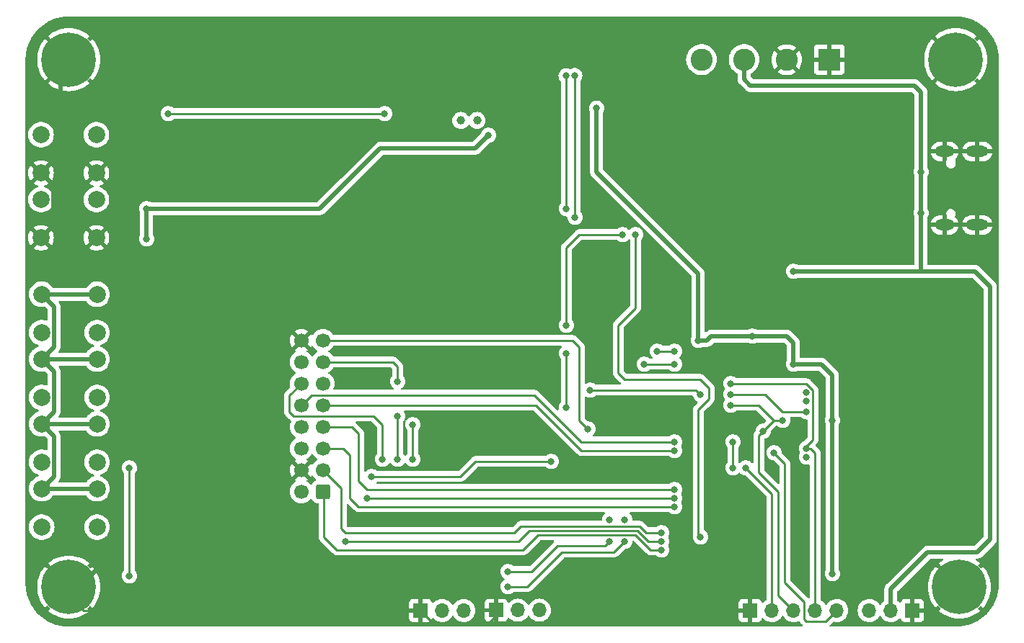
<source format=gbr>
%TF.GenerationSoftware,KiCad,Pcbnew,7.0.1*%
%TF.CreationDate,2023-04-30T23:40:34+01:00*%
%TF.ProjectId,clock25,636c6f63-6b32-4352-9e6b-696361645f70,rev?*%
%TF.SameCoordinates,Original*%
%TF.FileFunction,Copper,L2,Bot*%
%TF.FilePolarity,Positive*%
%FSLAX46Y46*%
G04 Gerber Fmt 4.6, Leading zero omitted, Abs format (unit mm)*
G04 Created by KiCad (PCBNEW 7.0.1) date 2023-04-30 23:40:34*
%MOMM*%
%LPD*%
G01*
G04 APERTURE LIST*
G04 Aperture macros list*
%AMRoundRect*
0 Rectangle with rounded corners*
0 $1 Rounding radius*
0 $2 $3 $4 $5 $6 $7 $8 $9 X,Y pos of 4 corners*
0 Add a 4 corners polygon primitive as box body*
4,1,4,$2,$3,$4,$5,$6,$7,$8,$9,$2,$3,0*
0 Add four circle primitives for the rounded corners*
1,1,$1+$1,$2,$3*
1,1,$1+$1,$4,$5*
1,1,$1+$1,$6,$7*
1,1,$1+$1,$8,$9*
0 Add four rect primitives between the rounded corners*
20,1,$1+$1,$2,$3,$4,$5,0*
20,1,$1+$1,$4,$5,$6,$7,0*
20,1,$1+$1,$6,$7,$8,$9,0*
20,1,$1+$1,$8,$9,$2,$3,0*%
G04 Aperture macros list end*
%TA.AperFunction,ComponentPad*%
%ADD10C,0.800000*%
%TD*%
%TA.AperFunction,ComponentPad*%
%ADD11C,6.400000*%
%TD*%
%TA.AperFunction,ComponentPad*%
%ADD12C,2.000000*%
%TD*%
%TA.AperFunction,ComponentPad*%
%ADD13R,1.700000X1.700000*%
%TD*%
%TA.AperFunction,ComponentPad*%
%ADD14O,1.700000X1.700000*%
%TD*%
%TA.AperFunction,ComponentPad*%
%ADD15O,2.300000X1.300000*%
%TD*%
%TA.AperFunction,ComponentPad*%
%ADD16O,2.600000X1.300000*%
%TD*%
%TA.AperFunction,ComponentPad*%
%ADD17C,1.000000*%
%TD*%
%TA.AperFunction,ComponentPad*%
%ADD18RoundRect,0.250000X0.600000X0.600000X-0.600000X0.600000X-0.600000X-0.600000X0.600000X-0.600000X0*%
%TD*%
%TA.AperFunction,ComponentPad*%
%ADD19C,1.700000*%
%TD*%
%TA.AperFunction,ComponentPad*%
%ADD20R,2.600000X2.600000*%
%TD*%
%TA.AperFunction,ComponentPad*%
%ADD21C,2.600000*%
%TD*%
%TA.AperFunction,ViaPad*%
%ADD22C,0.800000*%
%TD*%
%TA.AperFunction,Conductor*%
%ADD23C,0.250000*%
%TD*%
%TA.AperFunction,Conductor*%
%ADD24C,0.500000*%
%TD*%
G04 APERTURE END LIST*
D10*
%TO.P,REF\u002A\u002A,1*%
%TO.N,N/C*%
X195720000Y-69850000D03*
X196422944Y-68152944D03*
X196422944Y-71547056D03*
X198120000Y-67450000D03*
D11*
%TO.N,GND*%
X198120000Y-69850000D03*
D10*
%TO.N,N/C*%
X198120000Y-72250000D03*
X199817056Y-68152944D03*
X199817056Y-71547056D03*
X200520000Y-69850000D03*
%TD*%
D12*
%TO.P,SW4,1,1*%
%TO.N,+3V3*%
X90805000Y-105065000D03*
X97305000Y-105065000D03*
%TO.P,SW4,2,2*%
%TO.N,BTN_MINUTE*%
X90805000Y-109565000D03*
X97305000Y-109565000D03*
%TD*%
D13*
%TO.P,J8,1,Pin_1*%
%TO.N,GND*%
X135270000Y-134620000D03*
D14*
%TO.P,J8,2,Pin_2*%
%TO.N,SDA*%
X137810000Y-134620000D03*
%TO.P,J8,3,Pin_3*%
%TO.N,SCL*%
X140350000Y-134620000D03*
%TD*%
D15*
%TO.P,J1,S1,SHIELD*%
%TO.N,GND*%
X196835000Y-89280000D03*
D16*
X200660000Y-89280000D03*
D15*
X196835000Y-80640000D03*
D16*
X200660000Y-80640000D03*
%TD*%
D13*
%TO.P,J7,1,Pin_1*%
%TO.N,GND*%
X193040000Y-134620000D03*
D14*
%TO.P,J7,2,Pin_2*%
%TO.N,+5V*%
X190500000Y-134620000D03*
%TO.P,J7,3,Pin_3*%
%TO.N,+3V3*%
X187960000Y-134620000D03*
%TD*%
D17*
%TO.P,Y1,1,1*%
%TO.N,Net-(U3-OSCI)*%
X141920000Y-77005000D03*
%TO.P,Y1,2,2*%
%TO.N,Net-(U3-OSCO)*%
X140020000Y-77005000D03*
%TD*%
D10*
%TO.P,REF\u002A\u002A,1*%
%TO.N,N/C*%
X91580000Y-69850000D03*
X92282944Y-68152944D03*
X92282944Y-71547056D03*
X93980000Y-67450000D03*
D11*
%TO.N,GND*%
X93980000Y-69850000D03*
D10*
%TO.N,N/C*%
X93980000Y-72250000D03*
X95677056Y-68152944D03*
X95677056Y-71547056D03*
X96380000Y-69850000D03*
%TD*%
D12*
%TO.P,SW3,1,1*%
%TO.N,+3V3*%
X90805000Y-97445000D03*
X97305000Y-97445000D03*
%TO.P,SW3,2,2*%
%TO.N,BTN_HOUR*%
X90805000Y-101945000D03*
X97305000Y-101945000D03*
%TD*%
D13*
%TO.P,J9,1,Pin_1*%
%TO.N,GND*%
X173990000Y-134620000D03*
D14*
%TO.P,J9,2,Pin_2*%
%TO.N,SPI_SD_CS*%
X176530000Y-134620000D03*
%TO.P,J9,3,Pin_3*%
%TO.N,SPI_SCK*%
X179070000Y-134620000D03*
%TO.P,J9,4,Pin_4*%
%TO.N,SPI_MISO*%
X181610000Y-134620000D03*
%TO.P,J9,5,Pin_5*%
%TO.N,SPI_MOSI*%
X184150000Y-134620000D03*
%TD*%
D12*
%TO.P,SW5,1,1*%
%TO.N,+3V3*%
X90805000Y-112685000D03*
X97305000Y-112685000D03*
%TO.P,SW5,2,2*%
%TO.N,BTN_SCREEN*%
X90805000Y-117185000D03*
X97305000Y-117185000D03*
%TD*%
D10*
%TO.P,REF\u002A\u002A,1*%
%TO.N,N/C*%
X91580000Y-131872056D03*
X92282944Y-130175000D03*
X92282944Y-133569112D03*
X93980000Y-129472056D03*
D11*
%TO.N,GND*%
X93980000Y-131872056D03*
D10*
%TO.N,N/C*%
X93980000Y-134272056D03*
X95677056Y-130175000D03*
X95677056Y-133569112D03*
X96380000Y-131872056D03*
%TD*%
D12*
%TO.P,SW6,1,1*%
%TO.N,+3V3*%
X90805000Y-120305000D03*
X97305000Y-120305000D03*
%TO.P,SW6,2,2*%
%TO.N,BTN_REVERSE*%
X90805000Y-124805000D03*
X97305000Y-124805000D03*
%TD*%
%TO.P,SW2,1,1*%
%TO.N,ESP_IO0*%
X90730000Y-86305000D03*
X97230000Y-86305000D03*
%TO.P,SW2,2,2*%
%TO.N,GND*%
X90730000Y-90805000D03*
X97230000Y-90805000D03*
%TD*%
D18*
%TO.P,J2,1,Pin_1*%
%TO.N,HUB75_R1*%
X123825000Y-120650000D03*
D19*
%TO.P,J2,2,Pin_2*%
%TO.N,HUB75_G1*%
X121285000Y-120650000D03*
%TO.P,J2,3,Pin_3*%
%TO.N,HUB75_B1*%
X123825000Y-118110000D03*
%TO.P,J2,4,Pin_4*%
%TO.N,GND*%
X121285000Y-118110000D03*
%TO.P,J2,5,Pin_5*%
%TO.N,HUB75_R2*%
X123825000Y-115570000D03*
%TO.P,J2,6,Pin_6*%
%TO.N,HUB75_G2*%
X121285000Y-115570000D03*
%TO.P,J2,7,Pin_7*%
%TO.N,HUB75_B2*%
X123825000Y-113030000D03*
%TO.P,J2,8,Pin_8*%
%TO.N,HUB75_E*%
X121285000Y-113030000D03*
%TO.P,J2,9,Pin_9*%
%TO.N,HUB75_A*%
X123825000Y-110490000D03*
%TO.P,J2,10,Pin_10*%
%TO.N,HUB75_B*%
X121285000Y-110490000D03*
%TO.P,J2,11,Pin_11*%
%TO.N,HUB75_C*%
X123825000Y-107950000D03*
%TO.P,J2,12,Pin_12*%
%TO.N,HUB75_D*%
X121285000Y-107950000D03*
%TO.P,J2,13,Pin_13*%
%TO.N,HUB75_CLK*%
X123825000Y-105410000D03*
%TO.P,J2,14,Pin_14*%
%TO.N,HUB75_LAT*%
X121285000Y-105410000D03*
%TO.P,J2,15,Pin_15*%
%TO.N,HUB75_OE*%
X123825000Y-102870000D03*
%TO.P,J2,16,Pin_16*%
%TO.N,GND*%
X121285000Y-102870000D03*
%TD*%
D10*
%TO.P,REF\u002A\u002A,1*%
%TO.N,N/C*%
X196147056Y-131872056D03*
X196850000Y-130175000D03*
X196850000Y-133569112D03*
X198547056Y-129472056D03*
D11*
%TO.N,GND*%
X198547056Y-131872056D03*
D10*
%TO.N,N/C*%
X198547056Y-134272056D03*
X200244112Y-130175000D03*
X200244112Y-133569112D03*
X200947056Y-131872056D03*
%TD*%
D20*
%TO.P,J3,1,Pin_1*%
%TO.N,GND*%
X183275000Y-69850000D03*
D21*
%TO.P,J3,2,Pin_2*%
X178275000Y-69850000D03*
%TO.P,J3,3,Pin_3*%
%TO.N,+5V*%
X173275000Y-69850000D03*
%TO.P,J3,4,Pin_4*%
X168275000Y-69850000D03*
%TD*%
D12*
%TO.P,SW1,1,1*%
%TO.N,ESP_EN*%
X90730000Y-78685000D03*
X97230000Y-78685000D03*
%TO.P,SW1,2,2*%
%TO.N,GND*%
X90730000Y-83185000D03*
X97230000Y-83185000D03*
%TD*%
D13*
%TO.P,J5,1,Pin_1*%
%TO.N,GND*%
X144160000Y-134595000D03*
D14*
%TO.P,J5,2,Pin_2*%
%TO.N,ESP_RX*%
X146700000Y-134595000D03*
%TO.P,J5,3,Pin_3*%
%TO.N,ESP_TX*%
X149240000Y-134595000D03*
%TD*%
D22*
%TO.N,Net-(BT1-+)*%
X131064000Y-76200000D03*
X105664000Y-76200000D03*
%TO.N,GND*%
X180086000Y-123190000D03*
X129794000Y-107950000D03*
X105664000Y-84328000D03*
X99568000Y-113284000D03*
X106172000Y-91440000D03*
X137922000Y-82550000D03*
X141732000Y-107696000D03*
X148336000Y-128524000D03*
X140208000Y-124206000D03*
X139700000Y-113538000D03*
X172720000Y-124460000D03*
X99568000Y-105664000D03*
X144780000Y-86106000D03*
X99568000Y-120396000D03*
X99568000Y-98044000D03*
%TO.N,ESP_EN*%
X168148000Y-125984000D03*
X160528000Y-90424000D03*
%TO.N,+3V3*%
X174244000Y-102362000D03*
X101092000Y-130556000D03*
X183642000Y-112268000D03*
X183642000Y-130302000D03*
X179070000Y-105664000D03*
X101092000Y-117856000D03*
X167894000Y-102870000D03*
X103124000Y-87376000D03*
X143256000Y-78740000D03*
X103124000Y-90932000D03*
X155956000Y-75565000D03*
%TO.N,+5V*%
X179070000Y-94742000D03*
X194056000Y-83058000D03*
X194056000Y-87884000D03*
%TO.N,LED*%
X150622000Y-117094000D03*
X129540000Y-118872000D03*
%TO.N,HUB75_R1*%
X163576000Y-127508000D03*
%TO.N,HUB75_G1*%
X163576000Y-126492000D03*
X126492000Y-126492000D03*
%TO.N,HUB75_B1*%
X163576000Y-125476000D03*
%TO.N,HUB75_R2*%
X165100000Y-122428000D03*
%TO.N,HUB75_G2*%
X129032000Y-121412000D03*
X165100000Y-121412000D03*
%TO.N,HUB75_B2*%
X165100000Y-120396000D03*
%TO.N,HUB75_A*%
X165100000Y-115824000D03*
%TO.N,HUB75_B*%
X165100000Y-114808000D03*
%TO.N,HUB75_C*%
X168148000Y-109220000D03*
X155194000Y-108712000D03*
%TO.N,HUB75_D*%
X130810000Y-116840000D03*
%TO.N,HUB75_CLK*%
X132588000Y-116840000D03*
X132588000Y-107696000D03*
X132588000Y-111760000D03*
%TO.N,HUB75_LAT*%
X134366000Y-112776000D03*
X134366000Y-116840000D03*
%TO.N,HUB75_OE*%
X154940000Y-113284000D03*
%TO.N,SD_DAT2*%
X171958000Y-114808000D03*
X171958000Y-117856000D03*
X180594000Y-108966000D03*
%TO.N,SPI_SD_CS*%
X180594000Y-109982000D03*
X173482000Y-117856000D03*
%TO.N,SPI_MOSI*%
X180594000Y-111252000D03*
X176784000Y-116078000D03*
X171704000Y-109220000D03*
%TO.N,SPI_SCK*%
X177804299Y-112272299D03*
X171704000Y-110490000D03*
X175514000Y-113538000D03*
%TO.N,SPI_MISO*%
X171704000Y-107950000D03*
X180594000Y-115570000D03*
%TO.N,SD_DAT1*%
X180594000Y-116586000D03*
%TO.N,SDA*%
X157480000Y-123952000D03*
X157480000Y-126492000D03*
X161544000Y-105664000D03*
X165100000Y-105664000D03*
X153386812Y-71725812D03*
X153416000Y-88392000D03*
X145542000Y-130048000D03*
%TO.N,SCL*%
X159258000Y-123952000D03*
X163068000Y-104140000D03*
X159258000Y-126492000D03*
X165100000Y-104140000D03*
X145542000Y-131826000D03*
X152400000Y-87376000D03*
X152387746Y-71755362D03*
%TO.N,ESP_IO0*%
X152400000Y-104394000D03*
X152400000Y-101092000D03*
X152400000Y-110744000D03*
X159004000Y-90424000D03*
%TD*%
D23*
%TO.N,Net-(BT1-+)*%
X105664000Y-76200000D02*
X131064000Y-76200000D01*
D24*
%TO.N,GND*%
X92180000Y-89355000D02*
X90730000Y-90805000D01*
D23*
X143256000Y-136144000D02*
X136794000Y-136144000D01*
X144160000Y-135240000D02*
X143256000Y-136144000D01*
X95702639Y-134620000D02*
X93980000Y-132897361D01*
D24*
X92180000Y-84635000D02*
X92180000Y-89355000D01*
X144018000Y-82550000D02*
X137922000Y-82550000D01*
X99568000Y-93143000D02*
X97230000Y-90805000D01*
D23*
X136794000Y-136144000D02*
X135270000Y-134620000D01*
X148336000Y-128524000D02*
X145288000Y-128524000D01*
D24*
X99568000Y-113284000D02*
X99568000Y-120396000D01*
X99568000Y-120396000D02*
X99568000Y-127486138D01*
X93980000Y-69850000D02*
X93980000Y-71047918D01*
X99568000Y-98044000D02*
X99568000Y-105664000D01*
X99568000Y-127486138D02*
X96029138Y-131025000D01*
X144780000Y-86106000D02*
X144780000Y-83312000D01*
X94827056Y-131025000D02*
X93980000Y-131872056D01*
X93053500Y-71974418D02*
X93053500Y-80861500D01*
D23*
X93980000Y-132897361D02*
X93980000Y-131872056D01*
X135270000Y-134620000D02*
X95702639Y-134620000D01*
D24*
X99568000Y-98044000D02*
X99568000Y-93143000D01*
D23*
X144160000Y-134595000D02*
X144160000Y-135240000D01*
D24*
X96029138Y-131025000D02*
X94827056Y-131025000D01*
X90730000Y-83185000D02*
X92180000Y-84635000D01*
X90730000Y-83185000D02*
X93053500Y-80861500D01*
X93980000Y-71047918D02*
X93053500Y-71974418D01*
X144780000Y-83312000D02*
X144018000Y-82550000D01*
X99568000Y-105664000D02*
X99568000Y-113284000D01*
D23*
X144160000Y-129652000D02*
X144160000Y-134595000D01*
X145288000Y-128524000D02*
X144160000Y-129652000D01*
%TO.N,ESP_EN*%
X168148000Y-125984000D02*
X167894000Y-125730000D01*
X159258000Y-107442000D02*
X158496000Y-106680000D01*
X158496000Y-101092000D02*
X160528000Y-99060000D01*
X169164000Y-109728000D02*
X169164000Y-108458000D01*
X168148000Y-107442000D02*
X159258000Y-107442000D01*
X167894000Y-110998000D02*
X169164000Y-109728000D01*
X167894000Y-125730000D02*
X167894000Y-110998000D01*
X160528000Y-99060000D02*
X160528000Y-90424000D01*
X158496000Y-106680000D02*
X158496000Y-101092000D01*
X169164000Y-108458000D02*
X168148000Y-107442000D01*
D24*
%TO.N,+3V3*%
X92255000Y-103615000D02*
X92255000Y-98895000D01*
X132842000Y-80264000D02*
X141732000Y-80264000D01*
X167894000Y-94996000D02*
X167894000Y-102870000D01*
X168910000Y-102870000D02*
X169418000Y-102362000D01*
X90805000Y-112685000D02*
X92255000Y-111235000D01*
X130556000Y-80264000D02*
X132842000Y-80264000D01*
X178308000Y-102362000D02*
X179070000Y-103124000D01*
X174244000Y-102362000D02*
X169418000Y-102362000D01*
X155956000Y-83058000D02*
X167894000Y-94996000D01*
X174244000Y-102362000D02*
X178308000Y-102362000D01*
X182372000Y-105664000D02*
X183642000Y-106934000D01*
X123444000Y-87376000D02*
X126492000Y-84328000D01*
X103124000Y-87376000D02*
X103124000Y-90932000D01*
X141732000Y-80264000D02*
X143256000Y-78740000D01*
D23*
X101092000Y-130556000D02*
X101092000Y-117856000D01*
D24*
X183642000Y-106934000D02*
X183642000Y-112268000D01*
X183642000Y-112268000D02*
X183642000Y-130302000D01*
X179070000Y-103124000D02*
X179070000Y-105664000D01*
X97305000Y-112685000D02*
X90805000Y-112685000D01*
X90805000Y-120305000D02*
X92255000Y-118855000D01*
X92255000Y-98895000D02*
X90805000Y-97445000D01*
X155956000Y-75565000D02*
X155956000Y-83058000D01*
X92255000Y-106515000D02*
X90805000Y-105065000D01*
X97305000Y-105065000D02*
X90805000Y-105065000D01*
X92255000Y-111235000D02*
X92255000Y-106515000D01*
X90805000Y-105065000D02*
X92255000Y-103615000D01*
X103124000Y-87376000D02*
X123444000Y-87376000D01*
X167894000Y-102870000D02*
X168910000Y-102870000D01*
X126492000Y-84328000D02*
X130556000Y-80264000D01*
X97305000Y-120305000D02*
X90805000Y-120305000D01*
X97305000Y-97445000D02*
X90805000Y-97445000D01*
X179070000Y-105664000D02*
X182372000Y-105664000D01*
X92255000Y-118855000D02*
X92255000Y-114135000D01*
X92255000Y-114135000D02*
X90805000Y-112685000D01*
%TO.N,+5V*%
X194818000Y-127762000D02*
X190500000Y-132080000D01*
X194056000Y-73660000D02*
X193294000Y-72898000D01*
X194056000Y-83058000D02*
X194056000Y-73660000D01*
X200660000Y-127762000D02*
X194818000Y-127762000D01*
X194056000Y-83058000D02*
X194056000Y-87884000D01*
X194056000Y-87884000D02*
X194056000Y-94742000D01*
X200406000Y-94742000D02*
X202184000Y-96520000D01*
X173275000Y-72183000D02*
X173275000Y-69850000D01*
X202184000Y-126238000D02*
X200660000Y-127762000D01*
X190500000Y-132080000D02*
X190500000Y-134620000D01*
X173990000Y-72898000D02*
X173275000Y-72183000D01*
X202184000Y-96520000D02*
X202184000Y-126238000D01*
X179070000Y-94742000D02*
X194056000Y-94742000D01*
X194056000Y-94742000D02*
X200406000Y-94742000D01*
X193294000Y-72898000D02*
X173990000Y-72898000D01*
D23*
%TO.N,LED*%
X141732000Y-117094000D02*
X139954000Y-118872000D01*
X150622000Y-117094000D02*
X141732000Y-117094000D01*
X139954000Y-118872000D02*
X129540000Y-118872000D01*
%TO.N,HUB75_R1*%
X162306000Y-127508000D02*
X160528000Y-125730000D01*
X125476000Y-127508000D02*
X123952000Y-125984000D01*
X123952000Y-120777000D02*
X123825000Y-120650000D01*
X147320000Y-127508000D02*
X125476000Y-127508000D01*
X149098000Y-125730000D02*
X147320000Y-127508000D01*
X123952000Y-125984000D02*
X123952000Y-120777000D01*
X163576000Y-127508000D02*
X162306000Y-127508000D01*
X160528000Y-125730000D02*
X149098000Y-125730000D01*
%TO.N,HUB75_G1*%
X162052000Y-126492000D02*
X160782000Y-125222000D01*
X148082000Y-125222000D02*
X146812000Y-126492000D01*
X146812000Y-126492000D02*
X126492000Y-126492000D01*
X163576000Y-126492000D02*
X162052000Y-126492000D01*
X160782000Y-125222000D02*
X148082000Y-125222000D01*
%TO.N,HUB75_B1*%
X161798000Y-125476000D02*
X161036000Y-124714000D01*
X161036000Y-124714000D02*
X147066000Y-124714000D01*
X147066000Y-124714000D02*
X146304000Y-125476000D01*
X125984000Y-124968000D02*
X125984000Y-120269000D01*
X126492000Y-125476000D02*
X125984000Y-124968000D01*
X125984000Y-120269000D02*
X123825000Y-118110000D01*
X146304000Y-125476000D02*
X126492000Y-125476000D01*
X163576000Y-125476000D02*
X161798000Y-125476000D01*
%TO.N,HUB75_R2*%
X127000000Y-116332000D02*
X126238000Y-115570000D01*
X128016000Y-122428000D02*
X127000000Y-121412000D01*
X126238000Y-115570000D02*
X123825000Y-115570000D01*
X127000000Y-121412000D02*
X127000000Y-116332000D01*
X165100000Y-122428000D02*
X128016000Y-122428000D01*
%TO.N,HUB75_G2*%
X165100000Y-121412000D02*
X129032000Y-121412000D01*
%TO.N,HUB75_B2*%
X127254000Y-113030000D02*
X123825000Y-113030000D01*
X128016000Y-113792000D02*
X127254000Y-113030000D01*
X128016000Y-119380000D02*
X128016000Y-113792000D01*
X165100000Y-120396000D02*
X129032000Y-120396000D01*
X129032000Y-120396000D02*
X128016000Y-119380000D01*
%TO.N,HUB75_A*%
X154178000Y-115824000D02*
X165100000Y-115824000D01*
X123825000Y-110490000D02*
X148844000Y-110490000D01*
X148844000Y-110490000D02*
X154178000Y-115824000D01*
%TO.N,HUB75_B*%
X154178000Y-114808000D02*
X165100000Y-114808000D01*
X122460000Y-109315000D02*
X148685000Y-109315000D01*
X121285000Y-110490000D02*
X122460000Y-109315000D01*
X148685000Y-109315000D02*
X154178000Y-114808000D01*
%TO.N,HUB75_C*%
X168148000Y-109220000D02*
X167640000Y-108712000D01*
X167640000Y-108712000D02*
X155194000Y-108712000D01*
%TO.N,HUB75_D*%
X130810000Y-112776000D02*
X129794000Y-111760000D01*
X119888000Y-109347000D02*
X121285000Y-107950000D01*
X130810000Y-116840000D02*
X130810000Y-112776000D01*
X119888000Y-111252000D02*
X119888000Y-109347000D01*
X129794000Y-111760000D02*
X120396000Y-111760000D01*
X120396000Y-111760000D02*
X119888000Y-111252000D01*
%TO.N,HUB75_CLK*%
X132080000Y-105410000D02*
X132588000Y-105918000D01*
X132588000Y-116840000D02*
X132588000Y-111760000D01*
X123825000Y-105410000D02*
X132080000Y-105410000D01*
X132588000Y-105918000D02*
X132588000Y-107696000D01*
%TO.N,HUB75_LAT*%
X134366000Y-116840000D02*
X134366000Y-112776000D01*
%TO.N,HUB75_OE*%
X153924000Y-103632000D02*
X153162000Y-102870000D01*
X153924000Y-112268000D02*
X153924000Y-103632000D01*
X153162000Y-102870000D02*
X123825000Y-102870000D01*
X154940000Y-113284000D02*
X153924000Y-112268000D01*
%TO.N,SD_DAT2*%
X171958000Y-117856000D02*
X171958000Y-114808000D01*
%TO.N,SPI_SD_CS*%
X176530000Y-120904000D02*
X176530000Y-134620000D01*
X173482000Y-117856000D02*
X176530000Y-120904000D01*
%TO.N,SPI_MOSI*%
X180594000Y-135890000D02*
X180340000Y-135636000D01*
X182880000Y-135890000D02*
X180594000Y-135890000D01*
X175768000Y-109220000D02*
X171704000Y-109220000D01*
X180594000Y-111252000D02*
X177800000Y-111252000D01*
X180340000Y-133604000D02*
X178054000Y-131318000D01*
X178054000Y-131318000D02*
X178054000Y-117348000D01*
X184150000Y-134620000D02*
X182880000Y-135890000D01*
X180340000Y-135636000D02*
X180340000Y-133604000D01*
X177800000Y-111252000D02*
X175768000Y-109220000D01*
X178054000Y-117348000D02*
X176784000Y-116078000D01*
%TO.N,SPI_SCK*%
X175006000Y-114046000D02*
X175006000Y-118364000D01*
X175006000Y-110490000D02*
X171704000Y-110490000D01*
X176788299Y-112272299D02*
X176784000Y-112268000D01*
X175006000Y-118364000D02*
X177292000Y-120650000D01*
X177804299Y-112272299D02*
X176788299Y-112272299D01*
X176784000Y-112268000D02*
X175006000Y-110490000D01*
X175514000Y-113538000D02*
X175006000Y-114046000D01*
X177292000Y-132842000D02*
X179070000Y-134620000D01*
X175514000Y-113538000D02*
X176784000Y-112268000D01*
X177292000Y-120650000D02*
X177292000Y-132842000D01*
%TO.N,SPI_MISO*%
X181610000Y-116078000D02*
X181610000Y-134620000D01*
X171704000Y-107950000D02*
X180603305Y-107950000D01*
X180594000Y-115570000D02*
X181102000Y-115570000D01*
X181102000Y-115570000D02*
X181610000Y-116078000D01*
X181356000Y-114554000D02*
X180594000Y-115316000D01*
X181356000Y-108702695D02*
X181356000Y-114554000D01*
X180594000Y-115316000D02*
X180594000Y-115570000D01*
X180603305Y-107950000D02*
X181356000Y-108702695D01*
%TO.N,SDA*%
X145542000Y-130048000D02*
X148336000Y-130048000D01*
X151384000Y-127000000D02*
X156972000Y-127000000D01*
X153416000Y-71755000D02*
X153386812Y-71725812D01*
X156972000Y-127000000D02*
X157480000Y-126492000D01*
X161544000Y-105664000D02*
X165100000Y-105664000D01*
X148336000Y-130048000D02*
X151384000Y-127000000D01*
X153416000Y-88392000D02*
X153416000Y-71755000D01*
%TO.N,SCL*%
X165100000Y-104140000D02*
X163068000Y-104140000D01*
X152400000Y-87376000D02*
X152400000Y-71767616D01*
X152400000Y-71767616D02*
X152387746Y-71755362D01*
X151892000Y-127762000D02*
X147828000Y-131826000D01*
X147828000Y-131826000D02*
X145542000Y-131826000D01*
X157988000Y-127762000D02*
X151892000Y-127762000D01*
X159258000Y-126492000D02*
X157988000Y-127762000D01*
%TO.N,ESP_IO0*%
X152400000Y-110744000D02*
X152400000Y-104394000D01*
X152400000Y-101092000D02*
X152400000Y-91948000D01*
X152400000Y-91948000D02*
X153924000Y-90424000D01*
X153924000Y-90424000D02*
X159004000Y-90424000D01*
%TD*%
%TA.AperFunction,Conductor*%
%TO.N,GND*%
G36*
X199470514Y-130688077D02*
G01*
X199526409Y-130723686D01*
X199544930Y-130744256D01*
X199638238Y-130847886D01*
X199638241Y-130847888D01*
X199686744Y-130883127D01*
X199722046Y-130922854D01*
X199737475Y-130973715D01*
X199730193Y-131026362D01*
X199701538Y-131071125D01*
X198900609Y-131872056D01*
X199701538Y-132672985D01*
X199730193Y-132717747D01*
X199737475Y-132770394D01*
X199722047Y-132821254D01*
X199686744Y-132860983D01*
X199638240Y-132896223D01*
X199526409Y-133020424D01*
X199470514Y-133056033D01*
X199404261Y-133057768D01*
X199346579Y-133025132D01*
X198547056Y-132225609D01*
X197747532Y-133025131D01*
X197689849Y-133057767D01*
X197623597Y-133056032D01*
X197567701Y-133020423D01*
X197541456Y-132991276D01*
X197455871Y-132896224D01*
X197455411Y-132895890D01*
X197407368Y-132860984D01*
X197372064Y-132821255D01*
X197356635Y-132770395D01*
X197363917Y-132717747D01*
X197392572Y-132672985D01*
X198193503Y-131872057D01*
X198193503Y-131872056D01*
X197392573Y-131071126D01*
X197363918Y-131026363D01*
X197356636Y-130973716D01*
X197372065Y-130922856D01*
X197407369Y-130883127D01*
X197455870Y-130847889D01*
X197470041Y-130832151D01*
X197567702Y-130723687D01*
X197623597Y-130688078D01*
X197689849Y-130686343D01*
X197747532Y-130718979D01*
X198547056Y-131518503D01*
X198547057Y-131518503D01*
X199346579Y-130718978D01*
X199404262Y-130686342D01*
X199470514Y-130688077D01*
G37*
%TD.AperFunction*%
%TA.AperFunction,Conductor*%
G36*
X94903458Y-130688077D02*
G01*
X94959353Y-130723686D01*
X94977874Y-130744256D01*
X95071182Y-130847886D01*
X95071185Y-130847888D01*
X95119688Y-130883127D01*
X95154990Y-130922854D01*
X95170419Y-130973715D01*
X95163137Y-131026362D01*
X95134482Y-131071125D01*
X94333553Y-131872056D01*
X95134482Y-132672985D01*
X95163137Y-132717747D01*
X95170419Y-132770394D01*
X95154991Y-132821254D01*
X95119688Y-132860983D01*
X95071184Y-132896223D01*
X94959353Y-133020424D01*
X94903458Y-133056033D01*
X94837205Y-133057768D01*
X94779523Y-133025132D01*
X93980000Y-132225609D01*
X93180476Y-133025131D01*
X93122793Y-133057767D01*
X93056541Y-133056032D01*
X93000645Y-133020423D01*
X92974400Y-132991276D01*
X92888815Y-132896224D01*
X92888355Y-132895890D01*
X92840312Y-132860984D01*
X92805008Y-132821255D01*
X92789579Y-132770395D01*
X92796861Y-132717747D01*
X92825516Y-132672985D01*
X93626447Y-131872057D01*
X93626447Y-131872056D01*
X92825517Y-131071126D01*
X92796862Y-131026363D01*
X92789580Y-130973716D01*
X92805009Y-130922856D01*
X92840313Y-130883127D01*
X92888814Y-130847889D01*
X92902985Y-130832151D01*
X93000646Y-130723687D01*
X93056541Y-130688078D01*
X93122793Y-130686343D01*
X93180476Y-130718979D01*
X93980000Y-131518503D01*
X93980001Y-131518503D01*
X94779523Y-130718978D01*
X94837206Y-130686342D01*
X94903458Y-130688077D01*
G37*
%TD.AperFunction*%
%TA.AperFunction,Conductor*%
G36*
X126771818Y-122087521D02*
G01*
X126821180Y-122117770D01*
X127319665Y-122616256D01*
X127515196Y-122811787D01*
X127528096Y-122827888D01*
X127579223Y-122875900D01*
X127582020Y-122878611D01*
X127601529Y-122898120D01*
X127604711Y-122900588D01*
X127613571Y-122908155D01*
X127645418Y-122938062D01*
X127662972Y-122947712D01*
X127679236Y-122958396D01*
X127690972Y-122967499D01*
X127695064Y-122970673D01*
X127719909Y-122981424D01*
X127735152Y-122988021D01*
X127745631Y-122993154D01*
X127783908Y-123014197D01*
X127803306Y-123019177D01*
X127821708Y-123025477D01*
X127840104Y-123033438D01*
X127883261Y-123040273D01*
X127894664Y-123042634D01*
X127936981Y-123053500D01*
X127957016Y-123053500D01*
X127976413Y-123055026D01*
X127996196Y-123058160D01*
X128039674Y-123054050D01*
X128051344Y-123053500D01*
X156803024Y-123053500D01*
X156862761Y-123068838D01*
X156907721Y-123111057D01*
X156926779Y-123169714D01*
X156915223Y-123230296D01*
X156875910Y-123277818D01*
X156874128Y-123279112D01*
X156747466Y-123419783D01*
X156652820Y-123583715D01*
X156594326Y-123763742D01*
X156573178Y-123964961D01*
X156572144Y-123964852D01*
X156562622Y-124018857D01*
X156516882Y-124069658D01*
X156451171Y-124088500D01*
X147148744Y-124088500D01*
X147128236Y-124086235D01*
X147058113Y-124088439D01*
X147054219Y-124088500D01*
X147026650Y-124088500D01*
X147022671Y-124089002D01*
X147011041Y-124089917D01*
X146967372Y-124091289D01*
X146948128Y-124096880D01*
X146929084Y-124100824D01*
X146909208Y-124103335D01*
X146868600Y-124119413D01*
X146857554Y-124123194D01*
X146815610Y-124135382D01*
X146815607Y-124135383D01*
X146798365Y-124145579D01*
X146780904Y-124154133D01*
X146762267Y-124161512D01*
X146726931Y-124187185D01*
X146717174Y-124193595D01*
X146679580Y-124215829D01*
X146665413Y-124229996D01*
X146650624Y-124242626D01*
X146634413Y-124254404D01*
X146606572Y-124288058D01*
X146598711Y-124296697D01*
X146081228Y-124814181D01*
X146041000Y-124841061D01*
X145993547Y-124850500D01*
X126802453Y-124850500D01*
X126755000Y-124841061D01*
X126714772Y-124814181D01*
X126645819Y-124745228D01*
X126618939Y-124705000D01*
X126609500Y-124657547D01*
X126609500Y-122205452D01*
X126623015Y-122149157D01*
X126660615Y-122105134D01*
X126714102Y-122082979D01*
X126771818Y-122087521D01*
G37*
%TD.AperFunction*%
%TA.AperFunction,Conductor*%
G36*
X151782761Y-103510838D02*
G01*
X151827721Y-103553057D01*
X151846779Y-103611714D01*
X151835223Y-103672296D01*
X151795910Y-103719818D01*
X151794128Y-103721112D01*
X151667466Y-103861783D01*
X151572820Y-104025715D01*
X151514326Y-104205742D01*
X151494540Y-104394000D01*
X151514326Y-104582257D01*
X151572820Y-104762284D01*
X151667464Y-104926213D01*
X151667467Y-104926216D01*
X151742652Y-105009717D01*
X151766264Y-105048249D01*
X151774500Y-105092687D01*
X151774500Y-110045313D01*
X151766264Y-110089751D01*
X151742652Y-110128282D01*
X151712303Y-110161989D01*
X151667464Y-110211786D01*
X151572820Y-110375715D01*
X151514326Y-110555742D01*
X151501575Y-110677063D01*
X151494540Y-110744000D01*
X151514326Y-110932256D01*
X151514326Y-110932258D01*
X151515689Y-110945218D01*
X151513251Y-110945474D01*
X151515417Y-110991516D01*
X151484792Y-111049345D01*
X151428995Y-111083532D01*
X151363565Y-111084558D01*
X151306726Y-111052135D01*
X149185802Y-108931211D01*
X149172906Y-108915113D01*
X149121775Y-108867098D01*
X149118978Y-108864387D01*
X149099470Y-108844879D01*
X149096290Y-108842412D01*
X149087424Y-108834839D01*
X149055582Y-108804938D01*
X149038024Y-108795285D01*
X149021764Y-108784604D01*
X149005936Y-108772327D01*
X148965851Y-108754980D01*
X148955361Y-108749841D01*
X148917091Y-108728802D01*
X148897691Y-108723821D01*
X148879284Y-108717519D01*
X148860897Y-108709562D01*
X148817758Y-108702729D01*
X148806324Y-108700361D01*
X148764019Y-108689500D01*
X148743984Y-108689500D01*
X148724586Y-108687973D01*
X148717162Y-108686797D01*
X148704805Y-108684840D01*
X148704804Y-108684840D01*
X148678495Y-108687327D01*
X148661325Y-108688950D01*
X148649656Y-108689500D01*
X133134220Y-108689500D01*
X133074483Y-108674162D01*
X133029523Y-108631943D01*
X133010465Y-108573286D01*
X133022021Y-108512703D01*
X133061334Y-108465182D01*
X133193872Y-108368887D01*
X133320533Y-108228216D01*
X133415179Y-108064284D01*
X133436530Y-107998573D01*
X133473674Y-107884256D01*
X133493460Y-107696000D01*
X133473674Y-107507744D01*
X133435410Y-107389980D01*
X133415179Y-107327715D01*
X133320535Y-107163786D01*
X133298601Y-107139426D01*
X133245347Y-107080282D01*
X133221736Y-107041751D01*
X133213500Y-106997313D01*
X133213500Y-106000740D01*
X133215763Y-105980236D01*
X133213561Y-105910144D01*
X133213500Y-105906250D01*
X133213500Y-105878657D01*
X133213500Y-105878650D01*
X133212995Y-105874653D01*
X133212080Y-105863023D01*
X133211742Y-105852256D01*
X133210709Y-105819372D01*
X133205119Y-105800134D01*
X133201174Y-105781082D01*
X133198664Y-105761208D01*
X133182578Y-105720581D01*
X133178805Y-105709560D01*
X133166617Y-105667610D01*
X133156421Y-105650369D01*
X133147863Y-105632902D01*
X133140486Y-105614268D01*
X133114798Y-105578912D01*
X133108409Y-105569184D01*
X133086170Y-105531579D01*
X133072005Y-105517414D01*
X133059369Y-105502620D01*
X133047595Y-105486414D01*
X133034697Y-105475744D01*
X133013935Y-105458568D01*
X133005305Y-105450714D01*
X132580802Y-105026211D01*
X132567906Y-105010113D01*
X132516775Y-104962098D01*
X132513978Y-104959387D01*
X132494470Y-104939879D01*
X132491290Y-104937412D01*
X132482424Y-104929839D01*
X132450582Y-104899938D01*
X132433024Y-104890285D01*
X132416764Y-104879604D01*
X132400936Y-104867327D01*
X132360851Y-104849980D01*
X132350361Y-104844841D01*
X132312091Y-104823802D01*
X132292691Y-104818821D01*
X132274284Y-104812519D01*
X132255897Y-104804562D01*
X132212758Y-104797729D01*
X132201324Y-104795361D01*
X132159019Y-104784500D01*
X132138984Y-104784500D01*
X132119586Y-104782973D01*
X132112162Y-104781797D01*
X132099805Y-104779840D01*
X132099804Y-104779840D01*
X132066751Y-104782964D01*
X132056325Y-104783950D01*
X132044656Y-104784500D01*
X125100226Y-104784500D01*
X125042969Y-104770489D01*
X124998651Y-104731623D01*
X124863495Y-104538599D01*
X124696401Y-104371505D01*
X124510839Y-104241573D01*
X124471975Y-104197257D01*
X124457964Y-104140000D01*
X124471975Y-104082743D01*
X124510839Y-104038426D01*
X124696401Y-103908495D01*
X124863495Y-103741401D01*
X124998653Y-103548374D01*
X125042970Y-103509511D01*
X125100227Y-103495500D01*
X151723024Y-103495500D01*
X151782761Y-103510838D01*
G37*
%TD.AperFunction*%
%TA.AperFunction,Conductor*%
G36*
X131817000Y-106044939D02*
G01*
X131857229Y-106071819D01*
X131926182Y-106140773D01*
X131953061Y-106181002D01*
X131962500Y-106228454D01*
X131962500Y-106997313D01*
X131954264Y-107041751D01*
X131930652Y-107080282D01*
X131897545Y-107117051D01*
X131855464Y-107163786D01*
X131760820Y-107327715D01*
X131702326Y-107507742D01*
X131682540Y-107696000D01*
X131702326Y-107884257D01*
X131760820Y-108064284D01*
X131855466Y-108228216D01*
X131982127Y-108368887D01*
X132114666Y-108465182D01*
X132153979Y-108512703D01*
X132165535Y-108573286D01*
X132146477Y-108631943D01*
X132101517Y-108674162D01*
X132041780Y-108689500D01*
X125164919Y-108689500D01*
X125105276Y-108674214D01*
X125060338Y-108632125D01*
X125041184Y-108573610D01*
X125052537Y-108513095D01*
X125056177Y-108505289D01*
X125098903Y-108413663D01*
X125160063Y-108185408D01*
X125180659Y-107950000D01*
X125160063Y-107714592D01*
X125098903Y-107486337D01*
X124999035Y-107272171D01*
X124863495Y-107078599D01*
X124696401Y-106911505D01*
X124510839Y-106781573D01*
X124471975Y-106737257D01*
X124457964Y-106680000D01*
X124471975Y-106622743D01*
X124510839Y-106578426D01*
X124696401Y-106448495D01*
X124863495Y-106281401D01*
X124998653Y-106088374D01*
X125042970Y-106049511D01*
X125100227Y-106035500D01*
X131769547Y-106035500D01*
X131817000Y-106044939D01*
G37*
%TD.AperFunction*%
%TA.AperFunction,Conductor*%
G36*
X199043458Y-68666021D02*
G01*
X199099353Y-68701630D01*
X199127459Y-68732845D01*
X199211182Y-68825830D01*
X199211185Y-68825832D01*
X199259688Y-68861071D01*
X199294990Y-68900798D01*
X199310419Y-68951659D01*
X199303137Y-69004306D01*
X199274482Y-69049069D01*
X198473552Y-69849999D01*
X199274482Y-70650929D01*
X199303137Y-70695691D01*
X199310419Y-70748338D01*
X199294991Y-70799198D01*
X199259688Y-70838927D01*
X199211184Y-70874167D01*
X199099353Y-70998368D01*
X199043458Y-71033977D01*
X198977205Y-71035712D01*
X198919523Y-71003076D01*
X198120000Y-70203553D01*
X197320476Y-71003075D01*
X197262793Y-71035711D01*
X197196541Y-71033976D01*
X197140645Y-70998367D01*
X197103131Y-70956704D01*
X197028815Y-70874168D01*
X197028811Y-70874165D01*
X196980312Y-70838928D01*
X196945008Y-70799199D01*
X196929579Y-70748339D01*
X196936861Y-70695691D01*
X196965516Y-70650929D01*
X197766447Y-69850001D01*
X197766447Y-69849999D01*
X196965517Y-69049070D01*
X196936862Y-69004307D01*
X196929580Y-68951660D01*
X196945009Y-68900800D01*
X196980313Y-68861071D01*
X197028814Y-68825833D01*
X197069740Y-68780380D01*
X197140646Y-68701631D01*
X197196541Y-68666022D01*
X197262793Y-68664287D01*
X197320476Y-68696923D01*
X198120000Y-69496447D01*
X198120001Y-69496447D01*
X198919523Y-68696922D01*
X198977206Y-68664286D01*
X199043458Y-68666021D01*
G37*
%TD.AperFunction*%
%TA.AperFunction,Conductor*%
G36*
X94903458Y-68666021D02*
G01*
X94959353Y-68701630D01*
X94987459Y-68732845D01*
X95071182Y-68825830D01*
X95071185Y-68825832D01*
X95119688Y-68861071D01*
X95154990Y-68900798D01*
X95170419Y-68951659D01*
X95163137Y-69004306D01*
X95134482Y-69049069D01*
X94333553Y-69850000D01*
X95134482Y-70650929D01*
X95163137Y-70695691D01*
X95170419Y-70748338D01*
X95154991Y-70799198D01*
X95119688Y-70838927D01*
X95071184Y-70874167D01*
X94959353Y-70998368D01*
X94903458Y-71033977D01*
X94837205Y-71035712D01*
X94779523Y-71003076D01*
X93980000Y-70203553D01*
X93180476Y-71003075D01*
X93122793Y-71035711D01*
X93056541Y-71033976D01*
X93000645Y-70998367D01*
X92963131Y-70956704D01*
X92888815Y-70874168D01*
X92888811Y-70874165D01*
X92840312Y-70838928D01*
X92805008Y-70799199D01*
X92789579Y-70748339D01*
X92796861Y-70695691D01*
X92825516Y-70650929D01*
X93626447Y-69850001D01*
X93626447Y-69850000D01*
X92825517Y-69049070D01*
X92796862Y-69004307D01*
X92789580Y-68951660D01*
X92805009Y-68900800D01*
X92840313Y-68861071D01*
X92888814Y-68825833D01*
X92929740Y-68780380D01*
X93000646Y-68701631D01*
X93056541Y-68666022D01*
X93122793Y-68664287D01*
X93180476Y-68696923D01*
X93980000Y-69496447D01*
X93980001Y-69496447D01*
X94779523Y-68696922D01*
X94837206Y-68664286D01*
X94903458Y-68666021D01*
G37*
%TD.AperFunction*%
%TA.AperFunction,Conductor*%
G36*
X198122562Y-64770605D02*
G01*
X198337373Y-64779490D01*
X198540249Y-64788348D01*
X198550120Y-64789177D01*
X198765510Y-64816026D01*
X198765963Y-64816084D01*
X198968504Y-64842749D01*
X198977718Y-64844319D01*
X199189797Y-64888787D01*
X199190827Y-64889009D01*
X199390566Y-64933290D01*
X199399092Y-64935502D01*
X199536957Y-64976546D01*
X199606503Y-64997251D01*
X199608407Y-64997835D01*
X199659925Y-65014078D01*
X199803404Y-65059316D01*
X199811119Y-65062034D01*
X200012754Y-65140712D01*
X200015027Y-65141626D01*
X200203987Y-65219896D01*
X200210965Y-65223043D01*
X200405405Y-65318098D01*
X200408080Y-65319449D01*
X200498300Y-65366415D01*
X200589482Y-65413882D01*
X200595698Y-65417348D01*
X200781533Y-65528081D01*
X200784685Y-65530024D01*
X200957116Y-65639875D01*
X200962545Y-65643538D01*
X201138570Y-65769218D01*
X201142002Y-65771759D01*
X201304219Y-65896232D01*
X201308874Y-65899985D01*
X201473920Y-66039771D01*
X201477552Y-66042972D01*
X201628327Y-66181132D01*
X201632235Y-66184873D01*
X201785125Y-66337763D01*
X201788866Y-66341671D01*
X201927026Y-66492446D01*
X201930227Y-66496078D01*
X202070013Y-66661124D01*
X202073766Y-66665779D01*
X202198239Y-66827996D01*
X202200780Y-66831428D01*
X202326460Y-67007453D01*
X202330123Y-67012882D01*
X202439974Y-67185313D01*
X202441917Y-67188465D01*
X202552650Y-67374300D01*
X202556116Y-67380516D01*
X202650534Y-67561889D01*
X202651931Y-67564657D01*
X202704513Y-67672214D01*
X202746942Y-67759004D01*
X202750102Y-67766011D01*
X202828351Y-67954920D01*
X202829307Y-67957298D01*
X202907949Y-68158838D01*
X202910693Y-68166627D01*
X202972163Y-68361591D01*
X202972747Y-68363495D01*
X203034494Y-68570898D01*
X203036710Y-68579441D01*
X203080949Y-68778987D01*
X203081249Y-68780380D01*
X203125675Y-68992260D01*
X203127253Y-69001521D01*
X203153887Y-69203829D01*
X203153996Y-69204676D01*
X203180818Y-69419849D01*
X203181652Y-69429778D01*
X203190512Y-69632701D01*
X203190524Y-69632986D01*
X203199394Y-69847438D01*
X203199500Y-69852562D01*
X203199500Y-131442438D01*
X203199394Y-131447562D01*
X203190524Y-131662013D01*
X203190512Y-131662298D01*
X203181652Y-131865220D01*
X203180818Y-131875149D01*
X203153996Y-132090322D01*
X203153887Y-132091169D01*
X203127253Y-132293477D01*
X203125675Y-132302738D01*
X203081249Y-132514618D01*
X203080949Y-132516011D01*
X203036710Y-132715557D01*
X203034494Y-132724100D01*
X202972747Y-132931503D01*
X202972163Y-132933407D01*
X202910693Y-133128371D01*
X202907949Y-133136160D01*
X202829307Y-133337700D01*
X202828351Y-133340078D01*
X202750102Y-133528987D01*
X202746942Y-133535994D01*
X202651946Y-133730312D01*
X202650534Y-133733109D01*
X202556116Y-133914482D01*
X202552650Y-133920698D01*
X202441917Y-134106533D01*
X202439974Y-134109685D01*
X202330123Y-134282116D01*
X202326460Y-134287545D01*
X202200780Y-134463570D01*
X202198239Y-134467002D01*
X202073766Y-134629219D01*
X202070013Y-134633874D01*
X201930227Y-134798920D01*
X201927026Y-134802552D01*
X201788866Y-134953327D01*
X201785125Y-134957235D01*
X201632235Y-135110125D01*
X201628327Y-135113866D01*
X201477552Y-135252026D01*
X201473920Y-135255227D01*
X201308874Y-135395013D01*
X201304219Y-135398766D01*
X201142002Y-135523239D01*
X201138570Y-135525780D01*
X200962545Y-135651460D01*
X200957116Y-135655123D01*
X200784685Y-135764974D01*
X200781533Y-135766917D01*
X200595698Y-135877650D01*
X200589482Y-135881116D01*
X200408109Y-135975534D01*
X200405312Y-135976946D01*
X200210994Y-136071942D01*
X200203987Y-136075102D01*
X200015078Y-136153351D01*
X200012700Y-136154307D01*
X199811160Y-136232949D01*
X199803371Y-136235693D01*
X199608407Y-136297163D01*
X199606503Y-136297747D01*
X199399100Y-136359494D01*
X199390557Y-136361710D01*
X199191011Y-136405949D01*
X199189618Y-136406249D01*
X198977738Y-136450675D01*
X198968477Y-136452253D01*
X198766169Y-136478887D01*
X198765322Y-136478996D01*
X198550149Y-136505818D01*
X198540220Y-136506652D01*
X198337408Y-136515507D01*
X198337124Y-136515519D01*
X198122563Y-136524394D01*
X198117438Y-136524500D01*
X183430405Y-136524500D01*
X183363966Y-136505199D01*
X183318210Y-136453305D01*
X183307381Y-136384972D01*
X183334850Y-136321473D01*
X183337347Y-136318454D01*
X183339427Y-136315939D01*
X183347279Y-136307309D01*
X183694353Y-135960235D01*
X183749939Y-135928143D01*
X183814126Y-135928143D01*
X183914592Y-135955063D01*
X184071530Y-135968793D01*
X184149999Y-135975659D01*
X184149999Y-135975658D01*
X184150000Y-135975659D01*
X184385408Y-135955063D01*
X184613663Y-135893903D01*
X184827830Y-135794035D01*
X185021401Y-135658495D01*
X185188495Y-135491401D01*
X185324035Y-135297830D01*
X185423903Y-135083663D01*
X185485063Y-134855408D01*
X185505659Y-134620000D01*
X185485063Y-134384592D01*
X185423903Y-134156337D01*
X185324035Y-133942171D01*
X185188495Y-133748599D01*
X185021401Y-133581505D01*
X184827830Y-133445965D01*
X184613663Y-133346097D01*
X184520361Y-133321097D01*
X184385407Y-133284936D01*
X184150000Y-133264340D01*
X183914592Y-133284936D01*
X183686336Y-133346097D01*
X183472170Y-133445965D01*
X183278598Y-133581505D01*
X183111505Y-133748598D01*
X182981575Y-133934159D01*
X182937257Y-133973025D01*
X182880000Y-133987036D01*
X182822743Y-133973025D01*
X182778425Y-133934159D01*
X182757148Y-133903772D01*
X182648495Y-133748599D01*
X182481401Y-133581505D01*
X182288374Y-133446346D01*
X182249511Y-133402030D01*
X182235500Y-133344773D01*
X182235500Y-116160740D01*
X182237763Y-116140236D01*
X182235561Y-116070144D01*
X182235500Y-116066250D01*
X182235500Y-116038657D01*
X182235500Y-116038650D01*
X182234995Y-116034653D01*
X182234080Y-116023023D01*
X182232709Y-115979372D01*
X182227119Y-115960134D01*
X182223174Y-115941082D01*
X182222820Y-115938283D01*
X182220664Y-115921208D01*
X182204578Y-115880581D01*
X182200805Y-115869560D01*
X182188617Y-115827610D01*
X182178421Y-115810369D01*
X182169863Y-115792902D01*
X182162486Y-115774268D01*
X182136798Y-115738912D01*
X182130409Y-115729184D01*
X182108170Y-115691579D01*
X182094006Y-115677414D01*
X182081369Y-115662620D01*
X182069595Y-115646414D01*
X182056697Y-115635744D01*
X182035935Y-115618568D01*
X182027305Y-115610714D01*
X181693271Y-115276680D01*
X181661177Y-115221093D01*
X181661177Y-115156906D01*
X181693270Y-115101319D01*
X181704759Y-115089830D01*
X181739785Y-115054803D01*
X181755887Y-115041904D01*
X181757874Y-115039787D01*
X181757877Y-115039786D01*
X181803932Y-114990741D01*
X181806613Y-114987976D01*
X181810787Y-114983802D01*
X181826120Y-114968470D01*
X181828581Y-114965295D01*
X181836152Y-114956431D01*
X181866062Y-114924582D01*
X181875713Y-114907026D01*
X181886393Y-114890767D01*
X181898674Y-114874936D01*
X181916018Y-114834851D01*
X181921160Y-114824356D01*
X181930152Y-114808000D01*
X181942197Y-114786092D01*
X181947178Y-114766688D01*
X181953480Y-114748283D01*
X181961438Y-114729895D01*
X181968270Y-114686748D01*
X181970639Y-114675316D01*
X181981500Y-114633020D01*
X181981500Y-114612984D01*
X181983027Y-114593585D01*
X181986160Y-114573804D01*
X181982050Y-114530325D01*
X181981500Y-114518656D01*
X181981500Y-108785435D01*
X181983763Y-108764931D01*
X181983450Y-108754980D01*
X181981561Y-108694839D01*
X181981500Y-108690945D01*
X181981500Y-108663352D01*
X181981500Y-108663345D01*
X181980995Y-108659348D01*
X181980080Y-108647718D01*
X181978709Y-108604067D01*
X181973119Y-108584829D01*
X181969174Y-108565777D01*
X181966664Y-108545903D01*
X181953519Y-108512703D01*
X181950578Y-108505276D01*
X181946805Y-108494255D01*
X181934617Y-108452305D01*
X181924421Y-108435064D01*
X181915863Y-108417597D01*
X181908486Y-108398963D01*
X181882798Y-108363607D01*
X181876409Y-108353879D01*
X181854170Y-108316274D01*
X181840006Y-108302109D01*
X181827369Y-108287315D01*
X181815595Y-108271109D01*
X181815594Y-108271108D01*
X181781935Y-108243263D01*
X181773305Y-108235409D01*
X181104107Y-107566211D01*
X181091211Y-107550113D01*
X181040080Y-107502098D01*
X181037283Y-107499387D01*
X181017775Y-107479879D01*
X181014595Y-107477412D01*
X181005729Y-107469839D01*
X180973887Y-107439938D01*
X180956329Y-107430285D01*
X180940069Y-107419604D01*
X180924241Y-107407327D01*
X180884156Y-107389980D01*
X180873666Y-107384841D01*
X180835396Y-107363802D01*
X180815996Y-107358821D01*
X180797589Y-107352519D01*
X180779202Y-107344562D01*
X180736063Y-107337729D01*
X180724629Y-107335361D01*
X180682324Y-107324500D01*
X180662289Y-107324500D01*
X180642891Y-107322973D01*
X180635467Y-107321797D01*
X180623110Y-107319840D01*
X180623109Y-107319840D01*
X180590056Y-107322964D01*
X180579630Y-107323950D01*
X180567961Y-107324500D01*
X172407747Y-107324500D01*
X172357312Y-107313780D01*
X172315598Y-107283473D01*
X172309871Y-107277112D01*
X172156730Y-107165849D01*
X172156729Y-107165848D01*
X172156727Y-107165847D01*
X171983802Y-107088855D01*
X171798648Y-107049500D01*
X171798646Y-107049500D01*
X171609354Y-107049500D01*
X171609352Y-107049500D01*
X171424197Y-107088855D01*
X171251269Y-107165848D01*
X171098129Y-107277110D01*
X170971466Y-107417783D01*
X170876820Y-107581715D01*
X170818326Y-107761742D01*
X170798540Y-107950000D01*
X170818326Y-108138257D01*
X170876820Y-108318284D01*
X170971466Y-108482215D01*
X170989304Y-108502026D01*
X171017471Y-108554999D01*
X171017472Y-108614995D01*
X170989307Y-108667969D01*
X170971466Y-108687783D01*
X170876820Y-108851715D01*
X170818326Y-109031742D01*
X170798540Y-109219999D01*
X170818326Y-109408257D01*
X170876820Y-109588284D01*
X170971466Y-109752216D01*
X170989305Y-109772028D01*
X171017472Y-109825002D01*
X171017472Y-109884998D01*
X170989305Y-109937972D01*
X170971466Y-109957783D01*
X170876820Y-110121715D01*
X170818326Y-110301742D01*
X170798540Y-110490000D01*
X170818326Y-110678257D01*
X170876820Y-110858284D01*
X170971466Y-111022216D01*
X171098129Y-111162889D01*
X171251269Y-111274151D01*
X171424197Y-111351144D01*
X171609352Y-111390500D01*
X171609354Y-111390500D01*
X171798646Y-111390500D01*
X171798648Y-111390500D01*
X171954027Y-111357473D01*
X171983803Y-111351144D01*
X172156730Y-111274151D01*
X172309871Y-111162888D01*
X172315598Y-111156526D01*
X172357312Y-111126220D01*
X172407747Y-111115500D01*
X174695548Y-111115500D01*
X174743001Y-111124939D01*
X174783229Y-111151819D01*
X175811728Y-112180318D01*
X175843822Y-112235905D01*
X175843822Y-112300092D01*
X175811728Y-112355680D01*
X175566228Y-112601181D01*
X175526000Y-112628061D01*
X175478547Y-112637500D01*
X175419352Y-112637500D01*
X175234197Y-112676855D01*
X175061269Y-112753848D01*
X174908129Y-112865110D01*
X174781466Y-113005783D01*
X174686820Y-113169715D01*
X174628326Y-113349742D01*
X174610829Y-113516215D01*
X174600253Y-113554873D01*
X174577898Y-113588139D01*
X174558097Y-113609224D01*
X174555392Y-113612016D01*
X174535874Y-113631534D01*
X174533415Y-113634705D01*
X174525842Y-113643572D01*
X174495935Y-113675420D01*
X174486285Y-113692974D01*
X174475609Y-113709228D01*
X174463326Y-113725063D01*
X174445975Y-113765158D01*
X174440838Y-113775644D01*
X174419802Y-113813907D01*
X174414821Y-113833309D01*
X174408520Y-113851711D01*
X174400561Y-113870102D01*
X174393728Y-113913242D01*
X174391360Y-113924674D01*
X174380500Y-113966978D01*
X174380500Y-113987016D01*
X174378973Y-114006415D01*
X174375840Y-114026194D01*
X174379950Y-114069675D01*
X174380500Y-114081344D01*
X174380500Y-117185078D01*
X174366389Y-117242527D01*
X174327269Y-117286900D01*
X174272041Y-117308100D01*
X174213277Y-117301301D01*
X174164350Y-117268050D01*
X174087870Y-117183110D01*
X173934730Y-117071848D01*
X173761802Y-116994855D01*
X173576648Y-116955500D01*
X173576646Y-116955500D01*
X173387354Y-116955500D01*
X173387352Y-116955500D01*
X173202197Y-116994855D01*
X173029269Y-117071848D01*
X172876129Y-117183111D01*
X172812148Y-117254168D01*
X172754177Y-117290392D01*
X172685818Y-117290391D01*
X172627849Y-117254166D01*
X172615348Y-117240283D01*
X172591736Y-117201750D01*
X172583500Y-117157313D01*
X172583500Y-115506687D01*
X172591736Y-115462249D01*
X172615347Y-115423717D01*
X172690533Y-115340216D01*
X172727216Y-115276680D01*
X172785179Y-115176284D01*
X172807906Y-115106337D01*
X172843674Y-114996256D01*
X172863460Y-114808000D01*
X172843674Y-114619744D01*
X172785179Y-114439716D01*
X172785179Y-114439715D01*
X172690533Y-114275783D01*
X172563870Y-114135110D01*
X172410730Y-114023848D01*
X172237802Y-113946855D01*
X172052648Y-113907500D01*
X172052646Y-113907500D01*
X171863354Y-113907500D01*
X171863352Y-113907500D01*
X171678197Y-113946855D01*
X171505269Y-114023848D01*
X171352129Y-114135110D01*
X171225466Y-114275783D01*
X171130820Y-114439715D01*
X171072326Y-114619742D01*
X171052540Y-114808000D01*
X171072326Y-114996257D01*
X171130820Y-115176284D01*
X171225464Y-115340213D01*
X171225467Y-115340216D01*
X171300652Y-115423717D01*
X171324264Y-115462249D01*
X171332500Y-115506687D01*
X171332500Y-117157313D01*
X171324264Y-117201751D01*
X171300652Y-117240282D01*
X171288150Y-117254168D01*
X171225464Y-117323786D01*
X171130820Y-117487715D01*
X171072326Y-117667742D01*
X171052540Y-117855999D01*
X171072326Y-118044257D01*
X171130820Y-118224284D01*
X171225466Y-118388216D01*
X171352129Y-118528889D01*
X171505269Y-118640151D01*
X171678197Y-118717144D01*
X171863352Y-118756500D01*
X171863354Y-118756500D01*
X172052646Y-118756500D01*
X172052648Y-118756500D01*
X172176084Y-118730262D01*
X172237803Y-118717144D01*
X172410730Y-118640151D01*
X172502479Y-118573492D01*
X172563870Y-118528889D01*
X172627850Y-118457832D01*
X172685821Y-118421608D01*
X172754179Y-118421608D01*
X172812150Y-118457832D01*
X172876129Y-118528889D01*
X173029269Y-118640151D01*
X173202197Y-118717144D01*
X173387352Y-118756500D01*
X173387354Y-118756500D01*
X173446548Y-118756500D01*
X173494001Y-118765939D01*
X173534229Y-118792819D01*
X175868181Y-121126772D01*
X175895061Y-121167000D01*
X175904500Y-121214453D01*
X175904500Y-133344774D01*
X175890489Y-133402031D01*
X175851623Y-133446349D01*
X175658601Y-133581503D01*
X175536285Y-133703819D01*
X175483539Y-133735114D01*
X175422246Y-133737303D01*
X175367401Y-133709850D01*
X175332422Y-133659471D01*
X175283352Y-133527911D01*
X175197188Y-133412811D01*
X175082089Y-133326647D01*
X174947375Y-133276402D01*
X174887824Y-133270000D01*
X174240000Y-133270000D01*
X174240000Y-135970000D01*
X174887824Y-135970000D01*
X174947375Y-135963597D01*
X175082089Y-135913352D01*
X175197188Y-135827188D01*
X175283352Y-135712089D01*
X175332422Y-135580528D01*
X175367401Y-135530149D01*
X175422246Y-135502696D01*
X175483539Y-135504885D01*
X175536285Y-135536181D01*
X175658599Y-135658495D01*
X175852170Y-135794035D01*
X176066337Y-135893903D01*
X176278156Y-135950659D01*
X176294592Y-135955063D01*
X176529999Y-135975659D01*
X176529999Y-135975658D01*
X176530000Y-135975659D01*
X176765408Y-135955063D01*
X176993663Y-135893903D01*
X177207830Y-135794035D01*
X177401401Y-135658495D01*
X177568495Y-135491401D01*
X177698426Y-135305839D01*
X177742743Y-135266975D01*
X177800000Y-135252964D01*
X177857257Y-135266975D01*
X177901573Y-135305839D01*
X178031505Y-135491401D01*
X178198599Y-135658495D01*
X178392170Y-135794035D01*
X178606337Y-135893903D01*
X178818156Y-135950659D01*
X178834592Y-135955063D01*
X179069999Y-135975659D01*
X179069999Y-135975658D01*
X179070000Y-135975659D01*
X179305408Y-135955063D01*
X179533663Y-135893903D01*
X179613376Y-135856731D01*
X179679027Y-135845823D01*
X179740864Y-135870429D01*
X179781072Y-135923463D01*
X179787513Y-135939732D01*
X179813180Y-135975059D01*
X179819593Y-135984822D01*
X179841826Y-136022416D01*
X179841829Y-136022419D01*
X179841830Y-136022420D01*
X179855995Y-136036585D01*
X179868627Y-136051375D01*
X179880406Y-136067587D01*
X179914057Y-136095425D01*
X179922697Y-136103287D01*
X180093201Y-136273792D01*
X180106099Y-136289890D01*
X180108212Y-136291875D01*
X180108214Y-136291877D01*
X180127629Y-136310109D01*
X180159675Y-136359232D01*
X180165561Y-136417587D01*
X180143970Y-136472120D01*
X180099732Y-136510629D01*
X180042744Y-136524500D01*
X93982562Y-136524500D01*
X93977437Y-136524394D01*
X93762874Y-136515519D01*
X93762590Y-136515507D01*
X93559778Y-136506652D01*
X93549849Y-136505818D01*
X93334676Y-136478996D01*
X93333829Y-136478887D01*
X93131521Y-136452253D01*
X93122260Y-136450675D01*
X92910380Y-136406249D01*
X92908987Y-136405949D01*
X92709441Y-136361710D01*
X92700898Y-136359494D01*
X92493495Y-136297747D01*
X92491591Y-136297163D01*
X92296627Y-136235693D01*
X92288845Y-136232951D01*
X92158255Y-136181995D01*
X92087298Y-136154307D01*
X92084920Y-136153351D01*
X91896011Y-136075102D01*
X91889004Y-136071942D01*
X91880094Y-136067586D01*
X91694657Y-135976931D01*
X91691889Y-135975534D01*
X91510516Y-135881116D01*
X91504300Y-135877650D01*
X91318465Y-135766917D01*
X91315313Y-135764974D01*
X91142882Y-135655123D01*
X91137453Y-135651460D01*
X90961428Y-135525780D01*
X90957996Y-135523239D01*
X90795779Y-135398766D01*
X90791124Y-135395013D01*
X90626078Y-135255227D01*
X90622446Y-135252026D01*
X90471671Y-135113866D01*
X90467763Y-135110125D01*
X90314873Y-134957235D01*
X90311132Y-134953327D01*
X90172972Y-134802552D01*
X90169771Y-134798920D01*
X90029985Y-134633874D01*
X90026232Y-134629219D01*
X89901759Y-134467002D01*
X89899218Y-134463570D01*
X89773538Y-134287545D01*
X89769875Y-134282116D01*
X89689744Y-134156336D01*
X89660015Y-134109671D01*
X89658081Y-134106533D01*
X89547348Y-133920698D01*
X89543882Y-133914482D01*
X89496415Y-133823300D01*
X89449449Y-133733080D01*
X89448098Y-133730405D01*
X89353043Y-133535965D01*
X89349896Y-133528987D01*
X89349451Y-133527913D01*
X89271626Y-133340027D01*
X89270712Y-133337754D01*
X89192034Y-133136119D01*
X89189316Y-133128404D01*
X89127835Y-132933407D01*
X89127251Y-132931503D01*
X89079287Y-132770395D01*
X89065502Y-132724092D01*
X89063288Y-132715557D01*
X89053850Y-132672985D01*
X89019009Y-132515827D01*
X89018787Y-132514797D01*
X88974319Y-132302718D01*
X88972749Y-132293504D01*
X88946084Y-132090963D01*
X88946026Y-132090510D01*
X88919177Y-131875120D01*
X88918920Y-131872055D01*
X90274922Y-131872055D01*
X90295219Y-132259344D01*
X90355885Y-132642381D01*
X90456260Y-133016987D01*
X90595242Y-133379046D01*
X90771309Y-133724599D01*
X90982530Y-134049848D01*
X91191095Y-134307406D01*
X91385410Y-134113090D01*
X91443093Y-134080454D01*
X91509346Y-134082189D01*
X91565241Y-134117798D01*
X91592405Y-134147967D01*
X91677070Y-134241998D01*
X91677073Y-134242000D01*
X91725576Y-134277239D01*
X91760878Y-134316966D01*
X91776307Y-134367826D01*
X91769025Y-134420474D01*
X91740370Y-134465237D01*
X91544648Y-134660958D01*
X91544649Y-134660960D01*
X91802207Y-134869525D01*
X92127456Y-135080746D01*
X92473009Y-135256813D01*
X92835068Y-135395795D01*
X93209674Y-135496170D01*
X93592711Y-135556836D01*
X93980000Y-135577133D01*
X94367288Y-135556836D01*
X94750325Y-135496170D01*
X95124931Y-135395795D01*
X95486990Y-135256813D01*
X95832543Y-135080746D01*
X96157061Y-134870000D01*
X133920000Y-134870000D01*
X133920000Y-135517824D01*
X133926402Y-135577375D01*
X133976647Y-135712089D01*
X134062811Y-135827188D01*
X134177910Y-135913352D01*
X134312624Y-135963597D01*
X134372176Y-135970000D01*
X135020000Y-135970000D01*
X135520000Y-135970000D01*
X136167824Y-135970000D01*
X136227375Y-135963597D01*
X136362089Y-135913352D01*
X136477188Y-135827188D01*
X136563352Y-135712089D01*
X136612422Y-135580528D01*
X136647401Y-135530149D01*
X136702246Y-135502696D01*
X136763539Y-135504885D01*
X136816285Y-135536181D01*
X136938599Y-135658495D01*
X137132170Y-135794035D01*
X137346337Y-135893903D01*
X137558156Y-135950659D01*
X137574592Y-135955063D01*
X137809999Y-135975659D01*
X137809999Y-135975658D01*
X137810000Y-135975659D01*
X138045408Y-135955063D01*
X138273663Y-135893903D01*
X138487830Y-135794035D01*
X138681401Y-135658495D01*
X138848495Y-135491401D01*
X138978426Y-135305839D01*
X139022743Y-135266975D01*
X139080000Y-135252964D01*
X139137257Y-135266975D01*
X139181573Y-135305839D01*
X139311505Y-135491401D01*
X139478599Y-135658495D01*
X139672170Y-135794035D01*
X139886337Y-135893903D01*
X140098156Y-135950659D01*
X140114592Y-135955063D01*
X140349999Y-135975659D01*
X140349999Y-135975658D01*
X140350000Y-135975659D01*
X140585408Y-135955063D01*
X140813663Y-135893903D01*
X141027830Y-135794035D01*
X141221401Y-135658495D01*
X141388495Y-135491401D01*
X141524035Y-135297830D01*
X141623903Y-135083663D01*
X141685063Y-134855408D01*
X141685974Y-134845000D01*
X142810000Y-134845000D01*
X142810000Y-135492824D01*
X142816402Y-135552375D01*
X142866647Y-135687089D01*
X142952811Y-135802188D01*
X143067910Y-135888352D01*
X143202624Y-135938597D01*
X143262176Y-135945000D01*
X143910000Y-135945000D01*
X144410000Y-135945000D01*
X145057824Y-135945000D01*
X145117375Y-135938597D01*
X145252089Y-135888352D01*
X145367188Y-135802188D01*
X145453352Y-135687089D01*
X145502422Y-135555528D01*
X145537401Y-135505149D01*
X145592246Y-135477696D01*
X145653539Y-135479885D01*
X145706285Y-135511181D01*
X145828599Y-135633495D01*
X146022170Y-135769035D01*
X146236337Y-135868903D01*
X146457426Y-135928143D01*
X146464592Y-135930063D01*
X146699999Y-135950659D01*
X146699999Y-135950658D01*
X146700000Y-135950659D01*
X146935408Y-135930063D01*
X147163663Y-135868903D01*
X147377830Y-135769035D01*
X147571401Y-135633495D01*
X147738495Y-135466401D01*
X147868426Y-135280839D01*
X147912743Y-135241975D01*
X147970000Y-135227964D01*
X148027257Y-135241975D01*
X148071573Y-135280839D01*
X148201505Y-135466401D01*
X148368599Y-135633495D01*
X148562170Y-135769035D01*
X148776337Y-135868903D01*
X148997426Y-135928143D01*
X149004592Y-135930063D01*
X149239999Y-135950659D01*
X149239999Y-135950658D01*
X149240000Y-135950659D01*
X149475408Y-135930063D01*
X149703663Y-135868903D01*
X149917830Y-135769035D01*
X150111401Y-135633495D01*
X150278495Y-135466401D01*
X150414035Y-135272830D01*
X150513903Y-135058663D01*
X150564454Y-134870000D01*
X172640000Y-134870000D01*
X172640000Y-135517824D01*
X172646402Y-135577375D01*
X172696647Y-135712089D01*
X172782811Y-135827188D01*
X172897910Y-135913352D01*
X173032624Y-135963597D01*
X173092176Y-135970000D01*
X173740000Y-135970000D01*
X173740000Y-134870000D01*
X172640000Y-134870000D01*
X150564454Y-134870000D01*
X150575063Y-134830408D01*
X150595659Y-134595000D01*
X150575974Y-134370000D01*
X172640000Y-134370000D01*
X173740000Y-134370000D01*
X173740000Y-133270000D01*
X173092176Y-133270000D01*
X173032624Y-133276402D01*
X172897910Y-133326647D01*
X172782811Y-133412811D01*
X172696647Y-133527910D01*
X172646402Y-133662624D01*
X172640000Y-133722176D01*
X172640000Y-134370000D01*
X150575974Y-134370000D01*
X150575063Y-134359592D01*
X150513903Y-134131337D01*
X150414035Y-133917171D01*
X150278495Y-133723599D01*
X150111401Y-133556505D01*
X149917830Y-133420965D01*
X149703663Y-133321097D01*
X149625927Y-133300268D01*
X149475407Y-133259936D01*
X149240000Y-133239340D01*
X149004592Y-133259936D01*
X148776336Y-133321097D01*
X148562170Y-133420965D01*
X148368598Y-133556505D01*
X148201505Y-133723598D01*
X148071575Y-133909159D01*
X148027257Y-133948025D01*
X147970000Y-133962036D01*
X147912743Y-133948025D01*
X147868425Y-133909159D01*
X147755999Y-133748598D01*
X147738495Y-133723599D01*
X147571401Y-133556505D01*
X147377830Y-133420965D01*
X147163663Y-133321097D01*
X147085927Y-133300268D01*
X146935407Y-133259936D01*
X146700000Y-133239340D01*
X146464592Y-133259936D01*
X146236336Y-133321097D01*
X146022170Y-133420965D01*
X145828601Y-133556503D01*
X145706285Y-133678819D01*
X145653539Y-133710114D01*
X145592246Y-133712303D01*
X145537401Y-133684850D01*
X145502422Y-133634471D01*
X145453352Y-133502911D01*
X145367188Y-133387811D01*
X145252089Y-133301647D01*
X145117375Y-133251402D01*
X145057824Y-133245000D01*
X144410000Y-133245000D01*
X144410000Y-135945000D01*
X143910000Y-135945000D01*
X143910000Y-134845000D01*
X142810000Y-134845000D01*
X141685974Y-134845000D01*
X141705659Y-134620000D01*
X141686383Y-134399685D01*
X141685063Y-134384592D01*
X141678364Y-134359592D01*
X141674454Y-134345000D01*
X142810000Y-134345000D01*
X143910000Y-134345000D01*
X143910000Y-133245000D01*
X143262176Y-133245000D01*
X143202624Y-133251402D01*
X143067910Y-133301647D01*
X142952811Y-133387811D01*
X142866647Y-133502910D01*
X142816402Y-133637624D01*
X142810000Y-133697176D01*
X142810000Y-134345000D01*
X141674454Y-134345000D01*
X141623903Y-134156337D01*
X141524035Y-133942171D01*
X141388495Y-133748599D01*
X141221401Y-133581505D01*
X141027830Y-133445965D01*
X140813663Y-133346097D01*
X140720361Y-133321097D01*
X140585407Y-133284936D01*
X140350000Y-133264340D01*
X140114592Y-133284936D01*
X139886336Y-133346097D01*
X139672170Y-133445965D01*
X139478598Y-133581505D01*
X139311505Y-133748598D01*
X139181575Y-133934159D01*
X139137257Y-133973025D01*
X139080000Y-133987036D01*
X139022743Y-133973025D01*
X138978425Y-133934159D01*
X138957148Y-133903772D01*
X138848495Y-133748599D01*
X138681401Y-133581505D01*
X138487830Y-133445965D01*
X138273663Y-133346097D01*
X138180361Y-133321097D01*
X138045407Y-133284936D01*
X137810000Y-133264340D01*
X137574592Y-133284936D01*
X137346336Y-133346097D01*
X137132170Y-133445965D01*
X136938601Y-133581503D01*
X136816285Y-133703819D01*
X136763539Y-133735114D01*
X136702246Y-133737303D01*
X136647401Y-133709850D01*
X136612422Y-133659471D01*
X136563352Y-133527911D01*
X136477188Y-133412811D01*
X136362089Y-133326647D01*
X136227375Y-133276402D01*
X136167824Y-133270000D01*
X135520000Y-133270000D01*
X135520000Y-135970000D01*
X135020000Y-135970000D01*
X135020000Y-134870000D01*
X133920000Y-134870000D01*
X96157061Y-134870000D01*
X96157786Y-134869529D01*
X96415349Y-134660958D01*
X96219629Y-134465238D01*
X96190974Y-134420475D01*
X96183992Y-134370000D01*
X133920000Y-134370000D01*
X135020000Y-134370000D01*
X135020000Y-133270000D01*
X134372176Y-133270000D01*
X134312624Y-133276402D01*
X134177910Y-133326647D01*
X134062811Y-133412811D01*
X133976647Y-133527910D01*
X133926402Y-133662624D01*
X133920000Y-133722176D01*
X133920000Y-134370000D01*
X96183992Y-134370000D01*
X96183692Y-134367828D01*
X96199121Y-134316968D01*
X96234425Y-134277239D01*
X96282926Y-134242001D01*
X96299834Y-134223223D01*
X96394758Y-134117799D01*
X96450653Y-134082190D01*
X96516905Y-134080455D01*
X96574588Y-134113091D01*
X96768902Y-134307405D01*
X96977473Y-134049842D01*
X97188690Y-133724599D01*
X97364757Y-133379046D01*
X97503739Y-133016987D01*
X97604114Y-132642381D01*
X97664780Y-132259344D01*
X97685077Y-131872055D01*
X97664780Y-131484767D01*
X97604114Y-131101730D01*
X97503739Y-130727124D01*
X97438050Y-130556000D01*
X100186540Y-130556000D01*
X100206326Y-130744257D01*
X100264820Y-130924284D01*
X100359466Y-131088216D01*
X100486129Y-131228889D01*
X100639269Y-131340151D01*
X100812197Y-131417144D01*
X100997352Y-131456500D01*
X100997354Y-131456500D01*
X101186646Y-131456500D01*
X101186648Y-131456500D01*
X101310083Y-131430262D01*
X101371803Y-131417144D01*
X101544730Y-131340151D01*
X101697871Y-131228888D01*
X101824533Y-131088216D01*
X101919179Y-130924284D01*
X101977674Y-130744256D01*
X101997460Y-130556000D01*
X101977674Y-130367744D01*
X101919179Y-130187716D01*
X101919179Y-130187715D01*
X101824535Y-130023786D01*
X101791182Y-129986744D01*
X101749347Y-129940282D01*
X101725736Y-129901751D01*
X101717500Y-129857313D01*
X101717500Y-118554687D01*
X101725736Y-118510249D01*
X101749347Y-118471717D01*
X101824533Y-118388216D01*
X101854001Y-118337177D01*
X101919179Y-118224284D01*
X101927358Y-118199112D01*
X101956312Y-118110000D01*
X119929842Y-118110000D01*
X119950430Y-118345318D01*
X120011569Y-118573492D01*
X120111400Y-118787580D01*
X120170073Y-118871373D01*
X120931447Y-118110001D01*
X120931447Y-118109999D01*
X120170073Y-117348625D01*
X120170072Y-117348625D01*
X120111399Y-117432422D01*
X120011569Y-117646507D01*
X119950430Y-117874681D01*
X119929842Y-118110000D01*
X101956312Y-118110000D01*
X101977674Y-118044256D01*
X101997460Y-117856000D01*
X101977674Y-117667744D01*
X101919179Y-117487716D01*
X101919179Y-117487715D01*
X101824533Y-117323783D01*
X101697870Y-117183110D01*
X101544730Y-117071848D01*
X101371802Y-116994855D01*
X101186648Y-116955500D01*
X101186646Y-116955500D01*
X100997354Y-116955500D01*
X100997352Y-116955500D01*
X100812197Y-116994855D01*
X100639269Y-117071848D01*
X100486129Y-117183110D01*
X100359466Y-117323783D01*
X100264820Y-117487715D01*
X100206326Y-117667742D01*
X100186540Y-117856000D01*
X100206326Y-118044257D01*
X100264820Y-118224284D01*
X100359464Y-118388213D01*
X100359467Y-118388216D01*
X100434652Y-118471717D01*
X100458264Y-118510249D01*
X100466500Y-118554687D01*
X100466500Y-129857313D01*
X100458264Y-129901751D01*
X100434652Y-129940282D01*
X100401545Y-129977051D01*
X100359464Y-130023786D01*
X100264820Y-130187715D01*
X100206326Y-130367742D01*
X100186540Y-130556000D01*
X97438050Y-130556000D01*
X97364757Y-130365065D01*
X97188690Y-130019512D01*
X96977469Y-129694263D01*
X96768904Y-129436705D01*
X96768902Y-129436704D01*
X96574588Y-129631019D01*
X96516905Y-129663655D01*
X96450653Y-129661920D01*
X96394757Y-129626311D01*
X96368512Y-129597164D01*
X96282927Y-129502112D01*
X96282923Y-129502109D01*
X96234424Y-129466872D01*
X96199120Y-129427143D01*
X96183691Y-129376283D01*
X96190973Y-129323635D01*
X96219628Y-129278872D01*
X96415350Y-129083151D01*
X96157792Y-128874586D01*
X95832543Y-128663365D01*
X95486990Y-128487298D01*
X95124931Y-128348316D01*
X94750325Y-128247941D01*
X94367288Y-128187275D01*
X93980000Y-128166978D01*
X93592711Y-128187275D01*
X93209674Y-128247941D01*
X92835068Y-128348316D01*
X92473009Y-128487298D01*
X92127456Y-128663365D01*
X91802214Y-128874582D01*
X91544648Y-129083152D01*
X91740370Y-129278874D01*
X91769025Y-129323636D01*
X91776307Y-129376284D01*
X91760879Y-129427144D01*
X91725575Y-129466873D01*
X91677071Y-129502112D01*
X91565243Y-129626311D01*
X91509347Y-129661921D01*
X91443095Y-129663656D01*
X91385412Y-129631020D01*
X91191096Y-129436704D01*
X90982526Y-129694270D01*
X90771309Y-130019512D01*
X90595242Y-130365065D01*
X90456260Y-130727124D01*
X90355885Y-131101730D01*
X90295219Y-131484767D01*
X90274922Y-131872055D01*
X88918920Y-131872055D01*
X88918348Y-131865249D01*
X88909487Y-131662298D01*
X88900605Y-131447562D01*
X88900500Y-131442439D01*
X88900500Y-124805000D01*
X89299356Y-124805000D01*
X89319891Y-125052816D01*
X89319891Y-125052819D01*
X89319892Y-125052821D01*
X89380937Y-125293881D01*
X89420193Y-125383375D01*
X89480825Y-125521604D01*
X89480827Y-125521607D01*
X89616836Y-125729785D01*
X89785256Y-125912738D01*
X89803751Y-125927133D01*
X89981485Y-126065470D01*
X89981487Y-126065471D01*
X89981491Y-126065474D01*
X90200190Y-126183828D01*
X90435386Y-126264571D01*
X90680665Y-126305500D01*
X90929335Y-126305500D01*
X91174614Y-126264571D01*
X91409810Y-126183828D01*
X91628509Y-126065474D01*
X91824744Y-125912738D01*
X91993164Y-125729785D01*
X92129173Y-125521607D01*
X92229063Y-125293881D01*
X92290108Y-125052821D01*
X92310643Y-124805000D01*
X95799356Y-124805000D01*
X95819891Y-125052816D01*
X95819891Y-125052819D01*
X95819892Y-125052821D01*
X95880937Y-125293881D01*
X95920193Y-125383375D01*
X95980825Y-125521604D01*
X95980827Y-125521607D01*
X96116836Y-125729785D01*
X96285256Y-125912738D01*
X96303751Y-125927133D01*
X96481485Y-126065470D01*
X96481487Y-126065471D01*
X96481491Y-126065474D01*
X96700190Y-126183828D01*
X96935386Y-126264571D01*
X97180665Y-126305500D01*
X97429335Y-126305500D01*
X97674614Y-126264571D01*
X97909810Y-126183828D01*
X98128509Y-126065474D01*
X98324744Y-125912738D01*
X98493164Y-125729785D01*
X98629173Y-125521607D01*
X98729063Y-125293881D01*
X98790108Y-125052821D01*
X98810643Y-124805000D01*
X98790108Y-124557179D01*
X98729063Y-124316119D01*
X98630443Y-124091289D01*
X98629174Y-124088395D01*
X98629173Y-124088393D01*
X98493164Y-123880215D01*
X98324744Y-123697262D01*
X98302612Y-123680036D01*
X98128514Y-123544529D01*
X98128510Y-123544526D01*
X98128509Y-123544526D01*
X97909810Y-123426172D01*
X97909806Y-123426170D01*
X97909805Y-123426170D01*
X97674615Y-123345429D01*
X97429335Y-123304500D01*
X97180665Y-123304500D01*
X96935384Y-123345429D01*
X96700194Y-123426170D01*
X96481485Y-123544529D01*
X96285259Y-123697259D01*
X96116837Y-123880214D01*
X95980825Y-124088395D01*
X95913174Y-124242626D01*
X95880937Y-124316119D01*
X95819892Y-124557179D01*
X95819891Y-124557183D01*
X95799356Y-124805000D01*
X92310643Y-124805000D01*
X92290108Y-124557179D01*
X92229063Y-124316119D01*
X92130443Y-124091289D01*
X92129174Y-124088395D01*
X92129173Y-124088393D01*
X91993164Y-123880215D01*
X91824744Y-123697262D01*
X91802612Y-123680036D01*
X91628514Y-123544529D01*
X91628510Y-123544526D01*
X91628509Y-123544526D01*
X91409810Y-123426172D01*
X91409806Y-123426170D01*
X91409805Y-123426170D01*
X91174615Y-123345429D01*
X90929335Y-123304500D01*
X90680665Y-123304500D01*
X90435384Y-123345429D01*
X90200194Y-123426170D01*
X89981485Y-123544529D01*
X89785259Y-123697259D01*
X89616837Y-123880214D01*
X89480825Y-124088395D01*
X89413174Y-124242626D01*
X89380937Y-124316119D01*
X89319892Y-124557179D01*
X89319891Y-124557183D01*
X89299356Y-124805000D01*
X88900500Y-124805000D01*
X88900500Y-120304999D01*
X89299356Y-120304999D01*
X89319891Y-120552816D01*
X89319891Y-120552819D01*
X89319892Y-120552821D01*
X89380937Y-120793881D01*
X89402043Y-120841997D01*
X89480825Y-121021604D01*
X89480827Y-121021607D01*
X89616836Y-121229785D01*
X89785256Y-121412738D01*
X89785259Y-121412740D01*
X89981485Y-121565470D01*
X89981487Y-121565471D01*
X89981491Y-121565474D01*
X90200190Y-121683828D01*
X90435386Y-121764571D01*
X90680665Y-121805500D01*
X90929335Y-121805500D01*
X91174614Y-121764571D01*
X91409810Y-121683828D01*
X91628509Y-121565474D01*
X91824744Y-121412738D01*
X91993164Y-121229785D01*
X92024531Y-121181773D01*
X92070328Y-121111678D01*
X92115119Y-121070445D01*
X92174136Y-121055500D01*
X95935864Y-121055500D01*
X95994881Y-121070445D01*
X96039672Y-121111678D01*
X96106819Y-121214453D01*
X96116836Y-121229785D01*
X96285256Y-121412738D01*
X96285259Y-121412740D01*
X96481485Y-121565470D01*
X96481487Y-121565471D01*
X96481491Y-121565474D01*
X96700190Y-121683828D01*
X96935386Y-121764571D01*
X97180665Y-121805500D01*
X97429335Y-121805500D01*
X97674614Y-121764571D01*
X97909810Y-121683828D01*
X98128509Y-121565474D01*
X98324744Y-121412738D01*
X98493164Y-121229785D01*
X98629173Y-121021607D01*
X98729063Y-120793881D01*
X98790108Y-120552821D01*
X98810643Y-120305000D01*
X98790108Y-120057179D01*
X98729063Y-119816119D01*
X98629173Y-119588393D01*
X98493164Y-119380215D01*
X98324744Y-119197262D01*
X98215584Y-119112299D01*
X98128514Y-119044529D01*
X98128510Y-119044526D01*
X98128509Y-119044526D01*
X97909810Y-118926172D01*
X97909806Y-118926170D01*
X97909805Y-118926170D01*
X97723703Y-118862281D01*
X97672736Y-118828983D01*
X97643760Y-118775440D01*
X97643760Y-118714560D01*
X97672736Y-118661017D01*
X97723703Y-118627719D01*
X97778394Y-118608943D01*
X97909810Y-118563828D01*
X98128509Y-118445474D01*
X98324744Y-118292738D01*
X98493164Y-118109785D01*
X98629173Y-117901607D01*
X98729063Y-117673881D01*
X98790108Y-117432821D01*
X98810643Y-117185000D01*
X98810486Y-117183111D01*
X98803402Y-117097610D01*
X98790108Y-116937179D01*
X98729063Y-116696119D01*
X98630443Y-116471289D01*
X98629174Y-116468395D01*
X98617189Y-116450050D01*
X98493164Y-116260215D01*
X98324744Y-116077262D01*
X98279481Y-116042032D01*
X98128514Y-115924529D01*
X98128510Y-115924526D01*
X98128509Y-115924526D01*
X97909810Y-115806172D01*
X97909806Y-115806170D01*
X97909805Y-115806170D01*
X97674615Y-115725429D01*
X97429335Y-115684500D01*
X97180665Y-115684500D01*
X96935384Y-115725429D01*
X96700194Y-115806170D01*
X96481485Y-115924529D01*
X96285259Y-116077259D01*
X96285256Y-116077261D01*
X96285256Y-116077262D01*
X96116836Y-116260215D01*
X96084410Y-116309847D01*
X95980825Y-116468395D01*
X95900402Y-116651744D01*
X95880937Y-116696119D01*
X95825151Y-116916413D01*
X95819891Y-116937183D01*
X95799356Y-117184999D01*
X95819891Y-117432816D01*
X95819891Y-117432819D01*
X95819892Y-117432821D01*
X95880937Y-117673881D01*
X95905088Y-117728939D01*
X95980825Y-117901604D01*
X95980827Y-117901607D01*
X96116836Y-118109785D01*
X96285256Y-118292738D01*
X96285259Y-118292740D01*
X96481485Y-118445470D01*
X96481487Y-118445471D01*
X96481491Y-118445474D01*
X96700190Y-118563828D01*
X96768641Y-118587327D01*
X96886296Y-118627719D01*
X96937263Y-118661017D01*
X96966239Y-118714560D01*
X96966239Y-118775440D01*
X96937263Y-118828983D01*
X96886296Y-118862281D01*
X96700194Y-118926170D01*
X96481485Y-119044529D01*
X96285259Y-119197259D01*
X96285256Y-119197261D01*
X96285256Y-119197262D01*
X96218992Y-119269244D01*
X96116833Y-119380218D01*
X96039672Y-119498322D01*
X95994881Y-119539555D01*
X95935864Y-119554500D01*
X92914796Y-119554500D01*
X92848935Y-119535563D01*
X92803190Y-119484537D01*
X92791532Y-119417007D01*
X92817523Y-119353597D01*
X92835853Y-119330414D01*
X92838077Y-119327685D01*
X92852916Y-119310001D01*
X92886302Y-119270214D01*
X92886303Y-119270211D01*
X92887115Y-119269244D01*
X92897573Y-119252828D01*
X92898107Y-119251680D01*
X92898111Y-119251677D01*
X92929845Y-119183621D01*
X92931371Y-119180470D01*
X92965040Y-119113433D01*
X92965040Y-119113431D01*
X92965609Y-119112299D01*
X92972002Y-119093906D01*
X92987431Y-119019184D01*
X92988212Y-119015660D01*
X93005791Y-118941493D01*
X93007770Y-118922120D01*
X93007733Y-118920858D01*
X93007734Y-118920855D01*
X93005552Y-118845868D01*
X93005500Y-118842262D01*
X93005500Y-114198706D01*
X93006809Y-114180736D01*
X93007338Y-114177118D01*
X93010289Y-114156977D01*
X93005972Y-114107631D01*
X93005500Y-114096824D01*
X93005500Y-114091289D01*
X93001903Y-114060521D01*
X93001536Y-114056929D01*
X92997055Y-114005704D01*
X92994999Y-113982203D01*
X92994998Y-113982201D01*
X92994889Y-113980949D01*
X92990672Y-113961930D01*
X92985185Y-113946855D01*
X92964591Y-113890273D01*
X92963408Y-113886868D01*
X92939814Y-113815666D01*
X92939812Y-113815663D01*
X92939415Y-113814464D01*
X92930929Y-113796936D01*
X92930237Y-113795884D01*
X92930237Y-113795883D01*
X92889001Y-113733188D01*
X92887086Y-113730181D01*
X92878241Y-113715841D01*
X92847712Y-113666345D01*
X92847711Y-113666344D01*
X92847048Y-113665269D01*
X92834749Y-113650171D01*
X92834244Y-113649695D01*
X92833784Y-113648987D01*
X92832941Y-113647952D01*
X92825868Y-113637199D01*
X92826050Y-113637078D01*
X92802330Y-113600553D01*
X92796544Y-113542243D01*
X92818177Y-113487787D01*
X92862400Y-113449345D01*
X92919337Y-113435500D01*
X95935864Y-113435500D01*
X95994881Y-113450445D01*
X96039672Y-113491678D01*
X96110804Y-113600553D01*
X96116836Y-113609785D01*
X96285256Y-113792738D01*
X96285259Y-113792740D01*
X96481485Y-113945470D01*
X96481487Y-113945471D01*
X96481491Y-113945474D01*
X96700190Y-114063828D01*
X96935386Y-114144571D01*
X97180665Y-114185500D01*
X97429335Y-114185500D01*
X97674614Y-114144571D01*
X97909810Y-114063828D01*
X98128509Y-113945474D01*
X98324744Y-113792738D01*
X98493164Y-113609785D01*
X98629173Y-113401607D01*
X98729063Y-113173881D01*
X98790108Y-112932821D01*
X98810643Y-112685000D01*
X98790108Y-112437179D01*
X98729063Y-112196119D01*
X98629173Y-111968393D01*
X98493164Y-111760215D01*
X98324744Y-111577262D01*
X98273145Y-111537101D01*
X98128514Y-111424529D01*
X98128510Y-111424526D01*
X98128509Y-111424526D01*
X97909810Y-111306172D01*
X97909806Y-111306170D01*
X97909805Y-111306170D01*
X97723703Y-111242281D01*
X97672736Y-111208983D01*
X97643760Y-111155440D01*
X97643760Y-111094560D01*
X97672736Y-111041017D01*
X97723703Y-111007719D01*
X97778394Y-110988943D01*
X97909810Y-110943828D01*
X98128509Y-110825474D01*
X98324744Y-110672738D01*
X98493164Y-110489785D01*
X98629173Y-110281607D01*
X98729063Y-110053881D01*
X98790108Y-109812821D01*
X98810643Y-109565000D01*
X98790938Y-109327194D01*
X119257840Y-109327194D01*
X119261950Y-109370675D01*
X119262500Y-109382344D01*
X119262500Y-111169256D01*
X119260235Y-111189762D01*
X119262439Y-111259873D01*
X119262500Y-111263768D01*
X119262500Y-111291350D01*
X119262790Y-111293654D01*
X119263003Y-111295334D01*
X119263918Y-111306967D01*
X119265290Y-111350626D01*
X119270879Y-111369860D01*
X119274825Y-111388916D01*
X119277335Y-111408792D01*
X119293414Y-111449404D01*
X119297197Y-111460451D01*
X119309382Y-111502391D01*
X119319580Y-111519635D01*
X119328136Y-111537100D01*
X119335514Y-111555732D01*
X119346066Y-111570256D01*
X119361180Y-111591059D01*
X119367593Y-111600822D01*
X119389826Y-111638416D01*
X119389829Y-111638419D01*
X119389830Y-111638420D01*
X119403995Y-111652585D01*
X119416627Y-111667375D01*
X119428406Y-111683587D01*
X119462058Y-111711426D01*
X119470699Y-111719289D01*
X119895194Y-112143784D01*
X119908094Y-112159886D01*
X119910213Y-112161876D01*
X119910214Y-112161877D01*
X119946678Y-112196119D01*
X119959223Y-112207900D01*
X119962019Y-112210610D01*
X119981529Y-112230120D01*
X119984711Y-112232588D01*
X119993571Y-112240155D01*
X120023221Y-112267999D01*
X120036838Y-112280786D01*
X120036239Y-112281422D01*
X120067181Y-112310444D01*
X120086300Y-112368935D01*
X120074945Y-112429415D01*
X120011097Y-112566336D01*
X119949936Y-112794592D01*
X119929340Y-113029999D01*
X119949936Y-113265407D01*
X119993258Y-113427088D01*
X120011097Y-113493663D01*
X120110965Y-113707830D01*
X120246505Y-113901401D01*
X120413599Y-114068495D01*
X120599160Y-114198426D01*
X120638024Y-114242743D01*
X120652035Y-114300000D01*
X120638024Y-114357257D01*
X120599158Y-114401575D01*
X120415285Y-114530325D01*
X120413595Y-114531508D01*
X120246505Y-114698598D01*
X120110965Y-114892170D01*
X120011097Y-115106336D01*
X119949936Y-115334592D01*
X119929340Y-115570000D01*
X119949936Y-115805407D01*
X119986290Y-115941082D01*
X120011097Y-116033663D01*
X120110965Y-116247830D01*
X120246505Y-116441401D01*
X120413599Y-116608495D01*
X120599597Y-116738732D01*
X120638460Y-116783048D01*
X120652471Y-116840306D01*
X120638460Y-116897563D01*
X120599594Y-116941881D01*
X120523626Y-116995073D01*
X121285000Y-117756447D01*
X121285001Y-117756447D01*
X122046373Y-116995073D01*
X122046373Y-116995072D01*
X121970405Y-116941880D01*
X121931539Y-116897562D01*
X121917528Y-116840305D01*
X121931539Y-116783048D01*
X121970402Y-116738732D01*
X122156401Y-116608495D01*
X122323495Y-116441401D01*
X122453426Y-116255839D01*
X122497743Y-116216975D01*
X122555000Y-116202964D01*
X122612257Y-116216975D01*
X122656573Y-116255839D01*
X122786505Y-116441401D01*
X122953599Y-116608495D01*
X123139160Y-116738426D01*
X123178024Y-116782743D01*
X123192035Y-116840000D01*
X123178024Y-116897257D01*
X123139160Y-116941574D01*
X122992501Y-117044266D01*
X122953595Y-117071508D01*
X122786508Y-117238595D01*
X122786505Y-117238598D01*
X122786505Y-117238599D01*
X122661554Y-117417049D01*
X122656270Y-117424595D01*
X122611952Y-117463460D01*
X122554695Y-117477471D01*
X122497438Y-117463460D01*
X122453120Y-117424595D01*
X122399925Y-117348626D01*
X122399925Y-117348625D01*
X121638553Y-118110000D01*
X121638553Y-118110001D01*
X122399925Y-118871373D01*
X122453119Y-118795405D01*
X122497437Y-118756539D01*
X122554694Y-118742528D01*
X122611951Y-118756539D01*
X122656267Y-118795402D01*
X122786505Y-118981401D01*
X122786508Y-118981404D01*
X122961270Y-119156166D01*
X122958692Y-119158743D01*
X122988754Y-119195664D01*
X122997574Y-119262742D01*
X122969871Y-119324465D01*
X122913892Y-119362460D01*
X122905666Y-119365185D01*
X122756342Y-119457288D01*
X122632288Y-119581342D01*
X122540185Y-119730666D01*
X122537460Y-119738892D01*
X122499465Y-119794871D01*
X122437742Y-119822574D01*
X122370664Y-119813754D01*
X122333743Y-119783692D01*
X122331166Y-119786270D01*
X122156404Y-119611508D01*
X122156401Y-119611505D01*
X121970402Y-119481267D01*
X121931539Y-119436951D01*
X121917528Y-119379694D01*
X121931539Y-119322437D01*
X121970405Y-119278119D01*
X122046373Y-119224925D01*
X121285000Y-118463553D01*
X120523625Y-119224925D01*
X120599594Y-119278119D01*
X120638460Y-119322437D01*
X120652471Y-119379694D01*
X120638461Y-119436950D01*
X120599595Y-119481269D01*
X120464497Y-119575866D01*
X120426393Y-119602547D01*
X120413595Y-119611508D01*
X120246505Y-119778598D01*
X120110965Y-119972170D01*
X120011097Y-120186336D01*
X119949936Y-120414592D01*
X119929340Y-120649999D01*
X119949936Y-120885407D01*
X119954918Y-120903999D01*
X120011097Y-121113663D01*
X120110965Y-121327830D01*
X120246505Y-121521401D01*
X120413599Y-121688495D01*
X120607170Y-121824035D01*
X120821337Y-121923903D01*
X121049592Y-121985063D01*
X121285000Y-122005659D01*
X121520408Y-121985063D01*
X121748663Y-121923903D01*
X121962830Y-121824035D01*
X122156401Y-121688495D01*
X122323495Y-121521401D01*
X122323495Y-121521400D01*
X122331166Y-121513730D01*
X122333747Y-121516311D01*
X122370633Y-121486259D01*
X122437720Y-121477422D01*
X122499458Y-121505122D01*
X122537460Y-121561107D01*
X122540186Y-121569334D01*
X122575479Y-121626555D01*
X122632288Y-121718657D01*
X122756342Y-121842711D01*
X122756344Y-121842712D01*
X122905666Y-121934814D01*
X122987503Y-121961932D01*
X123072202Y-121989999D01*
X123174991Y-122000500D01*
X123202500Y-122000500D01*
X123264500Y-122017113D01*
X123309887Y-122062500D01*
X123326500Y-122124500D01*
X123326500Y-125901256D01*
X123324235Y-125921762D01*
X123326439Y-125991873D01*
X123326500Y-125995768D01*
X123326500Y-126023349D01*
X123327003Y-126027334D01*
X123327918Y-126038967D01*
X123329290Y-126082626D01*
X123334879Y-126101860D01*
X123338825Y-126120916D01*
X123341335Y-126140792D01*
X123357414Y-126181404D01*
X123361197Y-126192451D01*
X123373382Y-126234391D01*
X123383580Y-126251635D01*
X123392136Y-126269100D01*
X123399514Y-126287732D01*
X123399515Y-126287733D01*
X123425180Y-126323059D01*
X123431593Y-126332822D01*
X123453826Y-126370416D01*
X123453829Y-126370419D01*
X123453830Y-126370420D01*
X123467995Y-126384585D01*
X123480627Y-126399375D01*
X123492406Y-126415587D01*
X123526058Y-126443426D01*
X123534699Y-126451289D01*
X124975196Y-127891787D01*
X124988096Y-127907888D01*
X125039223Y-127955900D01*
X125042019Y-127958610D01*
X125061529Y-127978120D01*
X125064711Y-127980588D01*
X125073571Y-127988155D01*
X125105418Y-128018062D01*
X125122970Y-128027711D01*
X125139238Y-128038397D01*
X125155064Y-128050673D01*
X125195146Y-128068017D01*
X125205633Y-128073155D01*
X125243907Y-128094197D01*
X125252410Y-128096379D01*
X125263308Y-128099178D01*
X125281713Y-128105478D01*
X125300104Y-128113437D01*
X125343250Y-128120270D01*
X125354668Y-128122635D01*
X125396981Y-128133500D01*
X125417016Y-128133500D01*
X125436415Y-128135027D01*
X125456196Y-128138160D01*
X125499674Y-128134050D01*
X125511344Y-128133500D01*
X147237256Y-128133500D01*
X147257762Y-128135764D01*
X147260665Y-128135672D01*
X147260667Y-128135673D01*
X147327872Y-128133561D01*
X147331768Y-128133500D01*
X147359349Y-128133500D01*
X147359350Y-128133500D01*
X147363319Y-128132998D01*
X147374965Y-128132080D01*
X147418627Y-128130709D01*
X147437859Y-128125120D01*
X147456918Y-128121174D01*
X147464099Y-128120267D01*
X147476792Y-128118664D01*
X147517407Y-128102582D01*
X147528444Y-128098803D01*
X147570390Y-128086618D01*
X147587629Y-128076422D01*
X147605102Y-128067862D01*
X147623732Y-128060486D01*
X147659064Y-128034814D01*
X147668830Y-128028400D01*
X147706418Y-128006171D01*
X147706417Y-128006171D01*
X147706420Y-128006170D01*
X147720585Y-127992004D01*
X147735373Y-127979373D01*
X147751587Y-127967594D01*
X147779438Y-127933926D01*
X147787279Y-127925309D01*
X149320770Y-126391819D01*
X149360999Y-126364939D01*
X149408452Y-126355500D01*
X150841867Y-126355500D01*
X150908311Y-126374804D01*
X150954067Y-126426706D01*
X150964889Y-126495045D01*
X150937407Y-126558544D01*
X150924570Y-126574060D01*
X150916711Y-126582697D01*
X148113228Y-129386181D01*
X148073000Y-129413061D01*
X148025547Y-129422500D01*
X146245747Y-129422500D01*
X146195312Y-129411780D01*
X146153598Y-129381473D01*
X146147871Y-129375112D01*
X145994730Y-129263849D01*
X145994729Y-129263848D01*
X145994727Y-129263847D01*
X145821802Y-129186855D01*
X145636648Y-129147500D01*
X145636646Y-129147500D01*
X145447354Y-129147500D01*
X145447352Y-129147500D01*
X145262197Y-129186855D01*
X145089269Y-129263848D01*
X144936129Y-129375110D01*
X144809466Y-129515783D01*
X144714820Y-129679715D01*
X144656326Y-129859742D01*
X144636540Y-130048000D01*
X144656326Y-130236257D01*
X144714820Y-130416284D01*
X144809466Y-130580216D01*
X144936127Y-130720887D01*
X145095505Y-130836682D01*
X145133104Y-130880705D01*
X145146619Y-130937000D01*
X145133104Y-130993295D01*
X145095505Y-131037318D01*
X144936127Y-131153112D01*
X144809466Y-131293783D01*
X144714820Y-131457715D01*
X144656326Y-131637742D01*
X144636540Y-131826000D01*
X144656326Y-132014257D01*
X144714820Y-132194284D01*
X144809466Y-132358216D01*
X144936129Y-132498889D01*
X145089269Y-132610151D01*
X145262197Y-132687144D01*
X145447352Y-132726500D01*
X145447354Y-132726500D01*
X145636646Y-132726500D01*
X145636648Y-132726500D01*
X145760083Y-132700262D01*
X145821803Y-132687144D01*
X145994730Y-132610151D01*
X146147871Y-132498888D01*
X146153598Y-132492526D01*
X146195312Y-132462220D01*
X146245747Y-132451500D01*
X147745256Y-132451500D01*
X147765762Y-132453764D01*
X147768665Y-132453672D01*
X147768667Y-132453673D01*
X147835872Y-132451561D01*
X147839768Y-132451500D01*
X147867349Y-132451500D01*
X147867350Y-132451500D01*
X147871319Y-132450998D01*
X147882965Y-132450080D01*
X147926627Y-132448709D01*
X147945859Y-132443120D01*
X147964918Y-132439174D01*
X147971196Y-132438381D01*
X147984792Y-132436664D01*
X148025407Y-132420582D01*
X148036444Y-132416803D01*
X148078390Y-132404618D01*
X148095629Y-132394422D01*
X148113102Y-132385862D01*
X148131732Y-132378486D01*
X148167064Y-132352814D01*
X148176830Y-132346400D01*
X148214418Y-132324171D01*
X148214417Y-132324171D01*
X148214420Y-132324170D01*
X148228585Y-132310004D01*
X148243373Y-132297373D01*
X148259587Y-132285594D01*
X148287438Y-132251926D01*
X148295279Y-132243309D01*
X152114771Y-128423819D01*
X152155000Y-128396939D01*
X152202453Y-128387500D01*
X157905256Y-128387500D01*
X157925762Y-128389764D01*
X157928665Y-128389672D01*
X157928667Y-128389673D01*
X157995872Y-128387561D01*
X157999768Y-128387500D01*
X158027349Y-128387500D01*
X158027350Y-128387500D01*
X158031319Y-128386998D01*
X158042965Y-128386080D01*
X158086627Y-128384709D01*
X158105859Y-128379120D01*
X158124918Y-128375174D01*
X158131196Y-128374381D01*
X158144792Y-128372664D01*
X158185407Y-128356582D01*
X158196444Y-128352803D01*
X158238390Y-128340618D01*
X158255629Y-128330422D01*
X158273102Y-128321862D01*
X158291732Y-128314486D01*
X158327064Y-128288814D01*
X158336830Y-128282400D01*
X158374418Y-128260171D01*
X158374417Y-128260171D01*
X158374420Y-128260170D01*
X158388585Y-128246004D01*
X158403373Y-128233373D01*
X158419587Y-128221594D01*
X158447438Y-128187926D01*
X158455279Y-128179309D01*
X159205771Y-127428819D01*
X159246000Y-127401939D01*
X159293453Y-127392500D01*
X159352648Y-127392500D01*
X159476083Y-127366262D01*
X159537803Y-127353144D01*
X159710730Y-127276151D01*
X159761841Y-127239017D01*
X159863870Y-127164889D01*
X159990533Y-127024216D01*
X160085179Y-126860284D01*
X160100304Y-126813734D01*
X160143674Y-126680256D01*
X160159297Y-126531604D01*
X160185237Y-126467802D01*
X160241225Y-126427682D01*
X160309983Y-126423627D01*
X160370298Y-126456888D01*
X161805197Y-127891787D01*
X161818098Y-127907889D01*
X161820212Y-127909874D01*
X161820214Y-127909877D01*
X161867561Y-127954339D01*
X161869240Y-127955916D01*
X161872021Y-127958611D01*
X161891530Y-127978120D01*
X161894704Y-127980582D01*
X161903568Y-127988153D01*
X161935418Y-128018062D01*
X161945914Y-128023832D01*
X161952974Y-128027714D01*
X161969231Y-128038392D01*
X161985064Y-128050674D01*
X162001185Y-128057649D01*
X162025156Y-128068023D01*
X162035643Y-128073160D01*
X162073908Y-128094197D01*
X162093316Y-128099180D01*
X162111710Y-128105478D01*
X162130105Y-128113438D01*
X162173254Y-128120271D01*
X162184680Y-128122638D01*
X162200222Y-128126629D01*
X162226980Y-128133500D01*
X162226981Y-128133500D01*
X162247016Y-128133500D01*
X162266413Y-128135026D01*
X162286196Y-128138160D01*
X162329674Y-128134050D01*
X162341344Y-128133500D01*
X162872253Y-128133500D01*
X162922688Y-128144220D01*
X162964401Y-128174526D01*
X162970129Y-128180888D01*
X163123270Y-128292151D01*
X163123271Y-128292151D01*
X163123272Y-128292152D01*
X163296197Y-128369144D01*
X163481352Y-128408500D01*
X163481354Y-128408500D01*
X163670646Y-128408500D01*
X163670648Y-128408500D01*
X163821680Y-128376397D01*
X163855803Y-128369144D01*
X164028730Y-128292151D01*
X164038599Y-128284981D01*
X164181870Y-128180889D01*
X164187598Y-128174528D01*
X164308533Y-128040216D01*
X164403179Y-127876284D01*
X164461674Y-127696256D01*
X164481460Y-127508000D01*
X164461674Y-127319744D01*
X164415326Y-127177101D01*
X164403180Y-127139718D01*
X164403179Y-127139716D01*
X164358307Y-127061996D01*
X164341696Y-127000000D01*
X164358307Y-126938003D01*
X164403179Y-126860284D01*
X164461674Y-126680256D01*
X164481460Y-126492000D01*
X164461674Y-126303744D01*
X164431332Y-126210363D01*
X164403179Y-126123715D01*
X164358309Y-126045999D01*
X164341696Y-125983998D01*
X164358309Y-125922000D01*
X164403179Y-125844284D01*
X164461674Y-125664256D01*
X164481460Y-125476000D01*
X164461674Y-125287744D01*
X164431332Y-125194363D01*
X164403179Y-125107715D01*
X164308533Y-124943783D01*
X164181870Y-124803110D01*
X164028730Y-124691848D01*
X163855802Y-124614855D01*
X163670648Y-124575500D01*
X163670646Y-124575500D01*
X163481354Y-124575500D01*
X163481352Y-124575500D01*
X163296197Y-124614855D01*
X163123272Y-124691847D01*
X163049800Y-124745228D01*
X162970129Y-124803112D01*
X162964401Y-124809473D01*
X162922688Y-124839780D01*
X162872253Y-124850500D01*
X162108452Y-124850500D01*
X162060999Y-124841061D01*
X162020771Y-124814181D01*
X161782090Y-124575500D01*
X161536802Y-124330211D01*
X161523906Y-124314113D01*
X161472775Y-124266098D01*
X161469978Y-124263387D01*
X161450470Y-124243879D01*
X161447290Y-124241412D01*
X161438424Y-124233839D01*
X161406582Y-124203938D01*
X161389024Y-124194285D01*
X161372764Y-124183604D01*
X161356936Y-124171327D01*
X161316851Y-124153980D01*
X161306361Y-124148841D01*
X161268091Y-124127802D01*
X161248691Y-124122821D01*
X161230284Y-124116519D01*
X161211897Y-124108562D01*
X161168758Y-124101729D01*
X161157324Y-124099361D01*
X161115019Y-124088500D01*
X161094984Y-124088500D01*
X161075586Y-124086973D01*
X161068162Y-124085797D01*
X161055805Y-124083840D01*
X161055804Y-124083840D01*
X161030468Y-124086235D01*
X161012325Y-124087950D01*
X161000656Y-124088500D01*
X160286829Y-124088500D01*
X160221118Y-124069658D01*
X160175378Y-124018857D01*
X160165855Y-123964852D01*
X160164822Y-123964961D01*
X160155915Y-123880214D01*
X160143674Y-123763744D01*
X160085179Y-123583716D01*
X160085179Y-123583715D01*
X159990533Y-123419783D01*
X159863871Y-123279112D01*
X159862090Y-123277818D01*
X159822777Y-123230296D01*
X159811221Y-123169714D01*
X159830279Y-123111057D01*
X159875239Y-123068838D01*
X159934976Y-123053500D01*
X164396253Y-123053500D01*
X164446688Y-123064220D01*
X164488401Y-123094526D01*
X164494129Y-123100888D01*
X164647270Y-123212151D01*
X164647271Y-123212151D01*
X164647272Y-123212152D01*
X164820197Y-123289144D01*
X165005352Y-123328500D01*
X165005354Y-123328500D01*
X165194646Y-123328500D01*
X165194648Y-123328500D01*
X165318084Y-123302262D01*
X165379803Y-123289144D01*
X165552730Y-123212151D01*
X165705871Y-123100888D01*
X165832533Y-122960216D01*
X165927179Y-122796284D01*
X165985674Y-122616256D01*
X166005460Y-122428000D01*
X165985674Y-122239744D01*
X165941936Y-122105134D01*
X165927180Y-122059718D01*
X165909689Y-122029423D01*
X165882307Y-121981996D01*
X165865696Y-121920000D01*
X165882307Y-121858003D01*
X165927179Y-121780284D01*
X165985674Y-121600256D01*
X166005460Y-121412000D01*
X165985674Y-121223744D01*
X165927179Y-121043716D01*
X165927179Y-121043715D01*
X165882309Y-120965999D01*
X165865696Y-120903998D01*
X165882309Y-120842000D01*
X165927179Y-120764284D01*
X165985674Y-120584256D01*
X166005460Y-120396000D01*
X165985674Y-120207744D01*
X165941936Y-120073134D01*
X165927179Y-120027715D01*
X165832533Y-119863783D01*
X165705870Y-119723110D01*
X165552730Y-119611848D01*
X165379802Y-119534855D01*
X165194648Y-119495500D01*
X165194646Y-119495500D01*
X165005354Y-119495500D01*
X165005352Y-119495500D01*
X164820197Y-119534855D01*
X164647272Y-119611847D01*
X164588859Y-119654287D01*
X164494129Y-119723112D01*
X164488401Y-119729473D01*
X164446688Y-119759780D01*
X164396253Y-119770500D01*
X130216975Y-119770500D01*
X130157238Y-119755162D01*
X130112279Y-119712943D01*
X130093220Y-119654287D01*
X130104776Y-119593705D01*
X130144087Y-119546184D01*
X130145871Y-119544888D01*
X130151598Y-119538526D01*
X130193312Y-119508220D01*
X130243747Y-119497500D01*
X139871256Y-119497500D01*
X139891762Y-119499764D01*
X139894665Y-119499672D01*
X139894667Y-119499673D01*
X139961872Y-119497561D01*
X139965768Y-119497500D01*
X139993349Y-119497500D01*
X139993350Y-119497500D01*
X139997319Y-119496998D01*
X140008965Y-119496080D01*
X140052627Y-119494709D01*
X140071859Y-119489120D01*
X140090918Y-119485174D01*
X140097196Y-119484381D01*
X140110792Y-119482664D01*
X140151407Y-119466582D01*
X140162444Y-119462803D01*
X140204390Y-119450618D01*
X140221629Y-119440422D01*
X140239102Y-119431862D01*
X140257732Y-119424486D01*
X140293064Y-119398814D01*
X140302830Y-119392400D01*
X140324315Y-119379694D01*
X140340420Y-119370170D01*
X140354585Y-119356004D01*
X140369373Y-119343373D01*
X140385587Y-119331594D01*
X140413438Y-119297926D01*
X140421279Y-119289309D01*
X141954770Y-117755819D01*
X141994999Y-117728939D01*
X142042452Y-117719500D01*
X149918253Y-117719500D01*
X149968688Y-117730220D01*
X150010401Y-117760526D01*
X150016129Y-117766888D01*
X150169270Y-117878151D01*
X150169271Y-117878151D01*
X150169272Y-117878152D01*
X150342197Y-117955144D01*
X150527352Y-117994500D01*
X150527354Y-117994500D01*
X150716646Y-117994500D01*
X150716648Y-117994500D01*
X150840084Y-117968262D01*
X150901803Y-117955144D01*
X151074730Y-117878151D01*
X151105220Y-117855999D01*
X151227870Y-117766889D01*
X151233598Y-117760528D01*
X151354533Y-117626216D01*
X151449179Y-117462284D01*
X151507674Y-117282256D01*
X151527460Y-117094000D01*
X151507674Y-116905744D01*
X151477332Y-116812363D01*
X151449179Y-116725715D01*
X151354533Y-116561783D01*
X151227870Y-116421110D01*
X151074730Y-116309848D01*
X150901802Y-116232855D01*
X150716648Y-116193500D01*
X150716646Y-116193500D01*
X150527354Y-116193500D01*
X150527352Y-116193500D01*
X150342197Y-116232855D01*
X150169272Y-116309847D01*
X150091058Y-116366673D01*
X150016129Y-116421112D01*
X150010401Y-116427473D01*
X149968688Y-116457780D01*
X149918253Y-116468500D01*
X141814744Y-116468500D01*
X141794236Y-116466235D01*
X141724113Y-116468439D01*
X141720219Y-116468500D01*
X141692650Y-116468500D01*
X141688671Y-116469002D01*
X141677041Y-116469917D01*
X141633372Y-116471289D01*
X141614128Y-116476880D01*
X141595084Y-116480824D01*
X141575208Y-116483335D01*
X141534600Y-116499413D01*
X141523554Y-116503194D01*
X141481610Y-116515382D01*
X141481607Y-116515383D01*
X141464365Y-116525579D01*
X141446904Y-116534133D01*
X141428267Y-116541512D01*
X141392931Y-116567185D01*
X141383174Y-116573595D01*
X141345580Y-116595829D01*
X141331413Y-116609996D01*
X141316624Y-116622626D01*
X141300413Y-116634404D01*
X141272572Y-116668058D01*
X141264711Y-116676697D01*
X139731228Y-118210181D01*
X139691000Y-118237061D01*
X139643547Y-118246500D01*
X130243747Y-118246500D01*
X130193312Y-118235780D01*
X130151598Y-118205473D01*
X130145871Y-118199112D01*
X129992730Y-118087849D01*
X129992729Y-118087848D01*
X129992727Y-118087847D01*
X129819802Y-118010855D01*
X129634648Y-117971500D01*
X129634646Y-117971500D01*
X129445354Y-117971500D01*
X129445352Y-117971500D01*
X129260197Y-118010855D01*
X129087269Y-118087848D01*
X128934129Y-118199110D01*
X128857650Y-118284050D01*
X128808723Y-118317301D01*
X128749959Y-118324100D01*
X128694731Y-118302900D01*
X128655611Y-118258527D01*
X128641500Y-118201078D01*
X128641500Y-113874744D01*
X128643764Y-113854236D01*
X128643403Y-113842759D01*
X128641561Y-113784113D01*
X128641500Y-113780219D01*
X128641500Y-113752654D01*
X128641500Y-113752650D01*
X128640997Y-113748670D01*
X128640081Y-113737028D01*
X128638710Y-113693373D01*
X128633118Y-113674126D01*
X128629174Y-113655085D01*
X128626664Y-113635208D01*
X128610579Y-113594583D01*
X128606808Y-113583568D01*
X128594618Y-113541610D01*
X128584414Y-113524355D01*
X128575861Y-113506895D01*
X128568486Y-113488268D01*
X128542808Y-113452925D01*
X128536401Y-113443171D01*
X128514170Y-113405580D01*
X128500005Y-113391415D01*
X128487367Y-113376617D01*
X128475595Y-113360413D01*
X128441941Y-113332573D01*
X128433299Y-113324709D01*
X127754802Y-112646211D01*
X127741906Y-112630114D01*
X127739720Y-112628061D01*
X127709722Y-112599890D01*
X127677676Y-112550770D01*
X127671790Y-112492414D01*
X127693381Y-112437881D01*
X127737619Y-112399371D01*
X127794607Y-112385500D01*
X129483548Y-112385500D01*
X129531001Y-112394939D01*
X129571229Y-112421819D01*
X130148181Y-112998772D01*
X130175061Y-113039000D01*
X130184500Y-113086453D01*
X130184500Y-116141313D01*
X130176264Y-116185751D01*
X130152652Y-116224282D01*
X130124237Y-116255841D01*
X130077464Y-116307786D01*
X129982820Y-116471715D01*
X129924326Y-116651742D01*
X129904540Y-116839999D01*
X129924326Y-117028257D01*
X129982820Y-117208284D01*
X130077466Y-117372216D01*
X130204129Y-117512889D01*
X130357269Y-117624151D01*
X130530197Y-117701144D01*
X130715352Y-117740500D01*
X130715354Y-117740500D01*
X130904646Y-117740500D01*
X130904648Y-117740500D01*
X131028083Y-117714262D01*
X131089803Y-117701144D01*
X131262730Y-117624151D01*
X131415871Y-117512888D01*
X131542533Y-117372216D01*
X131591614Y-117287204D01*
X131636998Y-117241820D01*
X131698998Y-117225207D01*
X131760998Y-117241819D01*
X131806386Y-117287207D01*
X131855466Y-117372215D01*
X131982129Y-117512889D01*
X132135269Y-117624151D01*
X132308197Y-117701144D01*
X132493352Y-117740500D01*
X132493354Y-117740500D01*
X132682646Y-117740500D01*
X132682648Y-117740500D01*
X132806083Y-117714262D01*
X132867803Y-117701144D01*
X133040730Y-117624151D01*
X133193871Y-117512888D01*
X133320533Y-117372216D01*
X133369614Y-117287204D01*
X133414998Y-117241820D01*
X133476998Y-117225207D01*
X133538998Y-117241819D01*
X133584386Y-117287207D01*
X133633466Y-117372215D01*
X133760129Y-117512889D01*
X133913269Y-117624151D01*
X134086197Y-117701144D01*
X134271352Y-117740500D01*
X134271354Y-117740500D01*
X134460646Y-117740500D01*
X134460648Y-117740500D01*
X134584083Y-117714262D01*
X134645803Y-117701144D01*
X134818730Y-117624151D01*
X134971871Y-117512888D01*
X135098533Y-117372216D01*
X135193179Y-117208284D01*
X135251674Y-117028256D01*
X135271460Y-116840000D01*
X135251674Y-116651744D01*
X135210680Y-116525579D01*
X135193179Y-116471715D01*
X135098535Y-116307786D01*
X135066223Y-116271900D01*
X135023347Y-116224282D01*
X134999736Y-116185751D01*
X134991500Y-116141313D01*
X134991500Y-113474687D01*
X134999736Y-113430249D01*
X135023347Y-113391717D01*
X135098533Y-113308216D01*
X135123418Y-113265115D01*
X135193179Y-113144284D01*
X135208951Y-113095742D01*
X135251674Y-112964256D01*
X135271460Y-112776000D01*
X135251674Y-112587744D01*
X135219046Y-112487327D01*
X135193179Y-112407715D01*
X135098533Y-112243783D01*
X134971870Y-112103110D01*
X134818730Y-111991848D01*
X134645802Y-111914855D01*
X134460648Y-111875500D01*
X134460646Y-111875500D01*
X134271354Y-111875500D01*
X134271352Y-111875500D01*
X134086197Y-111914855D01*
X133913269Y-111991848D01*
X133760129Y-112103110D01*
X133624746Y-112253469D01*
X133622682Y-112251611D01*
X133596556Y-112278649D01*
X133539498Y-112297172D01*
X133524552Y-112294533D01*
X133545238Y-112340993D01*
X133541053Y-112400845D01*
X133480326Y-112587742D01*
X133474181Y-112646211D01*
X133461368Y-112768127D01*
X133460821Y-112773329D01*
X133459822Y-112776000D01*
X133460820Y-112778669D01*
X133463537Y-112804515D01*
X133480326Y-112964257D01*
X133538820Y-113144284D01*
X133633464Y-113308213D01*
X133633467Y-113308216D01*
X133708652Y-113391717D01*
X133732264Y-113430249D01*
X133740500Y-113474687D01*
X133740500Y-116141313D01*
X133732264Y-116185751D01*
X133708652Y-116224282D01*
X133680237Y-116255841D01*
X133633464Y-116307786D01*
X133584387Y-116392792D01*
X133539000Y-116438179D01*
X133477000Y-116454792D01*
X133415000Y-116438179D01*
X133369613Y-116392792D01*
X133320535Y-116307786D01*
X133288223Y-116271900D01*
X133245347Y-116224282D01*
X133221736Y-116185751D01*
X133213500Y-116141313D01*
X133213500Y-112791632D01*
X133217542Y-112776000D01*
X133213500Y-112760368D01*
X133213500Y-112458687D01*
X133221736Y-112414249D01*
X133245347Y-112375717D01*
X133320533Y-112292216D01*
X133320535Y-112292213D01*
X133329254Y-112282530D01*
X133331319Y-112284389D01*
X133357408Y-112257372D01*
X133414468Y-112238829D01*
X133429446Y-112241469D01*
X133408760Y-112194997D01*
X133412946Y-112135153D01*
X133415176Y-112128288D01*
X133415179Y-112128284D01*
X133473674Y-111948256D01*
X133493460Y-111760000D01*
X133473674Y-111571744D01*
X133441483Y-111472672D01*
X133415179Y-111391715D01*
X133363093Y-111301500D01*
X133346480Y-111239500D01*
X133363093Y-111177500D01*
X133408480Y-111132113D01*
X133470480Y-111115500D01*
X148533548Y-111115500D01*
X148581001Y-111124939D01*
X148621228Y-111151818D01*
X151161228Y-113691819D01*
X153677196Y-116207787D01*
X153690096Y-116223888D01*
X153741223Y-116271900D01*
X153744019Y-116274610D01*
X153763529Y-116294120D01*
X153766711Y-116296588D01*
X153775571Y-116304155D01*
X153781633Y-116309848D01*
X153807418Y-116334062D01*
X153824970Y-116343711D01*
X153841238Y-116354397D01*
X153857064Y-116366673D01*
X153897146Y-116384017D01*
X153907633Y-116389155D01*
X153945907Y-116410197D01*
X153954410Y-116412379D01*
X153965308Y-116415178D01*
X153983713Y-116421478D01*
X154002104Y-116429437D01*
X154045250Y-116436270D01*
X154056668Y-116438635D01*
X154098981Y-116449500D01*
X154119016Y-116449500D01*
X154138415Y-116451027D01*
X154158196Y-116454160D01*
X154201674Y-116450050D01*
X154213344Y-116449500D01*
X164396253Y-116449500D01*
X164446688Y-116460220D01*
X164488401Y-116490526D01*
X164494129Y-116496888D01*
X164647270Y-116608151D01*
X164647271Y-116608151D01*
X164647272Y-116608152D01*
X164820197Y-116685144D01*
X165005352Y-116724500D01*
X165005354Y-116724500D01*
X165194646Y-116724500D01*
X165194648Y-116724500D01*
X165328169Y-116696119D01*
X165379803Y-116685144D01*
X165552730Y-116608151D01*
X165552730Y-116608150D01*
X165705870Y-116496889D01*
X165711598Y-116490528D01*
X165832533Y-116356216D01*
X165927179Y-116192284D01*
X165985674Y-116012256D01*
X166005460Y-115824000D01*
X165985674Y-115635744D01*
X165927179Y-115455716D01*
X165927179Y-115455715D01*
X165897962Y-115405110D01*
X165882308Y-115377997D01*
X165865696Y-115315998D01*
X165882309Y-115254000D01*
X165927179Y-115176284D01*
X165985674Y-114996256D01*
X166005460Y-114808000D01*
X165985674Y-114619744D01*
X165927179Y-114439716D01*
X165927179Y-114439715D01*
X165832533Y-114275783D01*
X165705870Y-114135110D01*
X165552730Y-114023848D01*
X165379802Y-113946855D01*
X165194648Y-113907500D01*
X165194646Y-113907500D01*
X165005354Y-113907500D01*
X165005352Y-113907500D01*
X164820197Y-113946855D01*
X164647272Y-114023847D01*
X164554446Y-114091289D01*
X164494129Y-114135112D01*
X164488401Y-114141473D01*
X164446688Y-114171780D01*
X164396253Y-114182500D01*
X155616976Y-114182500D01*
X155557239Y-114167162D01*
X155512279Y-114124943D01*
X155493221Y-114066286D01*
X155504777Y-114005704D01*
X155544090Y-113958182D01*
X155544146Y-113958140D01*
X155545871Y-113956888D01*
X155672533Y-113816216D01*
X155767179Y-113652284D01*
X155825674Y-113472256D01*
X155845460Y-113284000D01*
X155825674Y-113095744D01*
X155776754Y-112945185D01*
X155767179Y-112915715D01*
X155672533Y-112751783D01*
X155545870Y-112611110D01*
X155392730Y-112499848D01*
X155219802Y-112422855D01*
X155034648Y-112383500D01*
X155034646Y-112383500D01*
X154975452Y-112383500D01*
X154927999Y-112374061D01*
X154887771Y-112347181D01*
X154585819Y-112045228D01*
X154558939Y-112005000D01*
X154549500Y-111957547D01*
X154549500Y-109600186D01*
X154567773Y-109535395D01*
X154617207Y-109489700D01*
X154683233Y-109476569D01*
X154728316Y-109493203D01*
X154729364Y-109490851D01*
X154914197Y-109573144D01*
X155099352Y-109612500D01*
X155099354Y-109612500D01*
X155288646Y-109612500D01*
X155288648Y-109612500D01*
X155412083Y-109586262D01*
X155473803Y-109573144D01*
X155646730Y-109496151D01*
X155799871Y-109384888D01*
X155805598Y-109378526D01*
X155847312Y-109348220D01*
X155897747Y-109337500D01*
X167149245Y-109337500D01*
X167199680Y-109348220D01*
X167241395Y-109378528D01*
X167267176Y-109423182D01*
X167320820Y-109588284D01*
X167415466Y-109752216D01*
X167542129Y-109892889D01*
X167695265Y-110004149D01*
X167705828Y-110008852D01*
X167743553Y-110025648D01*
X167790496Y-110062160D01*
X167815041Y-110116331D01*
X167811539Y-110175699D01*
X167780798Y-110226609D01*
X167510208Y-110497199D01*
X167494110Y-110510096D01*
X167446096Y-110561225D01*
X167443391Y-110564017D01*
X167423874Y-110583534D01*
X167421415Y-110586705D01*
X167413842Y-110595572D01*
X167383935Y-110627420D01*
X167374285Y-110644974D01*
X167363609Y-110661228D01*
X167351326Y-110677063D01*
X167333975Y-110717158D01*
X167328838Y-110727644D01*
X167307802Y-110765907D01*
X167302821Y-110785309D01*
X167296520Y-110803711D01*
X167288561Y-110822102D01*
X167281728Y-110865242D01*
X167279360Y-110876674D01*
X167268500Y-110918978D01*
X167268500Y-110939016D01*
X167266973Y-110958415D01*
X167263840Y-110978194D01*
X167267950Y-111021675D01*
X167268500Y-111033344D01*
X167268500Y-125647256D01*
X167266235Y-125667762D01*
X167268439Y-125737873D01*
X167268500Y-125741768D01*
X167268500Y-125757102D01*
X167262432Y-125795418D01*
X167262325Y-125795744D01*
X167242540Y-125983998D01*
X167242540Y-125984000D01*
X167247704Y-126033130D01*
X167262326Y-126172257D01*
X167320820Y-126352284D01*
X167415466Y-126516216D01*
X167542129Y-126656889D01*
X167695269Y-126768151D01*
X167868197Y-126845144D01*
X168053352Y-126884500D01*
X168053354Y-126884500D01*
X168242646Y-126884500D01*
X168242648Y-126884500D01*
X168366084Y-126858262D01*
X168427803Y-126845144D01*
X168600730Y-126768151D01*
X168642541Y-126737774D01*
X168753870Y-126656889D01*
X168880533Y-126516216D01*
X168975179Y-126352284D01*
X168990380Y-126305500D01*
X169033674Y-126172256D01*
X169053460Y-125984000D01*
X169033674Y-125795744D01*
X168975179Y-125615716D01*
X168975179Y-125615715D01*
X168880533Y-125451783D01*
X168753870Y-125311110D01*
X168600730Y-125199848D01*
X168593063Y-125196435D01*
X168554301Y-125169293D01*
X168528529Y-125129607D01*
X168519500Y-125083156D01*
X168519500Y-111308452D01*
X168528939Y-111260999D01*
X168555819Y-111220771D01*
X169048946Y-110727644D01*
X169547789Y-110228800D01*
X169563885Y-110215906D01*
X169565873Y-110213787D01*
X169565877Y-110213786D01*
X169611948Y-110164723D01*
X169614566Y-110162023D01*
X169634120Y-110142471D01*
X169636581Y-110139298D01*
X169644156Y-110130427D01*
X169674062Y-110098582D01*
X169683717Y-110081018D01*
X169694394Y-110064764D01*
X169706673Y-110048936D01*
X169724018Y-110008852D01*
X169729160Y-109998356D01*
X169750197Y-109960092D01*
X169755179Y-109940684D01*
X169761481Y-109922280D01*
X169769437Y-109903896D01*
X169776269Y-109860752D01*
X169778633Y-109849338D01*
X169789500Y-109807019D01*
X169789500Y-109786984D01*
X169791027Y-109767585D01*
X169793461Y-109752216D01*
X169794160Y-109747804D01*
X169790050Y-109704325D01*
X169789500Y-109692656D01*
X169789500Y-108540744D01*
X169791764Y-108520237D01*
X169791294Y-108505289D01*
X169789561Y-108450127D01*
X169789500Y-108446232D01*
X169789500Y-108418653D01*
X169788997Y-108414672D01*
X169788080Y-108403019D01*
X169787953Y-108398963D01*
X169786709Y-108359373D01*
X169781120Y-108340140D01*
X169777174Y-108321082D01*
X169774664Y-108301206D01*
X169758588Y-108260604D01*
X169754804Y-108249553D01*
X169748605Y-108228216D01*
X169742618Y-108207610D01*
X169732414Y-108190355D01*
X169723861Y-108172895D01*
X169716486Y-108154269D01*
X169716486Y-108154268D01*
X169690808Y-108118925D01*
X169684401Y-108109171D01*
X169682188Y-108105429D01*
X169662170Y-108071580D01*
X169648006Y-108057416D01*
X169635367Y-108042617D01*
X169623595Y-108026413D01*
X169589941Y-107998573D01*
X169581299Y-107990709D01*
X168648802Y-107058211D01*
X168635906Y-107042113D01*
X168584775Y-106994098D01*
X168581978Y-106991387D01*
X168562470Y-106971879D01*
X168559290Y-106969412D01*
X168550424Y-106961839D01*
X168518582Y-106931938D01*
X168501024Y-106922285D01*
X168484764Y-106911604D01*
X168468936Y-106899327D01*
X168428851Y-106881980D01*
X168418361Y-106876841D01*
X168380091Y-106855802D01*
X168360691Y-106850821D01*
X168342284Y-106844519D01*
X168323897Y-106836562D01*
X168280758Y-106829729D01*
X168269324Y-106827361D01*
X168227019Y-106816500D01*
X168206984Y-106816500D01*
X168187586Y-106814973D01*
X168180162Y-106813797D01*
X168167805Y-106811840D01*
X168167804Y-106811840D01*
X168134751Y-106814964D01*
X168124325Y-106815950D01*
X168112656Y-106816500D01*
X159568452Y-106816500D01*
X159520999Y-106807061D01*
X159480771Y-106780181D01*
X159157819Y-106457228D01*
X159130939Y-106417000D01*
X159121500Y-106369547D01*
X159121500Y-105664000D01*
X160638540Y-105664000D01*
X160643326Y-105709540D01*
X160658326Y-105852257D01*
X160716820Y-106032284D01*
X160811466Y-106196216D01*
X160938129Y-106336889D01*
X161091269Y-106448151D01*
X161264197Y-106525144D01*
X161449352Y-106564500D01*
X161449354Y-106564500D01*
X161638646Y-106564500D01*
X161638648Y-106564500D01*
X161790348Y-106532255D01*
X161823803Y-106525144D01*
X161996730Y-106448151D01*
X162149871Y-106336888D01*
X162155598Y-106330526D01*
X162197312Y-106300220D01*
X162247747Y-106289500D01*
X164396253Y-106289500D01*
X164446688Y-106300220D01*
X164488401Y-106330526D01*
X164494129Y-106336888D01*
X164647270Y-106448151D01*
X164647271Y-106448151D01*
X164647272Y-106448152D01*
X164820197Y-106525144D01*
X165005352Y-106564500D01*
X165005354Y-106564500D01*
X165194646Y-106564500D01*
X165194648Y-106564500D01*
X165346348Y-106532255D01*
X165379803Y-106525144D01*
X165552730Y-106448151D01*
X165685466Y-106351713D01*
X165705870Y-106336889D01*
X165711598Y-106330528D01*
X165832533Y-106196216D01*
X165927179Y-106032284D01*
X165985674Y-105852256D01*
X166005460Y-105664000D01*
X165985674Y-105475744D01*
X165927179Y-105295716D01*
X165927179Y-105295715D01*
X165832535Y-105131786D01*
X165806088Y-105102414D01*
X165705871Y-104991112D01*
X165705867Y-104991109D01*
X165700342Y-104984973D01*
X165672175Y-104931999D01*
X165672175Y-104872001D01*
X165700342Y-104819027D01*
X165705867Y-104812890D01*
X165705871Y-104812888D01*
X165832533Y-104672216D01*
X165927179Y-104508284D01*
X165985674Y-104328256D01*
X166005460Y-104140000D01*
X165985674Y-103951744D01*
X165929039Y-103777441D01*
X165927179Y-103771715D01*
X165832533Y-103607783D01*
X165705870Y-103467110D01*
X165552730Y-103355848D01*
X165379802Y-103278855D01*
X165194648Y-103239500D01*
X165194646Y-103239500D01*
X165005354Y-103239500D01*
X165005352Y-103239500D01*
X164820197Y-103278855D01*
X164647272Y-103355847D01*
X164554094Y-103423545D01*
X164494129Y-103467112D01*
X164488401Y-103473473D01*
X164446688Y-103503780D01*
X164396253Y-103514500D01*
X163771747Y-103514500D01*
X163721312Y-103503780D01*
X163679598Y-103473473D01*
X163673871Y-103467112D01*
X163520730Y-103355849D01*
X163520729Y-103355848D01*
X163520727Y-103355847D01*
X163347802Y-103278855D01*
X163162648Y-103239500D01*
X163162646Y-103239500D01*
X162973354Y-103239500D01*
X162973352Y-103239500D01*
X162788197Y-103278855D01*
X162615269Y-103355848D01*
X162462129Y-103467110D01*
X162335466Y-103607783D01*
X162240820Y-103771715D01*
X162182326Y-103951742D01*
X162162540Y-104140000D01*
X162182326Y-104328257D01*
X162240820Y-104508284D01*
X162335466Y-104672216D01*
X162462128Y-104812887D01*
X162463910Y-104814182D01*
X162503223Y-104861704D01*
X162514779Y-104922286D01*
X162495721Y-104980943D01*
X162450761Y-105023162D01*
X162391024Y-105038500D01*
X162247747Y-105038500D01*
X162197312Y-105027780D01*
X162155598Y-104997473D01*
X162149871Y-104991112D01*
X161996730Y-104879849D01*
X161996729Y-104879848D01*
X161996727Y-104879847D01*
X161823802Y-104802855D01*
X161638648Y-104763500D01*
X161638646Y-104763500D01*
X161449354Y-104763500D01*
X161449352Y-104763500D01*
X161264197Y-104802855D01*
X161091269Y-104879848D01*
X160938129Y-104991110D01*
X160811466Y-105131783D01*
X160716820Y-105295715D01*
X160658326Y-105475742D01*
X160643767Y-105614268D01*
X160638540Y-105664000D01*
X159121500Y-105664000D01*
X159121500Y-101402452D01*
X159130939Y-101354999D01*
X159157819Y-101314771D01*
X160031678Y-100440912D01*
X160911789Y-99560800D01*
X160927885Y-99547906D01*
X160929873Y-99545787D01*
X160929877Y-99545786D01*
X160975948Y-99496723D01*
X160978566Y-99494023D01*
X160998120Y-99474471D01*
X161000581Y-99471298D01*
X161008156Y-99462427D01*
X161038062Y-99430582D01*
X161047712Y-99413027D01*
X161058400Y-99396757D01*
X161070671Y-99380938D01*
X161070673Y-99380936D01*
X161088026Y-99340832D01*
X161093157Y-99330362D01*
X161114197Y-99292092D01*
X161119175Y-99272699D01*
X161125481Y-99254282D01*
X161127018Y-99250728D01*
X161133438Y-99235896D01*
X161140272Y-99192745D01*
X161142635Y-99181331D01*
X161153500Y-99139019D01*
X161153500Y-99118984D01*
X161155027Y-99099585D01*
X161158160Y-99079804D01*
X161154050Y-99036325D01*
X161153500Y-99024656D01*
X161153500Y-91122687D01*
X161161736Y-91078249D01*
X161185349Y-91039716D01*
X161260533Y-90956216D01*
X161290001Y-90905177D01*
X161355179Y-90792284D01*
X161370951Y-90743742D01*
X161413674Y-90612256D01*
X161433460Y-90424000D01*
X161413674Y-90235744D01*
X161365875Y-90088634D01*
X161355179Y-90055715D01*
X161260533Y-89891783D01*
X161133870Y-89751110D01*
X160980730Y-89639848D01*
X160807802Y-89562855D01*
X160622648Y-89523500D01*
X160622646Y-89523500D01*
X160433354Y-89523500D01*
X160433352Y-89523500D01*
X160248197Y-89562855D01*
X160075269Y-89639848D01*
X159922129Y-89751110D01*
X159858150Y-89822167D01*
X159800179Y-89858391D01*
X159731821Y-89858391D01*
X159673850Y-89822167D01*
X159609870Y-89751110D01*
X159456730Y-89639848D01*
X159283802Y-89562855D01*
X159098648Y-89523500D01*
X159098646Y-89523500D01*
X158909354Y-89523500D01*
X158909352Y-89523500D01*
X158724197Y-89562855D01*
X158551272Y-89639847D01*
X158449175Y-89714024D01*
X158398129Y-89751112D01*
X158392401Y-89757473D01*
X158350688Y-89787780D01*
X158300253Y-89798500D01*
X154006740Y-89798500D01*
X153986236Y-89796236D01*
X153916144Y-89798439D01*
X153912250Y-89798500D01*
X153884648Y-89798500D01*
X153880653Y-89799004D01*
X153869029Y-89799918D01*
X153825368Y-89801290D01*
X153806129Y-89806880D01*
X153787080Y-89810825D01*
X153767208Y-89813335D01*
X153726593Y-89829415D01*
X153715549Y-89833196D01*
X153673611Y-89845382D01*
X153656364Y-89855581D01*
X153638900Y-89864136D01*
X153620267Y-89871514D01*
X153584926Y-89897189D01*
X153575168Y-89903599D01*
X153537579Y-89925829D01*
X153523410Y-89939998D01*
X153508622Y-89952628D01*
X153492413Y-89964405D01*
X153464572Y-89998058D01*
X153456711Y-90006696D01*
X152016208Y-91447199D01*
X152000110Y-91460096D01*
X151952096Y-91511225D01*
X151949391Y-91514017D01*
X151929874Y-91533534D01*
X151927415Y-91536705D01*
X151919842Y-91545572D01*
X151889935Y-91577420D01*
X151880285Y-91594974D01*
X151869609Y-91611228D01*
X151857326Y-91627063D01*
X151839975Y-91667158D01*
X151834838Y-91677644D01*
X151813802Y-91715907D01*
X151808821Y-91735309D01*
X151802520Y-91753711D01*
X151794561Y-91772102D01*
X151787728Y-91815242D01*
X151785360Y-91826674D01*
X151774500Y-91868978D01*
X151774500Y-91889016D01*
X151772973Y-91908415D01*
X151769840Y-91928194D01*
X151773950Y-91971675D01*
X151774500Y-91983344D01*
X151774500Y-100393313D01*
X151766264Y-100437751D01*
X151742652Y-100476282D01*
X151734417Y-100485429D01*
X151667464Y-100559786D01*
X151572820Y-100723715D01*
X151514326Y-100903742D01*
X151494540Y-101091999D01*
X151514326Y-101280257D01*
X151572820Y-101460284D01*
X151667466Y-101624216D01*
X151794129Y-101764889D01*
X151947269Y-101876151D01*
X152120197Y-101953144D01*
X152305352Y-101992500D01*
X152305354Y-101992500D01*
X152494646Y-101992500D01*
X152494648Y-101992500D01*
X152618083Y-101966262D01*
X152679803Y-101953144D01*
X152852730Y-101876151D01*
X152897713Y-101843469D01*
X153005870Y-101764889D01*
X153038206Y-101728977D01*
X153132533Y-101624216D01*
X153227179Y-101460284D01*
X153285674Y-101280256D01*
X153305460Y-101092000D01*
X153285674Y-100903744D01*
X153255332Y-100810363D01*
X153227179Y-100723715D01*
X153132535Y-100559786D01*
X153065583Y-100485429D01*
X153057347Y-100476282D01*
X153033736Y-100437751D01*
X153025500Y-100393313D01*
X153025500Y-92258452D01*
X153034939Y-92210999D01*
X153061819Y-92170771D01*
X154146772Y-91085819D01*
X154187000Y-91058939D01*
X154234453Y-91049500D01*
X158300253Y-91049500D01*
X158350688Y-91060220D01*
X158392401Y-91090526D01*
X158398129Y-91096888D01*
X158551270Y-91208151D01*
X158551271Y-91208151D01*
X158551272Y-91208152D01*
X158724197Y-91285144D01*
X158909352Y-91324500D01*
X158909354Y-91324500D01*
X159098646Y-91324500D01*
X159098648Y-91324500D01*
X159243451Y-91293721D01*
X159283803Y-91285144D01*
X159456730Y-91208151D01*
X159609871Y-91096888D01*
X159673850Y-91025831D01*
X159731821Y-90989607D01*
X159800180Y-90989608D01*
X159858151Y-91025833D01*
X159870651Y-91039716D01*
X159894264Y-91078250D01*
X159902500Y-91122687D01*
X159902500Y-98749548D01*
X159893061Y-98797001D01*
X159866181Y-98837229D01*
X158112208Y-100591199D01*
X158096110Y-100604096D01*
X158048096Y-100655225D01*
X158045391Y-100658017D01*
X158025874Y-100677534D01*
X158023415Y-100680705D01*
X158015842Y-100689572D01*
X157985935Y-100721420D01*
X157976285Y-100738974D01*
X157965609Y-100755228D01*
X157953326Y-100771063D01*
X157935975Y-100811158D01*
X157930838Y-100821644D01*
X157909802Y-100859907D01*
X157904821Y-100879309D01*
X157898520Y-100897711D01*
X157890561Y-100916102D01*
X157883728Y-100959242D01*
X157881360Y-100970674D01*
X157870500Y-101012978D01*
X157870500Y-101033016D01*
X157868973Y-101052415D01*
X157865840Y-101072194D01*
X157869950Y-101115675D01*
X157870500Y-101127344D01*
X157870500Y-106597256D01*
X157868235Y-106617762D01*
X157870439Y-106687873D01*
X157870500Y-106691768D01*
X157870500Y-106719349D01*
X157871003Y-106723334D01*
X157871918Y-106734967D01*
X157873290Y-106778626D01*
X157878879Y-106797860D01*
X157882825Y-106816916D01*
X157885335Y-106836792D01*
X157901414Y-106877404D01*
X157905197Y-106888451D01*
X157917382Y-106930391D01*
X157927580Y-106947635D01*
X157936136Y-106965100D01*
X157943514Y-106983732D01*
X157949076Y-106991387D01*
X157969180Y-107019059D01*
X157975593Y-107028822D01*
X157997826Y-107066416D01*
X157997829Y-107066419D01*
X157997830Y-107066420D01*
X158011995Y-107080585D01*
X158024627Y-107095375D01*
X158036406Y-107111587D01*
X158070058Y-107139426D01*
X158078699Y-107147289D01*
X158757197Y-107825787D01*
X158770098Y-107841889D01*
X158772212Y-107843874D01*
X158772214Y-107843877D01*
X158802278Y-107872109D01*
X158834324Y-107921231D01*
X158840210Y-107979587D01*
X158818619Y-108034119D01*
X158774381Y-108072629D01*
X158717393Y-108086500D01*
X155897747Y-108086500D01*
X155847312Y-108075780D01*
X155805598Y-108045473D01*
X155799871Y-108039112D01*
X155646730Y-107927849D01*
X155646729Y-107927848D01*
X155646727Y-107927847D01*
X155473802Y-107850855D01*
X155288648Y-107811500D01*
X155288646Y-107811500D01*
X155099354Y-107811500D01*
X155099352Y-107811500D01*
X154914197Y-107850855D01*
X154729364Y-107933149D01*
X154728316Y-107930796D01*
X154683233Y-107947431D01*
X154617207Y-107934300D01*
X154567773Y-107888605D01*
X154549500Y-107823814D01*
X154549500Y-103714744D01*
X154551764Y-103694236D01*
X154551383Y-103682120D01*
X154549561Y-103624113D01*
X154549500Y-103620219D01*
X154549500Y-103592654D01*
X154549500Y-103592650D01*
X154548997Y-103588670D01*
X154548081Y-103577028D01*
X154546710Y-103533373D01*
X154541118Y-103514126D01*
X154537174Y-103495085D01*
X154534664Y-103475208D01*
X154518579Y-103434583D01*
X154514808Y-103423568D01*
X154502618Y-103381610D01*
X154492414Y-103364355D01*
X154483861Y-103346895D01*
X154476486Y-103328269D01*
X154476486Y-103328268D01*
X154450808Y-103292925D01*
X154444401Y-103283171D01*
X154422169Y-103245579D01*
X154408006Y-103231416D01*
X154395367Y-103216617D01*
X154383595Y-103200413D01*
X154349941Y-103172573D01*
X154341299Y-103164709D01*
X153662802Y-102486211D01*
X153649906Y-102470113D01*
X153598775Y-102422098D01*
X153595978Y-102419387D01*
X153576470Y-102399879D01*
X153573290Y-102397412D01*
X153564424Y-102389839D01*
X153532582Y-102359938D01*
X153515024Y-102350285D01*
X153498764Y-102339604D01*
X153482936Y-102327327D01*
X153442851Y-102309980D01*
X153432361Y-102304841D01*
X153394091Y-102283802D01*
X153374691Y-102278821D01*
X153356284Y-102272519D01*
X153337897Y-102264562D01*
X153294758Y-102257729D01*
X153283324Y-102255361D01*
X153241019Y-102244500D01*
X153220984Y-102244500D01*
X153201586Y-102242973D01*
X153194162Y-102241797D01*
X153181805Y-102239840D01*
X153181804Y-102239840D01*
X153148751Y-102242964D01*
X153138325Y-102243950D01*
X153126656Y-102244500D01*
X125100226Y-102244500D01*
X125042969Y-102230489D01*
X124998651Y-102191623D01*
X124940536Y-102108626D01*
X124863495Y-101998599D01*
X124696401Y-101831505D01*
X124502830Y-101695965D01*
X124288663Y-101596097D01*
X124220552Y-101577847D01*
X124060407Y-101534936D01*
X123825000Y-101514340D01*
X123589592Y-101534936D01*
X123361336Y-101596097D01*
X123147170Y-101695965D01*
X122953598Y-101831505D01*
X122786508Y-101998595D01*
X122786505Y-101998598D01*
X122786505Y-101998599D01*
X122709465Y-102108625D01*
X122656270Y-102184595D01*
X122611952Y-102223460D01*
X122554695Y-102237471D01*
X122497438Y-102223460D01*
X122453120Y-102184595D01*
X122399925Y-102108626D01*
X122399925Y-102108625D01*
X121638553Y-102870000D01*
X121638553Y-102870001D01*
X122399925Y-103631373D01*
X122453119Y-103555405D01*
X122497437Y-103516539D01*
X122554694Y-103502528D01*
X122611951Y-103516539D01*
X122656267Y-103555402D01*
X122786505Y-103741401D01*
X122953599Y-103908495D01*
X123139160Y-104038426D01*
X123178024Y-104082743D01*
X123192035Y-104140000D01*
X123178024Y-104197257D01*
X123139158Y-104241575D01*
X122986607Y-104348393D01*
X122953595Y-104371508D01*
X122786508Y-104538595D01*
X122786507Y-104538597D01*
X122786505Y-104538599D01*
X122738405Y-104607291D01*
X122656574Y-104724160D01*
X122612255Y-104763026D01*
X122554999Y-104777036D01*
X122497742Y-104763025D01*
X122453426Y-104724161D01*
X122323495Y-104538599D01*
X122156401Y-104371505D01*
X121970402Y-104241267D01*
X121931539Y-104196951D01*
X121917528Y-104139694D01*
X121931539Y-104082437D01*
X121970405Y-104038119D01*
X122046373Y-103984925D01*
X121285000Y-103223553D01*
X120523625Y-103984925D01*
X120599594Y-104038119D01*
X120638460Y-104082437D01*
X120652471Y-104139694D01*
X120638461Y-104196950D01*
X120599595Y-104241269D01*
X120495011Y-104314500D01*
X120446607Y-104348393D01*
X120413595Y-104371508D01*
X120246505Y-104538598D01*
X120110965Y-104732170D01*
X120011097Y-104946336D01*
X119949936Y-105174592D01*
X119929340Y-105410000D01*
X119949936Y-105645407D01*
X119980965Y-105761208D01*
X120011097Y-105873663D01*
X120110965Y-106087830D01*
X120246505Y-106281401D01*
X120413599Y-106448495D01*
X120599160Y-106578426D01*
X120638024Y-106622743D01*
X120652035Y-106680000D01*
X120638024Y-106737257D01*
X120599158Y-106781575D01*
X120428261Y-106901239D01*
X120413595Y-106911508D01*
X120246505Y-107078598D01*
X120110965Y-107272170D01*
X120011097Y-107486336D01*
X119949936Y-107714592D01*
X119929340Y-107949999D01*
X119949936Y-108185408D01*
X119976855Y-108285873D01*
X119976855Y-108350059D01*
X119944761Y-108405646D01*
X119504208Y-108846199D01*
X119488110Y-108859096D01*
X119440096Y-108910225D01*
X119437391Y-108913017D01*
X119417874Y-108932534D01*
X119415415Y-108935705D01*
X119407842Y-108944572D01*
X119377935Y-108976420D01*
X119368285Y-108993974D01*
X119357609Y-109010228D01*
X119345326Y-109026063D01*
X119327975Y-109066158D01*
X119322838Y-109076644D01*
X119301802Y-109114907D01*
X119296821Y-109134309D01*
X119290520Y-109152711D01*
X119282561Y-109171102D01*
X119275728Y-109214242D01*
X119273360Y-109225674D01*
X119262500Y-109267978D01*
X119262500Y-109288016D01*
X119260973Y-109307415D01*
X119257840Y-109327194D01*
X98790938Y-109327194D01*
X98790108Y-109317179D01*
X98729063Y-109076119D01*
X98629173Y-108848393D01*
X98493164Y-108640215D01*
X98324744Y-108457262D01*
X98275139Y-108418653D01*
X98128514Y-108304529D01*
X98128510Y-108304526D01*
X98128509Y-108304526D01*
X97909810Y-108186172D01*
X97909806Y-108186170D01*
X97909805Y-108186170D01*
X97674615Y-108105429D01*
X97429335Y-108064500D01*
X97180665Y-108064500D01*
X96935384Y-108105429D01*
X96700194Y-108186170D01*
X96700190Y-108186171D01*
X96700190Y-108186172D01*
X96622500Y-108228216D01*
X96481485Y-108304529D01*
X96285259Y-108457259D01*
X96285256Y-108457261D01*
X96285256Y-108457262D01*
X96116836Y-108640215D01*
X96080661Y-108695585D01*
X95980825Y-108848395D01*
X95900402Y-109031744D01*
X95880937Y-109076119D01*
X95832351Y-109267981D01*
X95819891Y-109317183D01*
X95799356Y-109564999D01*
X95819891Y-109812816D01*
X95819891Y-109812819D01*
X95819892Y-109812821D01*
X95880937Y-110053881D01*
X95892896Y-110081144D01*
X95980825Y-110281604D01*
X95980827Y-110281607D01*
X96116836Y-110489785D01*
X96285256Y-110672738D01*
X96292346Y-110678256D01*
X96481485Y-110825470D01*
X96481487Y-110825471D01*
X96481491Y-110825474D01*
X96700190Y-110943828D01*
X96768641Y-110967327D01*
X96886296Y-111007719D01*
X96937263Y-111041017D01*
X96966239Y-111094560D01*
X96966239Y-111155440D01*
X96937263Y-111208983D01*
X96886296Y-111242281D01*
X96700194Y-111306170D01*
X96700190Y-111306171D01*
X96700190Y-111306172D01*
X96618046Y-111350626D01*
X96481485Y-111424529D01*
X96285259Y-111577259D01*
X96285256Y-111577261D01*
X96285256Y-111577262D01*
X96234104Y-111632828D01*
X96116833Y-111760218D01*
X96039672Y-111878322D01*
X95994881Y-111919555D01*
X95935864Y-111934500D01*
X92914796Y-111934500D01*
X92848935Y-111915563D01*
X92803190Y-111864537D01*
X92791532Y-111797007D01*
X92817523Y-111733597D01*
X92835853Y-111710414D01*
X92838077Y-111707685D01*
X92858298Y-111683587D01*
X92886302Y-111650214D01*
X92886303Y-111650211D01*
X92887115Y-111649244D01*
X92897573Y-111632828D01*
X92898107Y-111631680D01*
X92898111Y-111631677D01*
X92929845Y-111563621D01*
X92931371Y-111560470D01*
X92965040Y-111493433D01*
X92965040Y-111493431D01*
X92965609Y-111492299D01*
X92972002Y-111473906D01*
X92987431Y-111399184D01*
X92988212Y-111395660D01*
X92989811Y-111388916D01*
X93005500Y-111322721D01*
X93005791Y-111321493D01*
X93007770Y-111302120D01*
X93007733Y-111300858D01*
X93007734Y-111300855D01*
X93005552Y-111225868D01*
X93005500Y-111222262D01*
X93005500Y-106578706D01*
X93006809Y-106560736D01*
X93007338Y-106557118D01*
X93010289Y-106536977D01*
X93005972Y-106487631D01*
X93005500Y-106476824D01*
X93005500Y-106471289D01*
X93001903Y-106440521D01*
X93001536Y-106436929D01*
X92994889Y-106360949D01*
X92990672Y-106341930D01*
X92988837Y-106336889D01*
X92964591Y-106270273D01*
X92963408Y-106266868D01*
X92939814Y-106195666D01*
X92939812Y-106195663D01*
X92939415Y-106194464D01*
X92930929Y-106176936D01*
X92930237Y-106175884D01*
X92930237Y-106175883D01*
X92889001Y-106113188D01*
X92887086Y-106110181D01*
X92863424Y-106071819D01*
X92847712Y-106046345D01*
X92847711Y-106046344D01*
X92847048Y-106045269D01*
X92834749Y-106030171D01*
X92834244Y-106029695D01*
X92833784Y-106028987D01*
X92832941Y-106027952D01*
X92825868Y-106017199D01*
X92826050Y-106017078D01*
X92802330Y-105980553D01*
X92796544Y-105922243D01*
X92818177Y-105867787D01*
X92862400Y-105829345D01*
X92919337Y-105815500D01*
X95935864Y-105815500D01*
X95994881Y-105830445D01*
X96039672Y-105871678D01*
X96108700Y-105977332D01*
X96116836Y-105989785D01*
X96285256Y-106172738D01*
X96285259Y-106172740D01*
X96481485Y-106325470D01*
X96481487Y-106325471D01*
X96481491Y-106325474D01*
X96700190Y-106443828D01*
X96935386Y-106524571D01*
X97180665Y-106565500D01*
X97429335Y-106565500D01*
X97674614Y-106524571D01*
X97909810Y-106443828D01*
X98128509Y-106325474D01*
X98324744Y-106172738D01*
X98493164Y-105989785D01*
X98629173Y-105781607D01*
X98729063Y-105553881D01*
X98790108Y-105312821D01*
X98810643Y-105065000D01*
X98790108Y-104817179D01*
X98729063Y-104576119D01*
X98629173Y-104348393D01*
X98493164Y-104140215D01*
X98324744Y-103957262D01*
X98262083Y-103908491D01*
X98128514Y-103804529D01*
X98128510Y-103804526D01*
X98128509Y-103804526D01*
X97909810Y-103686172D01*
X97909806Y-103686170D01*
X97909805Y-103686170D01*
X97723703Y-103622281D01*
X97672736Y-103588983D01*
X97643760Y-103535440D01*
X97643760Y-103474560D01*
X97672736Y-103421017D01*
X97723703Y-103387719D01*
X97816536Y-103355849D01*
X97909810Y-103323828D01*
X98128509Y-103205474D01*
X98324744Y-103052738D01*
X98492966Y-102870000D01*
X119929842Y-102870000D01*
X119950430Y-103105318D01*
X120011569Y-103333492D01*
X120111400Y-103547580D01*
X120170073Y-103631373D01*
X120931447Y-102870001D01*
X120931447Y-102869999D01*
X120170073Y-102108625D01*
X120170072Y-102108625D01*
X120111399Y-102192422D01*
X120011569Y-102406507D01*
X119950430Y-102634681D01*
X119929842Y-102870000D01*
X98492966Y-102870000D01*
X98493164Y-102869785D01*
X98629173Y-102661607D01*
X98729063Y-102433881D01*
X98790108Y-102192821D01*
X98810643Y-101945000D01*
X98794905Y-101755072D01*
X120523625Y-101755072D01*
X121285000Y-102516447D01*
X121285001Y-102516447D01*
X122046373Y-101755073D01*
X122046373Y-101755072D01*
X121962580Y-101696400D01*
X121748492Y-101596569D01*
X121520318Y-101535430D01*
X121285000Y-101514842D01*
X121049681Y-101535430D01*
X120821507Y-101596569D01*
X120607422Y-101696399D01*
X120523625Y-101755072D01*
X98794905Y-101755072D01*
X98790108Y-101697179D01*
X98729063Y-101456119D01*
X98629173Y-101228393D01*
X98493164Y-101020215D01*
X98324744Y-100837262D01*
X98219347Y-100755228D01*
X98128514Y-100684529D01*
X98128510Y-100684526D01*
X98128509Y-100684526D01*
X97909810Y-100566172D01*
X97909806Y-100566170D01*
X97909805Y-100566170D01*
X97674615Y-100485429D01*
X97429335Y-100444500D01*
X97180665Y-100444500D01*
X96935384Y-100485429D01*
X96700194Y-100566170D01*
X96481485Y-100684529D01*
X96285259Y-100837259D01*
X96285256Y-100837261D01*
X96285256Y-100837262D01*
X96162442Y-100970674D01*
X96116837Y-101020214D01*
X95980825Y-101228395D01*
X95890780Y-101433678D01*
X95880937Y-101456119D01*
X95831343Y-101651960D01*
X95819891Y-101697183D01*
X95799356Y-101945000D01*
X95819891Y-102192816D01*
X95819891Y-102192819D01*
X95819892Y-102192821D01*
X95880937Y-102433881D01*
X95895957Y-102468123D01*
X95980825Y-102661604D01*
X95980827Y-102661607D01*
X96116836Y-102869785D01*
X96285256Y-103052738D01*
X96320656Y-103080291D01*
X96481485Y-103205470D01*
X96481487Y-103205471D01*
X96481491Y-103205474D01*
X96700190Y-103323828D01*
X96767382Y-103346895D01*
X96886296Y-103387719D01*
X96937263Y-103421017D01*
X96966239Y-103474560D01*
X96966239Y-103535440D01*
X96937263Y-103588983D01*
X96886296Y-103622281D01*
X96700194Y-103686170D01*
X96700190Y-103686171D01*
X96700190Y-103686172D01*
X96671879Y-103701493D01*
X96481485Y-103804529D01*
X96285259Y-103957259D01*
X96285256Y-103957261D01*
X96285256Y-103957262D01*
X96234104Y-104012828D01*
X96116833Y-104140218D01*
X96039672Y-104258322D01*
X95994881Y-104299555D01*
X95935864Y-104314500D01*
X92914796Y-104314500D01*
X92848935Y-104295563D01*
X92803190Y-104244537D01*
X92791532Y-104177007D01*
X92817523Y-104113597D01*
X92835853Y-104090414D01*
X92838077Y-104087685D01*
X92848774Y-104074937D01*
X92886302Y-104030214D01*
X92886303Y-104030211D01*
X92887115Y-104029244D01*
X92897573Y-104012828D01*
X92898107Y-104011680D01*
X92898111Y-104011677D01*
X92929845Y-103943621D01*
X92931371Y-103940470D01*
X92965040Y-103873433D01*
X92965040Y-103873431D01*
X92965609Y-103872299D01*
X92972002Y-103853906D01*
X92987431Y-103779184D01*
X92988212Y-103775660D01*
X93005791Y-103701493D01*
X93007770Y-103682120D01*
X93007733Y-103680858D01*
X93007734Y-103680855D01*
X93005552Y-103605868D01*
X93005500Y-103602262D01*
X93005500Y-98958706D01*
X93006809Y-98940736D01*
X93007338Y-98937118D01*
X93010289Y-98916977D01*
X93005972Y-98867631D01*
X93005500Y-98856824D01*
X93005500Y-98851289D01*
X93001903Y-98820521D01*
X93001536Y-98816929D01*
X92999793Y-98797001D01*
X92994999Y-98742203D01*
X92994998Y-98742201D01*
X92994889Y-98740949D01*
X92990672Y-98721930D01*
X92964592Y-98650274D01*
X92963408Y-98646868D01*
X92939814Y-98575666D01*
X92939812Y-98575663D01*
X92939415Y-98574464D01*
X92930929Y-98556936D01*
X92930237Y-98555884D01*
X92930237Y-98555883D01*
X92889001Y-98493188D01*
X92887086Y-98490181D01*
X92847048Y-98425269D01*
X92834749Y-98410171D01*
X92834244Y-98409695D01*
X92833784Y-98408987D01*
X92832941Y-98407952D01*
X92825868Y-98397199D01*
X92826050Y-98397078D01*
X92802330Y-98360553D01*
X92796544Y-98302243D01*
X92818177Y-98247787D01*
X92862400Y-98209345D01*
X92919337Y-98195500D01*
X95935864Y-98195500D01*
X95994881Y-98210445D01*
X96039672Y-98251678D01*
X96110804Y-98360553D01*
X96116836Y-98369785D01*
X96285256Y-98552738D01*
X96285259Y-98552740D01*
X96481485Y-98705470D01*
X96481487Y-98705471D01*
X96481491Y-98705474D01*
X96700190Y-98823828D01*
X96935386Y-98904571D01*
X97180665Y-98945500D01*
X97429335Y-98945500D01*
X97674614Y-98904571D01*
X97909810Y-98823828D01*
X98128509Y-98705474D01*
X98324744Y-98552738D01*
X98493164Y-98369785D01*
X98629173Y-98161607D01*
X98729063Y-97933881D01*
X98790108Y-97692821D01*
X98810643Y-97445000D01*
X98790108Y-97197179D01*
X98729063Y-96956119D01*
X98629173Y-96728393D01*
X98493164Y-96520215D01*
X98324744Y-96337262D01*
X98245102Y-96275274D01*
X98128514Y-96184529D01*
X98128510Y-96184526D01*
X98128509Y-96184526D01*
X97909810Y-96066172D01*
X97909806Y-96066170D01*
X97909805Y-96066170D01*
X97674615Y-95985429D01*
X97429335Y-95944500D01*
X97180665Y-95944500D01*
X96935384Y-95985429D01*
X96700194Y-96066170D01*
X96481485Y-96184529D01*
X96285259Y-96337259D01*
X96285256Y-96337261D01*
X96285256Y-96337262D01*
X96201046Y-96428738D01*
X96116833Y-96520218D01*
X96039672Y-96638322D01*
X95994881Y-96679555D01*
X95935864Y-96694500D01*
X92174136Y-96694500D01*
X92115119Y-96679555D01*
X92070328Y-96638322D01*
X91993166Y-96520218D01*
X91993165Y-96520217D01*
X91993164Y-96520215D01*
X91824744Y-96337262D01*
X91745102Y-96275274D01*
X91628514Y-96184529D01*
X91628510Y-96184526D01*
X91628509Y-96184526D01*
X91409810Y-96066172D01*
X91409806Y-96066170D01*
X91409805Y-96066170D01*
X91174615Y-95985429D01*
X90929335Y-95944500D01*
X90680665Y-95944500D01*
X90435384Y-95985429D01*
X90200194Y-96066170D01*
X89981485Y-96184529D01*
X89785259Y-96337259D01*
X89785256Y-96337261D01*
X89785256Y-96337262D01*
X89688903Y-96441929D01*
X89616837Y-96520214D01*
X89480825Y-96728395D01*
X89380938Y-96956117D01*
X89319891Y-97197183D01*
X89299356Y-97444999D01*
X89319891Y-97692816D01*
X89319891Y-97692819D01*
X89319892Y-97692821D01*
X89380937Y-97933881D01*
X89425960Y-98036523D01*
X89480825Y-98161604D01*
X89480827Y-98161607D01*
X89616836Y-98369785D01*
X89785256Y-98552738D01*
X89785259Y-98552740D01*
X89981485Y-98705470D01*
X89981487Y-98705471D01*
X89981491Y-98705474D01*
X90200190Y-98823828D01*
X90435386Y-98904571D01*
X90680665Y-98945500D01*
X90929334Y-98945500D01*
X90929335Y-98945500D01*
X91136162Y-98910987D01*
X91194397Y-98915208D01*
X91244248Y-98945615D01*
X91468181Y-99169548D01*
X91495061Y-99209776D01*
X91504500Y-99257229D01*
X91504500Y-100425006D01*
X91490751Y-100481757D01*
X91452554Y-100525923D01*
X91398378Y-100547710D01*
X91340237Y-100542287D01*
X91174615Y-100485429D01*
X90929335Y-100444500D01*
X90680665Y-100444500D01*
X90435384Y-100485429D01*
X90200194Y-100566170D01*
X89981485Y-100684529D01*
X89785259Y-100837259D01*
X89785256Y-100837261D01*
X89785256Y-100837262D01*
X89662442Y-100970674D01*
X89616837Y-101020214D01*
X89480825Y-101228395D01*
X89390780Y-101433678D01*
X89380937Y-101456119D01*
X89331343Y-101651960D01*
X89319891Y-101697183D01*
X89299356Y-101945000D01*
X89319891Y-102192816D01*
X89319891Y-102192819D01*
X89319892Y-102192821D01*
X89380937Y-102433881D01*
X89395957Y-102468123D01*
X89480825Y-102661604D01*
X89480827Y-102661607D01*
X89616836Y-102869785D01*
X89785256Y-103052738D01*
X89820656Y-103080291D01*
X89981485Y-103205470D01*
X89981487Y-103205471D01*
X89981491Y-103205474D01*
X90200190Y-103323828D01*
X90267382Y-103346895D01*
X90386296Y-103387719D01*
X90437263Y-103421017D01*
X90466239Y-103474560D01*
X90466239Y-103535440D01*
X90437263Y-103588983D01*
X90386296Y-103622281D01*
X90200194Y-103686170D01*
X90200190Y-103686171D01*
X90200190Y-103686172D01*
X90171879Y-103701493D01*
X89981485Y-103804529D01*
X89785259Y-103957259D01*
X89785256Y-103957261D01*
X89785256Y-103957262D01*
X89734104Y-104012828D01*
X89616837Y-104140214D01*
X89480825Y-104348395D01*
X89397396Y-104538597D01*
X89380937Y-104576119D01*
X89326901Y-104789500D01*
X89319891Y-104817183D01*
X89299356Y-105064999D01*
X89319891Y-105312816D01*
X89319891Y-105312819D01*
X89319892Y-105312821D01*
X89380937Y-105553881D01*
X89407425Y-105614268D01*
X89480825Y-105781604D01*
X89480827Y-105781607D01*
X89616836Y-105989785D01*
X89785256Y-106172738D01*
X89785259Y-106172740D01*
X89981485Y-106325470D01*
X89981487Y-106325471D01*
X89981491Y-106325474D01*
X90200190Y-106443828D01*
X90435386Y-106524571D01*
X90680665Y-106565500D01*
X90929334Y-106565500D01*
X90929335Y-106565500D01*
X91136162Y-106530987D01*
X91194397Y-106535208D01*
X91244248Y-106565615D01*
X91468181Y-106789548D01*
X91495061Y-106829776D01*
X91504500Y-106877229D01*
X91504500Y-108045006D01*
X91490751Y-108101757D01*
X91452554Y-108145923D01*
X91398378Y-108167710D01*
X91340237Y-108162287D01*
X91174615Y-108105429D01*
X90929335Y-108064500D01*
X90680665Y-108064500D01*
X90435384Y-108105429D01*
X90200194Y-108186170D01*
X90200190Y-108186171D01*
X90200190Y-108186172D01*
X90122500Y-108228216D01*
X89981485Y-108304529D01*
X89785259Y-108457259D01*
X89785256Y-108457261D01*
X89785256Y-108457262D01*
X89616836Y-108640215D01*
X89580661Y-108695585D01*
X89480825Y-108848395D01*
X89400402Y-109031744D01*
X89380937Y-109076119D01*
X89332351Y-109267981D01*
X89319891Y-109317183D01*
X89299356Y-109564999D01*
X89319891Y-109812816D01*
X89319891Y-109812819D01*
X89319892Y-109812821D01*
X89380937Y-110053881D01*
X89392896Y-110081144D01*
X89480825Y-110281604D01*
X89480827Y-110281607D01*
X89616836Y-110489785D01*
X89785256Y-110672738D01*
X89792346Y-110678256D01*
X89981485Y-110825470D01*
X89981487Y-110825471D01*
X89981491Y-110825474D01*
X90200190Y-110943828D01*
X90268641Y-110967327D01*
X90386296Y-111007719D01*
X90437263Y-111041017D01*
X90466239Y-111094560D01*
X90466239Y-111155440D01*
X90437263Y-111208983D01*
X90386296Y-111242281D01*
X90200194Y-111306170D01*
X90200190Y-111306171D01*
X90200190Y-111306172D01*
X90118046Y-111350626D01*
X89981485Y-111424529D01*
X89785259Y-111577259D01*
X89785256Y-111577261D01*
X89785256Y-111577262D01*
X89616836Y-111760215D01*
X89600898Y-111784610D01*
X89480825Y-111968395D01*
X89417333Y-112113144D01*
X89380937Y-112196119D01*
X89328062Y-112404916D01*
X89319891Y-112437183D01*
X89299356Y-112685000D01*
X89319891Y-112932816D01*
X89319891Y-112932819D01*
X89319892Y-112932821D01*
X89380937Y-113173881D01*
X89420956Y-113265115D01*
X89480825Y-113401604D01*
X89480827Y-113401607D01*
X89616836Y-113609785D01*
X89785256Y-113792738D01*
X89785259Y-113792740D01*
X89981485Y-113945470D01*
X89981487Y-113945471D01*
X89981491Y-113945474D01*
X90200190Y-114063828D01*
X90435386Y-114144571D01*
X90680665Y-114185500D01*
X90929334Y-114185500D01*
X90929335Y-114185500D01*
X91136162Y-114150987D01*
X91194397Y-114155208D01*
X91244248Y-114185615D01*
X91468181Y-114409548D01*
X91495061Y-114449776D01*
X91504500Y-114497229D01*
X91504500Y-115665006D01*
X91490751Y-115721757D01*
X91452554Y-115765923D01*
X91398378Y-115787710D01*
X91340237Y-115782287D01*
X91174615Y-115725429D01*
X90929335Y-115684500D01*
X90680665Y-115684500D01*
X90435384Y-115725429D01*
X90200194Y-115806170D01*
X89981485Y-115924529D01*
X89785259Y-116077259D01*
X89785256Y-116077261D01*
X89785256Y-116077262D01*
X89616836Y-116260215D01*
X89584410Y-116309847D01*
X89480825Y-116468395D01*
X89400402Y-116651744D01*
X89380937Y-116696119D01*
X89325151Y-116916413D01*
X89319891Y-116937183D01*
X89299356Y-117184999D01*
X89319891Y-117432816D01*
X89319891Y-117432819D01*
X89319892Y-117432821D01*
X89380937Y-117673881D01*
X89405088Y-117728939D01*
X89480825Y-117901604D01*
X89480827Y-117901607D01*
X89616836Y-118109785D01*
X89785256Y-118292738D01*
X89785259Y-118292740D01*
X89981485Y-118445470D01*
X89981487Y-118445471D01*
X89981491Y-118445474D01*
X90200190Y-118563828D01*
X90268641Y-118587327D01*
X90386296Y-118627719D01*
X90437263Y-118661017D01*
X90466239Y-118714560D01*
X90466239Y-118775440D01*
X90437263Y-118828983D01*
X90386296Y-118862281D01*
X90200194Y-118926170D01*
X89981485Y-119044529D01*
X89785259Y-119197259D01*
X89785256Y-119197261D01*
X89785256Y-119197262D01*
X89616836Y-119380215D01*
X89580747Y-119435453D01*
X89480825Y-119588395D01*
X89400947Y-119770500D01*
X89380937Y-119816119D01*
X89368867Y-119863783D01*
X89319891Y-120057183D01*
X89299356Y-120304999D01*
X88900500Y-120304999D01*
X88900500Y-92028610D01*
X89859942Y-92028610D01*
X89906766Y-92065055D01*
X90125393Y-92183368D01*
X90360506Y-92264083D01*
X90605707Y-92305000D01*
X90854293Y-92305000D01*
X91099493Y-92264083D01*
X91334606Y-92183368D01*
X91553233Y-92065053D01*
X91600055Y-92028610D01*
X96359942Y-92028610D01*
X96406766Y-92065055D01*
X96625393Y-92183368D01*
X96860506Y-92264083D01*
X97105707Y-92305000D01*
X97354293Y-92305000D01*
X97599493Y-92264083D01*
X97834606Y-92183368D01*
X98053233Y-92065053D01*
X98100056Y-92028609D01*
X97230000Y-91158553D01*
X96359942Y-92028609D01*
X96359942Y-92028610D01*
X91600055Y-92028610D01*
X91600056Y-92028609D01*
X90730000Y-91158553D01*
X89859942Y-92028609D01*
X89859942Y-92028610D01*
X88900500Y-92028610D01*
X88900500Y-90805000D01*
X89224858Y-90805000D01*
X89245386Y-91052732D01*
X89306413Y-91293721D01*
X89406268Y-91521370D01*
X89506563Y-91674882D01*
X89506564Y-91674882D01*
X90376447Y-90805001D01*
X91083553Y-90805001D01*
X91953434Y-91674882D01*
X92053730Y-91521369D01*
X92153586Y-91293721D01*
X92214613Y-91052732D01*
X92235141Y-90805000D01*
X95724858Y-90805000D01*
X95745386Y-91052732D01*
X95806413Y-91293721D01*
X95906268Y-91521370D01*
X96006563Y-91674882D01*
X96006564Y-91674882D01*
X96876447Y-90805001D01*
X97583553Y-90805001D01*
X98453434Y-91674882D01*
X98553730Y-91521369D01*
X98653586Y-91293721D01*
X98714613Y-91052732D01*
X98724617Y-90931999D01*
X102218540Y-90931999D01*
X102238326Y-91120257D01*
X102296820Y-91300284D01*
X102391466Y-91464216D01*
X102518129Y-91604889D01*
X102671269Y-91716151D01*
X102844197Y-91793144D01*
X103029352Y-91832500D01*
X103029354Y-91832500D01*
X103218646Y-91832500D01*
X103218648Y-91832500D01*
X103342084Y-91806262D01*
X103403803Y-91793144D01*
X103576730Y-91716151D01*
X103633532Y-91674882D01*
X103729870Y-91604889D01*
X103783280Y-91545572D01*
X103856533Y-91464216D01*
X103951179Y-91300284D01*
X104009674Y-91120256D01*
X104029460Y-90932000D01*
X104009674Y-90743744D01*
X103951179Y-90563716D01*
X103951179Y-90563715D01*
X103891113Y-90459678D01*
X103874500Y-90397678D01*
X103874500Y-88250500D01*
X103891113Y-88188500D01*
X103936500Y-88143113D01*
X103998500Y-88126500D01*
X123380294Y-88126500D01*
X123398264Y-88127809D01*
X123402320Y-88128402D01*
X123422023Y-88131289D01*
X123471368Y-88126972D01*
X123482176Y-88126500D01*
X123487706Y-88126500D01*
X123487709Y-88126500D01*
X123518550Y-88122894D01*
X123522031Y-88122539D01*
X123596797Y-88115999D01*
X123596797Y-88115998D01*
X123598052Y-88115889D01*
X123617062Y-88111674D01*
X123618250Y-88111241D01*
X123618255Y-88111241D01*
X123688820Y-88085557D01*
X123692095Y-88084419D01*
X123763334Y-88060814D01*
X123763336Y-88060812D01*
X123764536Y-88060415D01*
X123782063Y-88051929D01*
X123783112Y-88051238D01*
X123783117Y-88051237D01*
X123845806Y-88010005D01*
X123848798Y-88008099D01*
X123912656Y-87968712D01*
X123912656Y-87968711D01*
X123913729Y-87968050D01*
X123928824Y-87955753D01*
X123929692Y-87954832D01*
X123929696Y-87954830D01*
X123981184Y-87900254D01*
X123983630Y-87897736D01*
X127053591Y-84827777D01*
X127053591Y-84827776D01*
X130830548Y-81050819D01*
X130870777Y-81023939D01*
X130918230Y-81014500D01*
X132754279Y-81014500D01*
X132885709Y-81014500D01*
X141668294Y-81014500D01*
X141686264Y-81015809D01*
X141690320Y-81016402D01*
X141710023Y-81019289D01*
X141759368Y-81014972D01*
X141770176Y-81014500D01*
X141775706Y-81014500D01*
X141775709Y-81014500D01*
X141806550Y-81010894D01*
X141810031Y-81010539D01*
X141884797Y-81003999D01*
X141884797Y-81003998D01*
X141886052Y-81003889D01*
X141905062Y-80999674D01*
X141906250Y-80999241D01*
X141906255Y-80999241D01*
X141976820Y-80973557D01*
X141980095Y-80972419D01*
X142051334Y-80948814D01*
X142051336Y-80948812D01*
X142052536Y-80948415D01*
X142070063Y-80939929D01*
X142071112Y-80939238D01*
X142071117Y-80939237D01*
X142133806Y-80898005D01*
X142136798Y-80896099D01*
X142200656Y-80856712D01*
X142200656Y-80856711D01*
X142201729Y-80856050D01*
X142216824Y-80843753D01*
X142217692Y-80842832D01*
X142217696Y-80842830D01*
X142269185Y-80788253D01*
X142271631Y-80785735D01*
X143408772Y-79648593D01*
X143437282Y-79627304D01*
X143470665Y-79614988D01*
X143535803Y-79601144D01*
X143535804Y-79601143D01*
X143535806Y-79601143D01*
X143708730Y-79524151D01*
X143861870Y-79412889D01*
X143988533Y-79272216D01*
X144083179Y-79108284D01*
X144083178Y-79108284D01*
X144141674Y-78928256D01*
X144161460Y-78740000D01*
X144141674Y-78551744D01*
X144083179Y-78371716D01*
X144083179Y-78371715D01*
X143988533Y-78207783D01*
X143861870Y-78067110D01*
X143708730Y-77955848D01*
X143535802Y-77878855D01*
X143350648Y-77839500D01*
X143350646Y-77839500D01*
X143161354Y-77839500D01*
X143161352Y-77839500D01*
X142976197Y-77878855D01*
X142803269Y-77955848D01*
X142650129Y-78067110D01*
X142523466Y-78207783D01*
X142428821Y-78371714D01*
X142373478Y-78542041D01*
X142343228Y-78591403D01*
X141457451Y-79477181D01*
X141417223Y-79504061D01*
X141369770Y-79513500D01*
X132929721Y-79513500D01*
X130619706Y-79513500D01*
X130601736Y-79512191D01*
X130587853Y-79510157D01*
X130577977Y-79508711D01*
X130577976Y-79508711D01*
X130528631Y-79513028D01*
X130517824Y-79513500D01*
X130512291Y-79513500D01*
X130481501Y-79517098D01*
X130477917Y-79517464D01*
X130401961Y-79524109D01*
X130382921Y-79528330D01*
X130311232Y-79554421D01*
X130307831Y-79555603D01*
X130235474Y-79579580D01*
X130217927Y-79588075D01*
X130154221Y-79629975D01*
X130151181Y-79631912D01*
X130086280Y-79671944D01*
X130071164Y-79684257D01*
X130018831Y-79739726D01*
X130016319Y-79742312D01*
X125930409Y-83828223D01*
X123169451Y-86589181D01*
X123129223Y-86616061D01*
X123081770Y-86625500D01*
X103663337Y-86625500D01*
X103625018Y-86619431D01*
X103590450Y-86601817D01*
X103576728Y-86591847D01*
X103403802Y-86514855D01*
X103218648Y-86475500D01*
X103218646Y-86475500D01*
X103029354Y-86475500D01*
X103029352Y-86475500D01*
X102844197Y-86514855D01*
X102671269Y-86591848D01*
X102518129Y-86703110D01*
X102391466Y-86843783D01*
X102296820Y-87007715D01*
X102238326Y-87187742D01*
X102218540Y-87376000D01*
X102238326Y-87564257D01*
X102296820Y-87744284D01*
X102356887Y-87848322D01*
X102373500Y-87910322D01*
X102373500Y-90397678D01*
X102356887Y-90459678D01*
X102296820Y-90563715D01*
X102238326Y-90743742D01*
X102218540Y-90931999D01*
X98724617Y-90931999D01*
X98735141Y-90805000D01*
X98714613Y-90557267D01*
X98653586Y-90316278D01*
X98553730Y-90088630D01*
X98453434Y-89935116D01*
X97583553Y-90805000D01*
X97583553Y-90805001D01*
X96876447Y-90805001D01*
X96876447Y-90805000D01*
X96006564Y-89935116D01*
X95906266Y-90088634D01*
X95806413Y-90316278D01*
X95745386Y-90557267D01*
X95724858Y-90805000D01*
X92235141Y-90805000D01*
X92214613Y-90557267D01*
X92153586Y-90316278D01*
X92053730Y-90088630D01*
X91953434Y-89935116D01*
X91083553Y-90805000D01*
X91083553Y-90805001D01*
X90376447Y-90805001D01*
X90376447Y-90805000D01*
X89506564Y-89935116D01*
X89406266Y-90088634D01*
X89306413Y-90316278D01*
X89245386Y-90557267D01*
X89224858Y-90805000D01*
X88900500Y-90805000D01*
X88900500Y-89581390D01*
X89859942Y-89581390D01*
X90730000Y-90451447D01*
X90730001Y-90451447D01*
X91600057Y-89581390D01*
X96359942Y-89581390D01*
X97230000Y-90451447D01*
X97230001Y-90451447D01*
X98100057Y-89581390D01*
X98100056Y-89581388D01*
X98053235Y-89544947D01*
X97834606Y-89426631D01*
X97599493Y-89345916D01*
X97354293Y-89305000D01*
X97105707Y-89305000D01*
X96860506Y-89345916D01*
X96625393Y-89426631D01*
X96406764Y-89544946D01*
X96359942Y-89581388D01*
X96359942Y-89581390D01*
X91600057Y-89581390D01*
X91600056Y-89581388D01*
X91553235Y-89544947D01*
X91334606Y-89426631D01*
X91099493Y-89345916D01*
X90854293Y-89305000D01*
X90605707Y-89305000D01*
X90360506Y-89345916D01*
X90125393Y-89426631D01*
X89906764Y-89544946D01*
X89859942Y-89581388D01*
X89859942Y-89581390D01*
X88900500Y-89581390D01*
X88900500Y-86304999D01*
X89224356Y-86304999D01*
X89244891Y-86552816D01*
X89244891Y-86552819D01*
X89244892Y-86552821D01*
X89305937Y-86793881D01*
X89350960Y-86896523D01*
X89405825Y-87021604D01*
X89405827Y-87021607D01*
X89541836Y-87229785D01*
X89710256Y-87412738D01*
X89758552Y-87450328D01*
X89906485Y-87565470D01*
X89906487Y-87565471D01*
X89906491Y-87565474D01*
X90125190Y-87683828D01*
X90360386Y-87764571D01*
X90605665Y-87805500D01*
X90854335Y-87805500D01*
X91099614Y-87764571D01*
X91334810Y-87683828D01*
X91553509Y-87565474D01*
X91749744Y-87412738D01*
X91918164Y-87229785D01*
X92054173Y-87021607D01*
X92154063Y-86793881D01*
X92215108Y-86552821D01*
X92235643Y-86305000D01*
X92235643Y-86304999D01*
X95724356Y-86304999D01*
X95744891Y-86552816D01*
X95744891Y-86552819D01*
X95744892Y-86552821D01*
X95805937Y-86793881D01*
X95850960Y-86896523D01*
X95905825Y-87021604D01*
X95905827Y-87021607D01*
X96041836Y-87229785D01*
X96210256Y-87412738D01*
X96258552Y-87450328D01*
X96406485Y-87565470D01*
X96406487Y-87565471D01*
X96406491Y-87565474D01*
X96625190Y-87683828D01*
X96860386Y-87764571D01*
X97105665Y-87805500D01*
X97354335Y-87805500D01*
X97599614Y-87764571D01*
X97834810Y-87683828D01*
X98053509Y-87565474D01*
X98249744Y-87412738D01*
X98418164Y-87229785D01*
X98554173Y-87021607D01*
X98654063Y-86793881D01*
X98715108Y-86552821D01*
X98735643Y-86305000D01*
X98715108Y-86057179D01*
X98654063Y-85816119D01*
X98554173Y-85588393D01*
X98418164Y-85380215D01*
X98249744Y-85197262D01*
X98227612Y-85180036D01*
X98053514Y-85044529D01*
X98053510Y-85044526D01*
X98053509Y-85044526D01*
X97834810Y-84926172D01*
X97834806Y-84926170D01*
X97834805Y-84926170D01*
X97647932Y-84862016D01*
X97596965Y-84828718D01*
X97567989Y-84775175D01*
X97567989Y-84714295D01*
X97596965Y-84660752D01*
X97647932Y-84627454D01*
X97834606Y-84563368D01*
X98053233Y-84445053D01*
X98100056Y-84408609D01*
X97230000Y-83538553D01*
X96359942Y-84408609D01*
X96359942Y-84408610D01*
X96406766Y-84445055D01*
X96625393Y-84563368D01*
X96812067Y-84627454D01*
X96863034Y-84660752D01*
X96892010Y-84714295D01*
X96892010Y-84775175D01*
X96863034Y-84828718D01*
X96812067Y-84862016D01*
X96625194Y-84926170D01*
X96406485Y-85044529D01*
X96210259Y-85197259D01*
X96041837Y-85380214D01*
X95905825Y-85588395D01*
X95805938Y-85816117D01*
X95744891Y-86057183D01*
X95724356Y-86304999D01*
X92235643Y-86304999D01*
X92215108Y-86057179D01*
X92154063Y-85816119D01*
X92054173Y-85588393D01*
X91918164Y-85380215D01*
X91749744Y-85197262D01*
X91727612Y-85180036D01*
X91553514Y-85044529D01*
X91553510Y-85044526D01*
X91553509Y-85044526D01*
X91334810Y-84926172D01*
X91334806Y-84926170D01*
X91334805Y-84926170D01*
X91147932Y-84862016D01*
X91096965Y-84828718D01*
X91067989Y-84775175D01*
X91067989Y-84714295D01*
X91096965Y-84660752D01*
X91147932Y-84627454D01*
X91334606Y-84563368D01*
X91553233Y-84445053D01*
X91600056Y-84408609D01*
X90730000Y-83538553D01*
X89859942Y-84408609D01*
X89859942Y-84408610D01*
X89906766Y-84445055D01*
X90125393Y-84563368D01*
X90312067Y-84627454D01*
X90363034Y-84660752D01*
X90392010Y-84714295D01*
X90392010Y-84775175D01*
X90363034Y-84828718D01*
X90312067Y-84862016D01*
X90125194Y-84926170D01*
X89906485Y-85044529D01*
X89710259Y-85197259D01*
X89541837Y-85380214D01*
X89405825Y-85588395D01*
X89305938Y-85816117D01*
X89244891Y-86057183D01*
X89224356Y-86304999D01*
X88900500Y-86304999D01*
X88900500Y-83185000D01*
X89224858Y-83185000D01*
X89245386Y-83432732D01*
X89306413Y-83673721D01*
X89406268Y-83901370D01*
X89506563Y-84054882D01*
X89506564Y-84054882D01*
X90376447Y-83185001D01*
X91083553Y-83185001D01*
X91953434Y-84054882D01*
X92053730Y-83901369D01*
X92153586Y-83673721D01*
X92214613Y-83432732D01*
X92235141Y-83185000D01*
X95724858Y-83185000D01*
X95745386Y-83432732D01*
X95806413Y-83673721D01*
X95906268Y-83901370D01*
X96006563Y-84054882D01*
X96006564Y-84054882D01*
X96876447Y-83185001D01*
X97583553Y-83185001D01*
X98453434Y-84054882D01*
X98553730Y-83901369D01*
X98653586Y-83673721D01*
X98714613Y-83432732D01*
X98735141Y-83185000D01*
X98714613Y-82937267D01*
X98653586Y-82696278D01*
X98553730Y-82468630D01*
X98453434Y-82315116D01*
X97583553Y-83185000D01*
X97583553Y-83185001D01*
X96876447Y-83185001D01*
X96876447Y-83185000D01*
X96006564Y-82315116D01*
X95906266Y-82468634D01*
X95806413Y-82696278D01*
X95745386Y-82937267D01*
X95724858Y-83185000D01*
X92235141Y-83185000D01*
X92214613Y-82937267D01*
X92153586Y-82696278D01*
X92053730Y-82468630D01*
X91953434Y-82315116D01*
X91083553Y-83185000D01*
X91083553Y-83185001D01*
X90376447Y-83185001D01*
X90376447Y-83185000D01*
X89506564Y-82315116D01*
X89406266Y-82468634D01*
X89306413Y-82696278D01*
X89245386Y-82937267D01*
X89224858Y-83185000D01*
X88900500Y-83185000D01*
X88900500Y-81961390D01*
X89859942Y-81961390D01*
X90730000Y-82831447D01*
X90730001Y-82831447D01*
X91600057Y-81961390D01*
X96359942Y-81961390D01*
X97230000Y-82831447D01*
X97230001Y-82831447D01*
X98100057Y-81961390D01*
X98100056Y-81961388D01*
X98053235Y-81924947D01*
X97834606Y-81806631D01*
X97599493Y-81725916D01*
X97354293Y-81685000D01*
X97105707Y-81685000D01*
X96860506Y-81725916D01*
X96625393Y-81806631D01*
X96406764Y-81924946D01*
X96359942Y-81961388D01*
X96359942Y-81961390D01*
X91600057Y-81961390D01*
X91600056Y-81961388D01*
X91553235Y-81924947D01*
X91334606Y-81806631D01*
X91099493Y-81725916D01*
X90854293Y-81685000D01*
X90605707Y-81685000D01*
X90360506Y-81725916D01*
X90125393Y-81806631D01*
X89906764Y-81924946D01*
X89859942Y-81961388D01*
X89859942Y-81961390D01*
X88900500Y-81961390D01*
X88900500Y-78684999D01*
X89224356Y-78684999D01*
X89244891Y-78932816D01*
X89244891Y-78932819D01*
X89244892Y-78932821D01*
X89305937Y-79173881D01*
X89349071Y-79272216D01*
X89405825Y-79401604D01*
X89405827Y-79401607D01*
X89541836Y-79609785D01*
X89710256Y-79792738D01*
X89710259Y-79792740D01*
X89906485Y-79945470D01*
X89906487Y-79945471D01*
X89906491Y-79945474D01*
X90125190Y-80063828D01*
X90360386Y-80144571D01*
X90605665Y-80185500D01*
X90854335Y-80185500D01*
X91099614Y-80144571D01*
X91334810Y-80063828D01*
X91553509Y-79945474D01*
X91749744Y-79792738D01*
X91918164Y-79609785D01*
X92054173Y-79401607D01*
X92154063Y-79173881D01*
X92215108Y-78932821D01*
X92235643Y-78685000D01*
X92235643Y-78684999D01*
X95724356Y-78684999D01*
X95744891Y-78932816D01*
X95744891Y-78932819D01*
X95744892Y-78932821D01*
X95805937Y-79173881D01*
X95849071Y-79272216D01*
X95905825Y-79401604D01*
X95905827Y-79401607D01*
X96041836Y-79609785D01*
X96210256Y-79792738D01*
X96210259Y-79792740D01*
X96406485Y-79945470D01*
X96406487Y-79945471D01*
X96406491Y-79945474D01*
X96625190Y-80063828D01*
X96860386Y-80144571D01*
X97105665Y-80185500D01*
X97354335Y-80185500D01*
X97599614Y-80144571D01*
X97834810Y-80063828D01*
X98053509Y-79945474D01*
X98249744Y-79792738D01*
X98418164Y-79609785D01*
X98554173Y-79401607D01*
X98654063Y-79173881D01*
X98715108Y-78932821D01*
X98735643Y-78685000D01*
X98715108Y-78437179D01*
X98654063Y-78196119D01*
X98554173Y-77968393D01*
X98418164Y-77760215D01*
X98249744Y-77577262D01*
X98159189Y-77506780D01*
X98053514Y-77424529D01*
X98053510Y-77424526D01*
X98053509Y-77424526D01*
X97834810Y-77306172D01*
X97834806Y-77306170D01*
X97834805Y-77306170D01*
X97599615Y-77225429D01*
X97354335Y-77184500D01*
X97105665Y-77184500D01*
X96860384Y-77225429D01*
X96625194Y-77306170D01*
X96406485Y-77424529D01*
X96210259Y-77577259D01*
X96210256Y-77577261D01*
X96210256Y-77577262D01*
X96041837Y-77760214D01*
X95905825Y-77968395D01*
X95815780Y-78173678D01*
X95805937Y-78196119D01*
X95802983Y-78207784D01*
X95744891Y-78437183D01*
X95724356Y-78684999D01*
X92235643Y-78684999D01*
X92215108Y-78437179D01*
X92154063Y-78196119D01*
X92054173Y-77968393D01*
X91918164Y-77760215D01*
X91749744Y-77577262D01*
X91659189Y-77506780D01*
X91553514Y-77424529D01*
X91553510Y-77424526D01*
X91553509Y-77424526D01*
X91334810Y-77306172D01*
X91334806Y-77306170D01*
X91334805Y-77306170D01*
X91099615Y-77225429D01*
X90854335Y-77184500D01*
X90605665Y-77184500D01*
X90360384Y-77225429D01*
X90125194Y-77306170D01*
X89906485Y-77424529D01*
X89710259Y-77577259D01*
X89710256Y-77577261D01*
X89710256Y-77577262D01*
X89541837Y-77760214D01*
X89405825Y-77968395D01*
X89315780Y-78173678D01*
X89305937Y-78196119D01*
X89302983Y-78207784D01*
X89244891Y-78437183D01*
X89224356Y-78684999D01*
X88900500Y-78684999D01*
X88900500Y-76199999D01*
X104758540Y-76199999D01*
X104778326Y-76388257D01*
X104836820Y-76568284D01*
X104931466Y-76732216D01*
X105058129Y-76872889D01*
X105211269Y-76984151D01*
X105384197Y-77061144D01*
X105569352Y-77100500D01*
X105569354Y-77100500D01*
X105758646Y-77100500D01*
X105758648Y-77100500D01*
X105882083Y-77074262D01*
X105943803Y-77061144D01*
X106116730Y-76984151D01*
X106269871Y-76872888D01*
X106275598Y-76866526D01*
X106317312Y-76836220D01*
X106367747Y-76825500D01*
X130360253Y-76825500D01*
X130410688Y-76836220D01*
X130452401Y-76866526D01*
X130458129Y-76872888D01*
X130611270Y-76984151D01*
X130611271Y-76984151D01*
X130611272Y-76984152D01*
X130784197Y-77061144D01*
X130969352Y-77100500D01*
X130969354Y-77100500D01*
X131158646Y-77100500D01*
X131158648Y-77100500D01*
X131282083Y-77074262D01*
X131343803Y-77061144D01*
X131469905Y-77004999D01*
X139014659Y-77004999D01*
X139033976Y-77201133D01*
X139091185Y-77389726D01*
X139091186Y-77389727D01*
X139184090Y-77563538D01*
X139309117Y-77715883D01*
X139461462Y-77840910D01*
X139635273Y-77933814D01*
X139823868Y-77991024D01*
X140020000Y-78010341D01*
X140216132Y-77991024D01*
X140404727Y-77933814D01*
X140578538Y-77840910D01*
X140730883Y-77715883D01*
X140855910Y-77563538D01*
X140860642Y-77554684D01*
X140906251Y-77506780D01*
X140970000Y-77489138D01*
X141033749Y-77506780D01*
X141079357Y-77554684D01*
X141084090Y-77563538D01*
X141209117Y-77715883D01*
X141361462Y-77840910D01*
X141535273Y-77933814D01*
X141723868Y-77991024D01*
X141920000Y-78010341D01*
X142116132Y-77991024D01*
X142304727Y-77933814D01*
X142478538Y-77840910D01*
X142630883Y-77715883D01*
X142755910Y-77563538D01*
X142848814Y-77389727D01*
X142906024Y-77201132D01*
X142925341Y-77005000D01*
X142906024Y-76808868D01*
X142848814Y-76620273D01*
X142755910Y-76446462D01*
X142630883Y-76294117D01*
X142478538Y-76169090D01*
X142456091Y-76157091D01*
X142304726Y-76076185D01*
X142116133Y-76018976D01*
X141920000Y-75999659D01*
X141723866Y-76018976D01*
X141535273Y-76076185D01*
X141361463Y-76169089D01*
X141209117Y-76294117D01*
X141084090Y-76446461D01*
X141079358Y-76455315D01*
X141033748Y-76503220D01*
X140970000Y-76520861D01*
X140906252Y-76503220D01*
X140860642Y-76455315D01*
X140855910Y-76446462D01*
X140730883Y-76294117D01*
X140578538Y-76169090D01*
X140556091Y-76157091D01*
X140404726Y-76076185D01*
X140216133Y-76018976D01*
X140020000Y-75999659D01*
X139823866Y-76018976D01*
X139635273Y-76076185D01*
X139461463Y-76169089D01*
X139309117Y-76294117D01*
X139184089Y-76446463D01*
X139091185Y-76620273D01*
X139033976Y-76808866D01*
X139014659Y-77004999D01*
X131469905Y-77004999D01*
X131516730Y-76984151D01*
X131669871Y-76872888D01*
X131796533Y-76732216D01*
X131891179Y-76568284D01*
X131949674Y-76388256D01*
X131969460Y-76200000D01*
X131949674Y-76011744D01*
X131891179Y-75831716D01*
X131891179Y-75831715D01*
X131796533Y-75667783D01*
X131669870Y-75527110D01*
X131516730Y-75415848D01*
X131343802Y-75338855D01*
X131158648Y-75299500D01*
X131158646Y-75299500D01*
X130969354Y-75299500D01*
X130969352Y-75299500D01*
X130784197Y-75338855D01*
X130611272Y-75415847D01*
X130509176Y-75490024D01*
X130458129Y-75527112D01*
X130452401Y-75533473D01*
X130410688Y-75563780D01*
X130360253Y-75574500D01*
X106367747Y-75574500D01*
X106317312Y-75563780D01*
X106275598Y-75533473D01*
X106269871Y-75527112D01*
X106116730Y-75415849D01*
X106116729Y-75415848D01*
X106116727Y-75415847D01*
X105943802Y-75338855D01*
X105758648Y-75299500D01*
X105758646Y-75299500D01*
X105569354Y-75299500D01*
X105569352Y-75299500D01*
X105384197Y-75338855D01*
X105211269Y-75415848D01*
X105058129Y-75527110D01*
X104931466Y-75667783D01*
X104836820Y-75831715D01*
X104778326Y-76011742D01*
X104758540Y-76199999D01*
X88900500Y-76199999D01*
X88900500Y-69852561D01*
X88900553Y-69849999D01*
X90274922Y-69849999D01*
X90295219Y-70237288D01*
X90355885Y-70620325D01*
X90456260Y-70994931D01*
X90595242Y-71356990D01*
X90771309Y-71702543D01*
X90982530Y-72027792D01*
X91191095Y-72285350D01*
X91385410Y-72091034D01*
X91443093Y-72058398D01*
X91509346Y-72060133D01*
X91565241Y-72095742D01*
X91579142Y-72111181D01*
X91677070Y-72219942D01*
X91677073Y-72219944D01*
X91725576Y-72255183D01*
X91760878Y-72294910D01*
X91776307Y-72345770D01*
X91769025Y-72398418D01*
X91740370Y-72443181D01*
X91544648Y-72638902D01*
X91544649Y-72638904D01*
X91802207Y-72847469D01*
X92127456Y-73058690D01*
X92473009Y-73234757D01*
X92835068Y-73373739D01*
X93209674Y-73474114D01*
X93592711Y-73534780D01*
X93980000Y-73555077D01*
X94367288Y-73534780D01*
X94750325Y-73474114D01*
X95124931Y-73373739D01*
X95486990Y-73234757D01*
X95832543Y-73058690D01*
X96157786Y-72847473D01*
X96415349Y-72638902D01*
X96219629Y-72443182D01*
X96190974Y-72398419D01*
X96183692Y-72345772D01*
X96199121Y-72294912D01*
X96234425Y-72255183D01*
X96282926Y-72219945D01*
X96291548Y-72210369D01*
X96394758Y-72095743D01*
X96450653Y-72060134D01*
X96516905Y-72058399D01*
X96574588Y-72091035D01*
X96768902Y-72285349D01*
X96977473Y-72027786D01*
X97154389Y-71755362D01*
X151482286Y-71755362D01*
X151502072Y-71943619D01*
X151560566Y-72123646D01*
X151655212Y-72287578D01*
X151742649Y-72384685D01*
X151766264Y-72423220D01*
X151774500Y-72467658D01*
X151774500Y-86677313D01*
X151766264Y-86721751D01*
X151742652Y-86760282D01*
X151712400Y-86793881D01*
X151667464Y-86843786D01*
X151572820Y-87007715D01*
X151514326Y-87187742D01*
X151494540Y-87376000D01*
X151514326Y-87564257D01*
X151572820Y-87744284D01*
X151667466Y-87908216D01*
X151794129Y-88048889D01*
X151947269Y-88160151D01*
X152120197Y-88237144D01*
X152305352Y-88276500D01*
X152386750Y-88276500D01*
X152444964Y-88291014D01*
X152489551Y-88331160D01*
X152510071Y-88387538D01*
X152530326Y-88580257D01*
X152588820Y-88760284D01*
X152683466Y-88924216D01*
X152810129Y-89064889D01*
X152963269Y-89176151D01*
X153136197Y-89253144D01*
X153321352Y-89292500D01*
X153321354Y-89292500D01*
X153510646Y-89292500D01*
X153510648Y-89292500D01*
X153634084Y-89266262D01*
X153695803Y-89253144D01*
X153868730Y-89176151D01*
X154021871Y-89064888D01*
X154148533Y-88924216D01*
X154243179Y-88760284D01*
X154301674Y-88580256D01*
X154321460Y-88392000D01*
X154301674Y-88203744D01*
X154243179Y-88023716D01*
X154243179Y-88023715D01*
X154148535Y-87859786D01*
X154099655Y-87805500D01*
X154073347Y-87776282D01*
X154049736Y-87737751D01*
X154041500Y-87693313D01*
X154041500Y-75565000D01*
X155050540Y-75565000D01*
X155060433Y-75659128D01*
X155070326Y-75753257D01*
X155128820Y-75933284D01*
X155188887Y-76037322D01*
X155205500Y-76099322D01*
X155205500Y-82994294D01*
X155204191Y-83012264D01*
X155200711Y-83036023D01*
X155205028Y-83085369D01*
X155205500Y-83096176D01*
X155205500Y-83101708D01*
X155209098Y-83132496D01*
X155209464Y-83136081D01*
X155216110Y-83212041D01*
X155220329Y-83231071D01*
X155220758Y-83232251D01*
X155220759Y-83232255D01*
X155246413Y-83302742D01*
X155247582Y-83306107D01*
X155271580Y-83378524D01*
X155280075Y-83396072D01*
X155321979Y-83459784D01*
X155323889Y-83462782D01*
X155363288Y-83526656D01*
X155363952Y-83527732D01*
X155376253Y-83542830D01*
X155377168Y-83543693D01*
X155377170Y-83543696D01*
X155428710Y-83592322D01*
X155431709Y-83595151D01*
X155434296Y-83597664D01*
X167107181Y-95270548D01*
X167134061Y-95310776D01*
X167143500Y-95358229D01*
X167143500Y-102335678D01*
X167126887Y-102397678D01*
X167066820Y-102501715D01*
X167008326Y-102681742D01*
X166988540Y-102870000D01*
X167008326Y-103058257D01*
X167066820Y-103238284D01*
X167161466Y-103402216D01*
X167288129Y-103542889D01*
X167441269Y-103654151D01*
X167614197Y-103731144D01*
X167799352Y-103770500D01*
X167799354Y-103770500D01*
X167988646Y-103770500D01*
X167988648Y-103770500D01*
X168125547Y-103741401D01*
X168173803Y-103731144D01*
X168346730Y-103654151D01*
X168360449Y-103644183D01*
X168395018Y-103626569D01*
X168433337Y-103620500D01*
X168846294Y-103620500D01*
X168864264Y-103621809D01*
X168868320Y-103622402D01*
X168888023Y-103625289D01*
X168937368Y-103620972D01*
X168948176Y-103620500D01*
X168953706Y-103620500D01*
X168953709Y-103620500D01*
X168984550Y-103616894D01*
X168988031Y-103616539D01*
X169062797Y-103609999D01*
X169062797Y-103609998D01*
X169064052Y-103609889D01*
X169083062Y-103605674D01*
X169084250Y-103605241D01*
X169084255Y-103605241D01*
X169154820Y-103579557D01*
X169158095Y-103578419D01*
X169229334Y-103554814D01*
X169229336Y-103554812D01*
X169230536Y-103554415D01*
X169248063Y-103545929D01*
X169249112Y-103545238D01*
X169249117Y-103545237D01*
X169311806Y-103504005D01*
X169314798Y-103502099D01*
X169378656Y-103462712D01*
X169378656Y-103462711D01*
X169379729Y-103462050D01*
X169394824Y-103449753D01*
X169395692Y-103448832D01*
X169395696Y-103448830D01*
X169447186Y-103394252D01*
X169449632Y-103391734D01*
X169692548Y-103148818D01*
X169732776Y-103121939D01*
X169780229Y-103112500D01*
X173704663Y-103112500D01*
X173742982Y-103118569D01*
X173777550Y-103136183D01*
X173791271Y-103146152D01*
X173964197Y-103223144D01*
X174149352Y-103262500D01*
X174149354Y-103262500D01*
X174338646Y-103262500D01*
X174338648Y-103262500D01*
X174484886Y-103231416D01*
X174523803Y-103223144D01*
X174696730Y-103146151D01*
X174710449Y-103136183D01*
X174745018Y-103118569D01*
X174783337Y-103112500D01*
X177945770Y-103112500D01*
X177993223Y-103121939D01*
X178033451Y-103148819D01*
X178283181Y-103398549D01*
X178310061Y-103438777D01*
X178319500Y-103486230D01*
X178319500Y-105129678D01*
X178302887Y-105191678D01*
X178242820Y-105295715D01*
X178184326Y-105475742D01*
X178169767Y-105614268D01*
X178164540Y-105664000D01*
X178169326Y-105709540D01*
X178184326Y-105852257D01*
X178242820Y-106032284D01*
X178337466Y-106196216D01*
X178464129Y-106336889D01*
X178617269Y-106448151D01*
X178790197Y-106525144D01*
X178975352Y-106564500D01*
X178975354Y-106564500D01*
X179164646Y-106564500D01*
X179164648Y-106564500D01*
X179316348Y-106532255D01*
X179349803Y-106525144D01*
X179520437Y-106449172D01*
X179522728Y-106448152D01*
X179522728Y-106448151D01*
X179522730Y-106448151D01*
X179536449Y-106438183D01*
X179571018Y-106420569D01*
X179609337Y-106414500D01*
X182009770Y-106414500D01*
X182057223Y-106423939D01*
X182097451Y-106450819D01*
X182855181Y-107208548D01*
X182882061Y-107248776D01*
X182891500Y-107296229D01*
X182891500Y-111733678D01*
X182874887Y-111795678D01*
X182814820Y-111899715D01*
X182756326Y-112079742D01*
X182736540Y-112268000D01*
X182756326Y-112456257D01*
X182814820Y-112636284D01*
X182874887Y-112740322D01*
X182891500Y-112802322D01*
X182891500Y-129767678D01*
X182874887Y-129829678D01*
X182814820Y-129933715D01*
X182756326Y-130113742D01*
X182736540Y-130301999D01*
X182756326Y-130490257D01*
X182814820Y-130670284D01*
X182909466Y-130834216D01*
X183036129Y-130974889D01*
X183189269Y-131086151D01*
X183362197Y-131163144D01*
X183547352Y-131202500D01*
X183547354Y-131202500D01*
X183736646Y-131202500D01*
X183736648Y-131202500D01*
X183860083Y-131176262D01*
X183921803Y-131163144D01*
X184094730Y-131086151D01*
X184163559Y-131036144D01*
X184247870Y-130974889D01*
X184281987Y-130936999D01*
X184374533Y-130834216D01*
X184469179Y-130670284D01*
X184527674Y-130490256D01*
X184547460Y-130302000D01*
X184527674Y-130113744D01*
X184469179Y-129933716D01*
X184469179Y-129933715D01*
X184409113Y-129829678D01*
X184392500Y-129767678D01*
X184392500Y-112802322D01*
X184409113Y-112740322D01*
X184469179Y-112636284D01*
X184477358Y-112611112D01*
X184527674Y-112456256D01*
X184547460Y-112268000D01*
X184527674Y-112079744D01*
X184484951Y-111948256D01*
X184469179Y-111899715D01*
X184409113Y-111795678D01*
X184392500Y-111733678D01*
X184392500Y-106997706D01*
X184393809Y-106979736D01*
X184394338Y-106976118D01*
X184397289Y-106955977D01*
X184392971Y-106906633D01*
X184392500Y-106895827D01*
X184392500Y-106890292D01*
X184392285Y-106888451D01*
X184388893Y-106859436D01*
X184388537Y-106855956D01*
X184381998Y-106781203D01*
X184381888Y-106779943D01*
X184377674Y-106760936D01*
X184369056Y-106737257D01*
X184351569Y-106689211D01*
X184350422Y-106685913D01*
X184326814Y-106614665D01*
X184326812Y-106614662D01*
X184326415Y-106613463D01*
X184317929Y-106595936D01*
X184317237Y-106594884D01*
X184317237Y-106594883D01*
X184276025Y-106532224D01*
X184274106Y-106529212D01*
X184234048Y-106464267D01*
X184221750Y-106449172D01*
X184166290Y-106396848D01*
X184163703Y-106394335D01*
X182947728Y-105178360D01*
X182935946Y-105164727D01*
X182921609Y-105145469D01*
X182883666Y-105113631D01*
X182875691Y-105106323D01*
X182871782Y-105102414D01*
X182871777Y-105102409D01*
X182847423Y-105083152D01*
X182844647Y-105080890D01*
X182786251Y-105031890D01*
X182769821Y-105021422D01*
X182700691Y-104989186D01*
X182697447Y-104987615D01*
X182629306Y-104953394D01*
X182610903Y-104946997D01*
X182547166Y-104933836D01*
X182536206Y-104931572D01*
X182532692Y-104930794D01*
X182458490Y-104913208D01*
X182439121Y-104911229D01*
X182362869Y-104913448D01*
X182359263Y-104913500D01*
X179944500Y-104913500D01*
X179882500Y-104896887D01*
X179837113Y-104851500D01*
X179820500Y-104789500D01*
X179820500Y-103187706D01*
X179821809Y-103169736D01*
X179822545Y-103164709D01*
X179825289Y-103145977D01*
X179820972Y-103096631D01*
X179820500Y-103085824D01*
X179820500Y-103080289D01*
X179816903Y-103049521D01*
X179816536Y-103045929D01*
X179809889Y-102969949D01*
X179805672Y-102950930D01*
X179779592Y-102879274D01*
X179778408Y-102875868D01*
X179776464Y-102870001D01*
X179754814Y-102804666D01*
X179754812Y-102804663D01*
X179754415Y-102803464D01*
X179745929Y-102785936D01*
X179745237Y-102784884D01*
X179745237Y-102784883D01*
X179704001Y-102722188D01*
X179702086Y-102719181D01*
X179678995Y-102681744D01*
X179662712Y-102655345D01*
X179662711Y-102655344D01*
X179662048Y-102654269D01*
X179649748Y-102639170D01*
X179594273Y-102586832D01*
X179591686Y-102584319D01*
X178883728Y-101876360D01*
X178871946Y-101862727D01*
X178857609Y-101843469D01*
X178819666Y-101811631D01*
X178811691Y-101804323D01*
X178807782Y-101800414D01*
X178807777Y-101800409D01*
X178783423Y-101781152D01*
X178780647Y-101778890D01*
X178722251Y-101729890D01*
X178705821Y-101719422D01*
X178636691Y-101687186D01*
X178633447Y-101685615D01*
X178565306Y-101651394D01*
X178546903Y-101644997D01*
X178472211Y-101629574D01*
X178468692Y-101628794D01*
X178394490Y-101611208D01*
X178375121Y-101609229D01*
X178298869Y-101611448D01*
X178295263Y-101611500D01*
X174783337Y-101611500D01*
X174745018Y-101605431D01*
X174710450Y-101587817D01*
X174696728Y-101577847D01*
X174523802Y-101500855D01*
X174338648Y-101461500D01*
X174338646Y-101461500D01*
X174149354Y-101461500D01*
X174149352Y-101461500D01*
X173964197Y-101500855D01*
X173791271Y-101577847D01*
X173777550Y-101587817D01*
X173742982Y-101605431D01*
X173704663Y-101611500D01*
X169481706Y-101611500D01*
X169463736Y-101610191D01*
X169449853Y-101608157D01*
X169439977Y-101606711D01*
X169439976Y-101606711D01*
X169390634Y-101611028D01*
X169379827Y-101611500D01*
X169374291Y-101611500D01*
X169343483Y-101615100D01*
X169339900Y-101615466D01*
X169263950Y-101622111D01*
X169244926Y-101626328D01*
X169173251Y-101652415D01*
X169169849Y-101653597D01*
X169097470Y-101677582D01*
X169079929Y-101686074D01*
X169016197Y-101727991D01*
X169013156Y-101729928D01*
X168948280Y-101769943D01*
X168933164Y-101782257D01*
X168880815Y-101837742D01*
X168878306Y-101840325D01*
X168856183Y-101862449D01*
X168806820Y-101892700D01*
X168749104Y-101897244D01*
X168695616Y-101875089D01*
X168658015Y-101831065D01*
X168644500Y-101774770D01*
X168644500Y-95059707D01*
X168645809Y-95041738D01*
X168646582Y-95036454D01*
X168649289Y-95017977D01*
X168644972Y-94968631D01*
X168644500Y-94957824D01*
X168644500Y-94952289D01*
X168640903Y-94921521D01*
X168640536Y-94917929D01*
X168633889Y-94841949D01*
X168629672Y-94822930D01*
X168603592Y-94751274D01*
X168602408Y-94747868D01*
X168578814Y-94676666D01*
X168578812Y-94676663D01*
X168578415Y-94675464D01*
X168569929Y-94657936D01*
X168569237Y-94656884D01*
X168569237Y-94656883D01*
X168528001Y-94594188D01*
X168526086Y-94591181D01*
X168502995Y-94553744D01*
X168486712Y-94527345D01*
X168486711Y-94527344D01*
X168486048Y-94526269D01*
X168473748Y-94511170D01*
X168418272Y-94458831D01*
X168415685Y-94456318D01*
X156742819Y-82783451D01*
X156715939Y-82743223D01*
X156706500Y-82695770D01*
X156706500Y-76099322D01*
X156723113Y-76037322D01*
X156783179Y-75933284D01*
X156783179Y-75933283D01*
X156841674Y-75753256D01*
X156861460Y-75565000D01*
X156841674Y-75376744D01*
X156783179Y-75196716D01*
X156783179Y-75196715D01*
X156688533Y-75032783D01*
X156561870Y-74892110D01*
X156408730Y-74780848D01*
X156235802Y-74703855D01*
X156050648Y-74664500D01*
X156050646Y-74664500D01*
X155861354Y-74664500D01*
X155861352Y-74664500D01*
X155676197Y-74703855D01*
X155503269Y-74780848D01*
X155350129Y-74892110D01*
X155223466Y-75032783D01*
X155128820Y-75196715D01*
X155070326Y-75376742D01*
X155070325Y-75376744D01*
X155070326Y-75376744D01*
X155050540Y-75565000D01*
X154041500Y-75565000D01*
X154041500Y-72392083D01*
X154049736Y-72347645D01*
X154073350Y-72309111D01*
X154119345Y-72258028D01*
X154213991Y-72094096D01*
X154225590Y-72058398D01*
X154272486Y-71914068D01*
X154292272Y-71725812D01*
X154272486Y-71537556D01*
X154224170Y-71388856D01*
X154213991Y-71357527D01*
X154119345Y-71193595D01*
X153992682Y-71052922D01*
X153839542Y-70941660D01*
X153666614Y-70864667D01*
X153481460Y-70825312D01*
X153481458Y-70825312D01*
X153292166Y-70825312D01*
X153292164Y-70825312D01*
X153107009Y-70864667D01*
X152934080Y-70941661D01*
X152931212Y-70943745D01*
X152871289Y-70966746D01*
X152807894Y-70956704D01*
X152667548Y-70894217D01*
X152482394Y-70854862D01*
X152482392Y-70854862D01*
X152293100Y-70854862D01*
X152293098Y-70854862D01*
X152107943Y-70894217D01*
X151935015Y-70971210D01*
X151781875Y-71082472D01*
X151655212Y-71223145D01*
X151560566Y-71387077D01*
X151502072Y-71567104D01*
X151482286Y-71755362D01*
X97154389Y-71755362D01*
X97188690Y-71702543D01*
X97364757Y-71356990D01*
X97503739Y-70994931D01*
X97604114Y-70620325D01*
X97664780Y-70237288D01*
X97685077Y-69849999D01*
X166469450Y-69849999D01*
X166489616Y-70119100D01*
X166489617Y-70119103D01*
X166549666Y-70382195D01*
X166648257Y-70633398D01*
X166783185Y-70867102D01*
X166951439Y-71078085D01*
X167149259Y-71261635D01*
X167372226Y-71413651D01*
X167615359Y-71530738D01*
X167873228Y-71610280D01*
X168140071Y-71650500D01*
X168409929Y-71650500D01*
X168676772Y-71610280D01*
X168934641Y-71530738D01*
X169177775Y-71413651D01*
X169400741Y-71261635D01*
X169598561Y-71078085D01*
X169766815Y-70867102D01*
X169901743Y-70633398D01*
X170000334Y-70382195D01*
X170060383Y-70119103D01*
X170080549Y-69850000D01*
X170080549Y-69849999D01*
X171469450Y-69849999D01*
X171489616Y-70119100D01*
X171489617Y-70119103D01*
X171549666Y-70382195D01*
X171648257Y-70633398D01*
X171783185Y-70867102D01*
X171951439Y-71078085D01*
X172149259Y-71261635D01*
X172372226Y-71413651D01*
X172372229Y-71413652D01*
X172372230Y-71413653D01*
X172454301Y-71453176D01*
X172505494Y-71498924D01*
X172524500Y-71564896D01*
X172524500Y-72119294D01*
X172523191Y-72137264D01*
X172519711Y-72161023D01*
X172524028Y-72210369D01*
X172524500Y-72221176D01*
X172524500Y-72226708D01*
X172528098Y-72257496D01*
X172528464Y-72261081D01*
X172534599Y-72331207D01*
X172535110Y-72337041D01*
X172539329Y-72356071D01*
X172539758Y-72357251D01*
X172539759Y-72357255D01*
X172565413Y-72427742D01*
X172566582Y-72431107D01*
X172590580Y-72503524D01*
X172599075Y-72521072D01*
X172640979Y-72584784D01*
X172642889Y-72587782D01*
X172682288Y-72651656D01*
X172682952Y-72652732D01*
X172695253Y-72667831D01*
X172750710Y-72720152D01*
X172753297Y-72722665D01*
X173414268Y-73383635D01*
X173426044Y-73397260D01*
X173440390Y-73416530D01*
X173478339Y-73448373D01*
X173486314Y-73455681D01*
X173490224Y-73459591D01*
X173508591Y-73474114D01*
X173514543Y-73478820D01*
X173517330Y-73481090D01*
X173574786Y-73529302D01*
X173574788Y-73529303D01*
X173575750Y-73530110D01*
X173592184Y-73540580D01*
X173661320Y-73572819D01*
X173664567Y-73574391D01*
X173732699Y-73608609D01*
X173751087Y-73615000D01*
X173752323Y-73615255D01*
X173752327Y-73615257D01*
X173825856Y-73630438D01*
X173829290Y-73631200D01*
X173875416Y-73642133D01*
X173903506Y-73648791D01*
X173922879Y-73650770D01*
X173924141Y-73650733D01*
X173924145Y-73650734D01*
X173996534Y-73648627D01*
X173999132Y-73648552D01*
X174002738Y-73648500D01*
X192931770Y-73648500D01*
X192979223Y-73657939D01*
X193019451Y-73684819D01*
X193269181Y-73934549D01*
X193296061Y-73974777D01*
X193305500Y-74022230D01*
X193305500Y-82523678D01*
X193288887Y-82585678D01*
X193228820Y-82689715D01*
X193170326Y-82869742D01*
X193150540Y-83057999D01*
X193170326Y-83246257D01*
X193228820Y-83426284D01*
X193288887Y-83530322D01*
X193305500Y-83592322D01*
X193305500Y-87349678D01*
X193288887Y-87411678D01*
X193228820Y-87515715D01*
X193170326Y-87695742D01*
X193150540Y-87884000D01*
X193170326Y-88072257D01*
X193228820Y-88252284D01*
X193288887Y-88356322D01*
X193305500Y-88418322D01*
X193305500Y-93867500D01*
X193288887Y-93929500D01*
X193243500Y-93974887D01*
X193181500Y-93991500D01*
X179609337Y-93991500D01*
X179571018Y-93985431D01*
X179536450Y-93967817D01*
X179522728Y-93957847D01*
X179349802Y-93880855D01*
X179164648Y-93841500D01*
X179164646Y-93841500D01*
X178975354Y-93841500D01*
X178975352Y-93841500D01*
X178790197Y-93880855D01*
X178617269Y-93957848D01*
X178464129Y-94069110D01*
X178337466Y-94209783D01*
X178242820Y-94373715D01*
X178184326Y-94553742D01*
X178164540Y-94742000D01*
X178184326Y-94930257D01*
X178242820Y-95110284D01*
X178337466Y-95274216D01*
X178464129Y-95414889D01*
X178617269Y-95526151D01*
X178790197Y-95603144D01*
X178975352Y-95642500D01*
X178975354Y-95642500D01*
X179164646Y-95642500D01*
X179164648Y-95642500D01*
X179288084Y-95616262D01*
X179349803Y-95603144D01*
X179522730Y-95526151D01*
X179536449Y-95516183D01*
X179571018Y-95498569D01*
X179609337Y-95492500D01*
X193968279Y-95492500D01*
X194030554Y-95492500D01*
X194037764Y-95492710D01*
X194099934Y-95496331D01*
X194099934Y-95496330D01*
X194099935Y-95496331D01*
X194110976Y-95494384D01*
X194132510Y-95492500D01*
X200043770Y-95492500D01*
X200091223Y-95501939D01*
X200131451Y-95528819D01*
X201397181Y-96794549D01*
X201424061Y-96834777D01*
X201433500Y-96882230D01*
X201433500Y-125875771D01*
X201424061Y-125923224D01*
X201397181Y-125963452D01*
X200385451Y-126975181D01*
X200345223Y-127002061D01*
X200297770Y-127011500D01*
X194881706Y-127011500D01*
X194863736Y-127010191D01*
X194849853Y-127008157D01*
X194839977Y-127006711D01*
X194839976Y-127006711D01*
X194790634Y-127011028D01*
X194779827Y-127011500D01*
X194774289Y-127011500D01*
X194743487Y-127015099D01*
X194739906Y-127015465D01*
X194663952Y-127022111D01*
X194644923Y-127026329D01*
X194573271Y-127052408D01*
X194569868Y-127053591D01*
X194497479Y-127077579D01*
X194479927Y-127086076D01*
X194416228Y-127127970D01*
X194413190Y-127129905D01*
X194348281Y-127169943D01*
X194333164Y-127182256D01*
X194280848Y-127237708D01*
X194278336Y-127240294D01*
X190014358Y-131504272D01*
X190000727Y-131516053D01*
X189981467Y-131530392D01*
X189949633Y-131568329D01*
X189942341Y-131576289D01*
X189938408Y-131580222D01*
X189919176Y-131604545D01*
X189916902Y-131607337D01*
X189867894Y-131665744D01*
X189857418Y-131682187D01*
X189825192Y-131751294D01*
X189823622Y-131754536D01*
X189789393Y-131822692D01*
X189782996Y-131841098D01*
X189767573Y-131915788D01*
X189766793Y-131919305D01*
X189749208Y-131993505D01*
X189747229Y-132012878D01*
X189749448Y-132089131D01*
X189749500Y-132092737D01*
X189749500Y-133432299D01*
X189735489Y-133489556D01*
X189696623Y-133533874D01*
X189628598Y-133581505D01*
X189461505Y-133748597D01*
X189331575Y-133934159D01*
X189287257Y-133973025D01*
X189230000Y-133987036D01*
X189172743Y-133973025D01*
X189128425Y-133934159D01*
X189107148Y-133903772D01*
X188998495Y-133748599D01*
X188831401Y-133581505D01*
X188637830Y-133445965D01*
X188423663Y-133346097D01*
X188330361Y-133321097D01*
X188195407Y-133284936D01*
X187960000Y-133264340D01*
X187724592Y-133284936D01*
X187496336Y-133346097D01*
X187282170Y-133445965D01*
X187088598Y-133581505D01*
X186921505Y-133748598D01*
X186785965Y-133942170D01*
X186686097Y-134156336D01*
X186624936Y-134384592D01*
X186604340Y-134620000D01*
X186624936Y-134855407D01*
X186651174Y-134953327D01*
X186686097Y-135083663D01*
X186785965Y-135297830D01*
X186921505Y-135491401D01*
X187088599Y-135658495D01*
X187282170Y-135794035D01*
X187496337Y-135893903D01*
X187708156Y-135950659D01*
X187724592Y-135955063D01*
X187959999Y-135975659D01*
X187959999Y-135975658D01*
X187960000Y-135975659D01*
X188195408Y-135955063D01*
X188423663Y-135893903D01*
X188637830Y-135794035D01*
X188831401Y-135658495D01*
X188998495Y-135491401D01*
X189128426Y-135305839D01*
X189172743Y-135266975D01*
X189230000Y-135252964D01*
X189287257Y-135266975D01*
X189331573Y-135305839D01*
X189461505Y-135491401D01*
X189628599Y-135658495D01*
X189822170Y-135794035D01*
X190036337Y-135893903D01*
X190248156Y-135950659D01*
X190264592Y-135955063D01*
X190499999Y-135975659D01*
X190499999Y-135975658D01*
X190500000Y-135975659D01*
X190735408Y-135955063D01*
X190963663Y-135893903D01*
X191177830Y-135794035D01*
X191371401Y-135658495D01*
X191493717Y-135536178D01*
X191546460Y-135504885D01*
X191607752Y-135502696D01*
X191662597Y-135530149D01*
X191697577Y-135580528D01*
X191746647Y-135712088D01*
X191832811Y-135827188D01*
X191947910Y-135913352D01*
X192082624Y-135963597D01*
X192142176Y-135970000D01*
X192790000Y-135970000D01*
X192790000Y-134870000D01*
X193290000Y-134870000D01*
X193290000Y-135970000D01*
X193937824Y-135970000D01*
X193997375Y-135963597D01*
X194132089Y-135913352D01*
X194247188Y-135827188D01*
X194333352Y-135712089D01*
X194383597Y-135577375D01*
X194390000Y-135517824D01*
X194390000Y-134870000D01*
X193290000Y-134870000D01*
X192790000Y-134870000D01*
X192790000Y-133270000D01*
X193290000Y-133270000D01*
X193290000Y-134370000D01*
X194390000Y-134370000D01*
X194390000Y-133722176D01*
X194383597Y-133662624D01*
X194333352Y-133527910D01*
X194247188Y-133412811D01*
X194132089Y-133326647D01*
X193997375Y-133276402D01*
X193937824Y-133270000D01*
X193290000Y-133270000D01*
X192790000Y-133270000D01*
X192142176Y-133270000D01*
X192082624Y-133276402D01*
X191947910Y-133326647D01*
X191832811Y-133412811D01*
X191746646Y-133527913D01*
X191697576Y-133659472D01*
X191662597Y-133709850D01*
X191607753Y-133737303D01*
X191546460Y-133735114D01*
X191493714Y-133703818D01*
X191371404Y-133581508D01*
X191371401Y-133581505D01*
X191303374Y-133533872D01*
X191264511Y-133489556D01*
X191250500Y-133432299D01*
X191250500Y-132442230D01*
X191259939Y-132394777D01*
X191286819Y-132354549D01*
X195092548Y-128548819D01*
X195132776Y-128521939D01*
X195180229Y-128512500D01*
X196508210Y-128512500D01*
X196569082Y-128528469D01*
X196614275Y-128572265D01*
X196632149Y-128632605D01*
X196618099Y-128693949D01*
X196575745Y-128740495D01*
X196369270Y-128874582D01*
X196111704Y-129083152D01*
X196307426Y-129278874D01*
X196336081Y-129323636D01*
X196343363Y-129376284D01*
X196327935Y-129427144D01*
X196292631Y-129466873D01*
X196244127Y-129502112D01*
X196132299Y-129626311D01*
X196076403Y-129661921D01*
X196010151Y-129663656D01*
X195952468Y-129631020D01*
X195758152Y-129436704D01*
X195549582Y-129694270D01*
X195338365Y-130019512D01*
X195162298Y-130365065D01*
X195023316Y-130727124D01*
X194922941Y-131101730D01*
X194862275Y-131484767D01*
X194841978Y-131872056D01*
X194862275Y-132259344D01*
X194922941Y-132642381D01*
X195023316Y-133016987D01*
X195162298Y-133379046D01*
X195338365Y-133724599D01*
X195549586Y-134049848D01*
X195758151Y-134307406D01*
X195952466Y-134113090D01*
X196010149Y-134080454D01*
X196076402Y-134082189D01*
X196132297Y-134117798D01*
X196159461Y-134147967D01*
X196244126Y-134241998D01*
X196244129Y-134242000D01*
X196292632Y-134277239D01*
X196327934Y-134316966D01*
X196343363Y-134367826D01*
X196336081Y-134420474D01*
X196307426Y-134465237D01*
X196111704Y-134660958D01*
X196111705Y-134660960D01*
X196369263Y-134869525D01*
X196694512Y-135080746D01*
X197040065Y-135256813D01*
X197402124Y-135395795D01*
X197776730Y-135496170D01*
X198159767Y-135556836D01*
X198547056Y-135577133D01*
X198934344Y-135556836D01*
X199317381Y-135496170D01*
X199691987Y-135395795D01*
X200054046Y-135256813D01*
X200399599Y-135080746D01*
X200724842Y-134869529D01*
X200982405Y-134660958D01*
X200786685Y-134465238D01*
X200758030Y-134420475D01*
X200750748Y-134367828D01*
X200766177Y-134316968D01*
X200801481Y-134277239D01*
X200849982Y-134242001D01*
X200866890Y-134223223D01*
X200961814Y-134117799D01*
X201017709Y-134082190D01*
X201083961Y-134080455D01*
X201141644Y-134113091D01*
X201335958Y-134307405D01*
X201544529Y-134049842D01*
X201755746Y-133724599D01*
X201931813Y-133379046D01*
X202070795Y-133016987D01*
X202171170Y-132642381D01*
X202231836Y-132259344D01*
X202252133Y-131872056D01*
X202231836Y-131484767D01*
X202171170Y-131101730D01*
X202070795Y-130727124D01*
X201931813Y-130365065D01*
X201755746Y-130019512D01*
X201544525Y-129694263D01*
X201335960Y-129436705D01*
X201335958Y-129436704D01*
X201141644Y-129631019D01*
X201083961Y-129663655D01*
X201017709Y-129661920D01*
X200961813Y-129626311D01*
X200935568Y-129597164D01*
X200849983Y-129502112D01*
X200849979Y-129502109D01*
X200801480Y-129466872D01*
X200766176Y-129427143D01*
X200750747Y-129376283D01*
X200758029Y-129323635D01*
X200786684Y-129278872D01*
X200982406Y-129083151D01*
X200724848Y-128874586D01*
X200518367Y-128740495D01*
X200476013Y-128693949D01*
X200461963Y-128632605D01*
X200479837Y-128572265D01*
X200525030Y-128528469D01*
X200585902Y-128512500D01*
X200596294Y-128512500D01*
X200614264Y-128513809D01*
X200618320Y-128514402D01*
X200638023Y-128517289D01*
X200687368Y-128512972D01*
X200698176Y-128512500D01*
X200703706Y-128512500D01*
X200703709Y-128512500D01*
X200734550Y-128508894D01*
X200738031Y-128508539D01*
X200812797Y-128501999D01*
X200812797Y-128501998D01*
X200814052Y-128501889D01*
X200833062Y-128497674D01*
X200834250Y-128497241D01*
X200834255Y-128497241D01*
X200904820Y-128471557D01*
X200908095Y-128470419D01*
X200979334Y-128446814D01*
X200979336Y-128446812D01*
X200980536Y-128446415D01*
X200998063Y-128437929D01*
X200999112Y-128437238D01*
X200999117Y-128437237D01*
X201061806Y-128396005D01*
X201064798Y-128394099D01*
X201128656Y-128354712D01*
X201128656Y-128354711D01*
X201129729Y-128354050D01*
X201144824Y-128341753D01*
X201145692Y-128340832D01*
X201145696Y-128340830D01*
X201197185Y-128286253D01*
X201199631Y-128283735D01*
X202669638Y-126813727D01*
X202683256Y-126801957D01*
X202702530Y-126787610D01*
X202734382Y-126749649D01*
X202741668Y-126741697D01*
X202745590Y-126737777D01*
X202764859Y-126713405D01*
X202767054Y-126710711D01*
X202815302Y-126653214D01*
X202815302Y-126653212D01*
X202816117Y-126652242D01*
X202826566Y-126635840D01*
X202827105Y-126634682D01*
X202827110Y-126634677D01*
X202858832Y-126566647D01*
X202860348Y-126563516D01*
X202894040Y-126496433D01*
X202894040Y-126496429D01*
X202894610Y-126495296D01*
X202900999Y-126476917D01*
X202902881Y-126467802D01*
X202916431Y-126402171D01*
X202917186Y-126398767D01*
X202934500Y-126325721D01*
X202934500Y-126325719D01*
X202934790Y-126324495D01*
X202936769Y-126305123D01*
X202936732Y-126303859D01*
X202936733Y-126303856D01*
X202934552Y-126228889D01*
X202934500Y-126225284D01*
X202934500Y-96583706D01*
X202935809Y-96565736D01*
X202936338Y-96562118D01*
X202939289Y-96541977D01*
X202934972Y-96492631D01*
X202934500Y-96481824D01*
X202934500Y-96476289D01*
X202930903Y-96445521D01*
X202930536Y-96441929D01*
X202923889Y-96365949D01*
X202919672Y-96346930D01*
X202893592Y-96275274D01*
X202892408Y-96271868D01*
X202868814Y-96200666D01*
X202868812Y-96200663D01*
X202868415Y-96199464D01*
X202859929Y-96181936D01*
X202859237Y-96180884D01*
X202859237Y-96180883D01*
X202818001Y-96118188D01*
X202816086Y-96115181D01*
X202776048Y-96050269D01*
X202763748Y-96035170D01*
X202708273Y-95982832D01*
X202705686Y-95980319D01*
X200981728Y-94256360D01*
X200969946Y-94242727D01*
X200955609Y-94223469D01*
X200917666Y-94191631D01*
X200909691Y-94184323D01*
X200905782Y-94180414D01*
X200905781Y-94180413D01*
X200905777Y-94180409D01*
X200881423Y-94161152D01*
X200878647Y-94158890D01*
X200820251Y-94109890D01*
X200803821Y-94099422D01*
X200734691Y-94067186D01*
X200731447Y-94065615D01*
X200663306Y-94031394D01*
X200644903Y-94024997D01*
X200570211Y-94009574D01*
X200566692Y-94008794D01*
X200492490Y-93991208D01*
X200473121Y-93989229D01*
X200396869Y-93991448D01*
X200393263Y-93991500D01*
X194930500Y-93991500D01*
X194868500Y-93974887D01*
X194823113Y-93929500D01*
X194806500Y-93867500D01*
X194806500Y-89530000D01*
X195211813Y-89530000D01*
X195224162Y-89596060D01*
X195301153Y-89794798D01*
X195413345Y-89975996D01*
X195556932Y-90133502D01*
X195727011Y-90261941D01*
X195917791Y-90356937D01*
X196122780Y-90415262D01*
X196281829Y-90430000D01*
X196585000Y-90430000D01*
X196585000Y-89530000D01*
X197085000Y-89530000D01*
X197085000Y-90430000D01*
X197388171Y-90430000D01*
X197547219Y-90415262D01*
X197752208Y-90356937D01*
X197942988Y-90261941D01*
X198113067Y-90133502D01*
X198256654Y-89975996D01*
X198368846Y-89794798D01*
X198445837Y-89596060D01*
X198458187Y-89530000D01*
X198886813Y-89530000D01*
X198899162Y-89596060D01*
X198976153Y-89794798D01*
X199088345Y-89975996D01*
X199231932Y-90133502D01*
X199402011Y-90261941D01*
X199592791Y-90356937D01*
X199797780Y-90415262D01*
X199956829Y-90430000D01*
X200410000Y-90430000D01*
X200410000Y-89530000D01*
X200910000Y-89530000D01*
X200910000Y-90430000D01*
X201363171Y-90430000D01*
X201522219Y-90415262D01*
X201727208Y-90356937D01*
X201917988Y-90261941D01*
X202088067Y-90133502D01*
X202231654Y-89975996D01*
X202343846Y-89794798D01*
X202420837Y-89596060D01*
X202433187Y-89530000D01*
X200910000Y-89530000D01*
X200410000Y-89530000D01*
X198886813Y-89530000D01*
X198458187Y-89530000D01*
X197085000Y-89530000D01*
X196585000Y-89530000D01*
X195211813Y-89530000D01*
X194806500Y-89530000D01*
X194806500Y-89030000D01*
X195211813Y-89030000D01*
X196585000Y-89030000D01*
X196585000Y-88130000D01*
X196281829Y-88130000D01*
X196122780Y-88144737D01*
X195917791Y-88203062D01*
X195727011Y-88298058D01*
X195556932Y-88426497D01*
X195413345Y-88584003D01*
X195301153Y-88765201D01*
X195224162Y-88963939D01*
X195211813Y-89030000D01*
X194806500Y-89030000D01*
X194806500Y-88418322D01*
X194823113Y-88356322D01*
X194883179Y-88252284D01*
X194918651Y-88143113D01*
X194941674Y-88072256D01*
X194949487Y-87997922D01*
X197005618Y-87997922D01*
X197036407Y-88146083D01*
X197071098Y-88213034D01*
X197085000Y-88270082D01*
X197085000Y-89030000D01*
X198458187Y-89030000D01*
X198886813Y-89030000D01*
X200410000Y-89030000D01*
X200410000Y-88130000D01*
X200910000Y-88130000D01*
X200910000Y-89030000D01*
X202433187Y-89030000D01*
X202420837Y-88963939D01*
X202343846Y-88765201D01*
X202231654Y-88584003D01*
X202088067Y-88426497D01*
X201917988Y-88298058D01*
X201727208Y-88203062D01*
X201522219Y-88144737D01*
X201363171Y-88130000D01*
X200910000Y-88130000D01*
X200410000Y-88130000D01*
X199956829Y-88130000D01*
X199797780Y-88144737D01*
X199592791Y-88203062D01*
X199402011Y-88298058D01*
X199231932Y-88426497D01*
X199088345Y-88584003D01*
X198976153Y-88765201D01*
X198899162Y-88963939D01*
X198886813Y-89030000D01*
X198458187Y-89030000D01*
X198445837Y-88963939D01*
X198368846Y-88765201D01*
X198256654Y-88584003D01*
X198113065Y-88426495D01*
X198072872Y-88396143D01*
X198033930Y-88346742D01*
X198024240Y-88284588D01*
X198046294Y-88225680D01*
X198053377Y-88215647D01*
X198104054Y-88073056D01*
X198114381Y-87922079D01*
X198111500Y-87908216D01*
X198083592Y-87773916D01*
X198083592Y-87773915D01*
X198013971Y-87639553D01*
X197910680Y-87528956D01*
X197910679Y-87528955D01*
X197910678Y-87528954D01*
X197824481Y-87476537D01*
X197781382Y-87450328D01*
X197635665Y-87409500D01*
X197522342Y-87409500D01*
X197410079Y-87424930D01*
X197271280Y-87485219D01*
X197153892Y-87580721D01*
X197066621Y-87704354D01*
X197015946Y-87846942D01*
X197005618Y-87997922D01*
X194949487Y-87997922D01*
X194961460Y-87884000D01*
X194941674Y-87695744D01*
X194904301Y-87580721D01*
X194883179Y-87515715D01*
X194823113Y-87411678D01*
X194806500Y-87349678D01*
X194806500Y-83592322D01*
X194823113Y-83530322D01*
X194883179Y-83426284D01*
X194892656Y-83397117D01*
X194941674Y-83246256D01*
X194961460Y-83058000D01*
X194941674Y-82869744D01*
X194883179Y-82689716D01*
X194883179Y-82689715D01*
X194823113Y-82585678D01*
X194806500Y-82523678D01*
X194806500Y-82122658D01*
X197009500Y-82122658D01*
X197024930Y-82234920D01*
X197085219Y-82373719D01*
X197180721Y-82491107D01*
X197304354Y-82578378D01*
X197402782Y-82613358D01*
X197446944Y-82629054D01*
X197597921Y-82639381D01*
X197597921Y-82639380D01*
X197597922Y-82639381D01*
X197647622Y-82629053D01*
X197746085Y-82608592D01*
X197880447Y-82538971D01*
X197991044Y-82435680D01*
X198069672Y-82306382D01*
X198110500Y-82160665D01*
X198110500Y-81797342D01*
X198095070Y-81685080D01*
X198075743Y-81640587D01*
X198065552Y-81586867D01*
X198079458Y-81533986D01*
X198105990Y-81502596D01*
X198105328Y-81501992D01*
X198256654Y-81335996D01*
X198368846Y-81154798D01*
X198445837Y-80956060D01*
X198458187Y-80890000D01*
X198886813Y-80890000D01*
X198899162Y-80956060D01*
X198976153Y-81154798D01*
X199088345Y-81335996D01*
X199231932Y-81493502D01*
X199402011Y-81621941D01*
X199592791Y-81716937D01*
X199797780Y-81775262D01*
X199956829Y-81790000D01*
X200410000Y-81790000D01*
X200410000Y-80890000D01*
X200910000Y-80890000D01*
X200910000Y-81790000D01*
X201363171Y-81790000D01*
X201522219Y-81775262D01*
X201727208Y-81716937D01*
X201917988Y-81621941D01*
X202088067Y-81493502D01*
X202231654Y-81335996D01*
X202343846Y-81154798D01*
X202420837Y-80956060D01*
X202433187Y-80890000D01*
X200910000Y-80890000D01*
X200410000Y-80890000D01*
X198886813Y-80890000D01*
X198458187Y-80890000D01*
X197085000Y-80890000D01*
X197085000Y-81521859D01*
X197066948Y-81586288D01*
X197050327Y-81613619D01*
X197009500Y-81759335D01*
X197009500Y-82122658D01*
X194806500Y-82122658D01*
X194806500Y-80890000D01*
X195211813Y-80890000D01*
X195224162Y-80956060D01*
X195301153Y-81154798D01*
X195413345Y-81335996D01*
X195556932Y-81493502D01*
X195727011Y-81621941D01*
X195917791Y-81716937D01*
X196122780Y-81775262D01*
X196281829Y-81790000D01*
X196585000Y-81790000D01*
X196585000Y-80890000D01*
X195211813Y-80890000D01*
X194806500Y-80890000D01*
X194806500Y-80390000D01*
X195211813Y-80390000D01*
X196585000Y-80390000D01*
X196585000Y-79490000D01*
X197085000Y-79490000D01*
X197085000Y-80390000D01*
X198458187Y-80390000D01*
X198886813Y-80390000D01*
X200410000Y-80390000D01*
X200410000Y-79490000D01*
X200910000Y-79490000D01*
X200910000Y-80390000D01*
X202433187Y-80390000D01*
X202420837Y-80323939D01*
X202343846Y-80125201D01*
X202231654Y-79944003D01*
X202088067Y-79786497D01*
X201917988Y-79658058D01*
X201727208Y-79563062D01*
X201522219Y-79504737D01*
X201363171Y-79490000D01*
X200910000Y-79490000D01*
X200410000Y-79490000D01*
X199956829Y-79490000D01*
X199797780Y-79504737D01*
X199592791Y-79563062D01*
X199402011Y-79658058D01*
X199231932Y-79786497D01*
X199088345Y-79944003D01*
X198976153Y-80125201D01*
X198899162Y-80323939D01*
X198886813Y-80390000D01*
X198458187Y-80390000D01*
X198445837Y-80323939D01*
X198368846Y-80125201D01*
X198256654Y-79944003D01*
X198113067Y-79786497D01*
X197942988Y-79658058D01*
X197752208Y-79563062D01*
X197547219Y-79504737D01*
X197388171Y-79490000D01*
X197085000Y-79490000D01*
X196585000Y-79490000D01*
X196281829Y-79490000D01*
X196122780Y-79504737D01*
X195917791Y-79563062D01*
X195727011Y-79658058D01*
X195556932Y-79786497D01*
X195413345Y-79944003D01*
X195301153Y-80125201D01*
X195224162Y-80323939D01*
X195211813Y-80390000D01*
X194806500Y-80390000D01*
X194806500Y-73723706D01*
X194807809Y-73705736D01*
X194808338Y-73702118D01*
X194811289Y-73681977D01*
X194806972Y-73632631D01*
X194806500Y-73621824D01*
X194806500Y-73616289D01*
X194802903Y-73585521D01*
X194802536Y-73581929D01*
X194795889Y-73505949D01*
X194791672Y-73486930D01*
X194789124Y-73479930D01*
X194765591Y-73415273D01*
X194764408Y-73411868D01*
X194759570Y-73397267D01*
X194740814Y-73340666D01*
X194740812Y-73340663D01*
X194740415Y-73339464D01*
X194731929Y-73321936D01*
X194731237Y-73320884D01*
X194731237Y-73320883D01*
X194690001Y-73258188D01*
X194688086Y-73255181D01*
X194648712Y-73191345D01*
X194648711Y-73191344D01*
X194648048Y-73190269D01*
X194635748Y-73175170D01*
X194580273Y-73122832D01*
X194577686Y-73120319D01*
X193869728Y-72412360D01*
X193857946Y-72398727D01*
X193843609Y-72379469D01*
X193805666Y-72347631D01*
X193797691Y-72340323D01*
X193793782Y-72336414D01*
X193793777Y-72336409D01*
X193769423Y-72317152D01*
X193766647Y-72314890D01*
X193708251Y-72265890D01*
X193691821Y-72255422D01*
X193622691Y-72223186D01*
X193619447Y-72221615D01*
X193551306Y-72187394D01*
X193532903Y-72180997D01*
X193458211Y-72165574D01*
X193454692Y-72164794D01*
X193380490Y-72147208D01*
X193361121Y-72145229D01*
X193284869Y-72147448D01*
X193281263Y-72147500D01*
X174352229Y-72147500D01*
X174304776Y-72138061D01*
X174264548Y-72111181D01*
X174061819Y-71908451D01*
X174034939Y-71868223D01*
X174025500Y-71820770D01*
X174025500Y-71564897D01*
X174044506Y-71498925D01*
X174095697Y-71453177D01*
X174177775Y-71413651D01*
X174361041Y-71288702D01*
X177189848Y-71288702D01*
X177372479Y-71413217D01*
X177615542Y-71530270D01*
X177873339Y-71609791D01*
X178140109Y-71650000D01*
X178409891Y-71650000D01*
X178676660Y-71609791D01*
X178934460Y-71530270D01*
X179177523Y-71413217D01*
X179360150Y-71288702D01*
X178275000Y-70203553D01*
X177189848Y-71288702D01*
X174361041Y-71288702D01*
X174400741Y-71261635D01*
X174598561Y-71078085D01*
X174766815Y-70867102D01*
X174901743Y-70633398D01*
X175000334Y-70382195D01*
X175060383Y-70119103D01*
X175080549Y-69850000D01*
X175080549Y-69849999D01*
X176469952Y-69849999D01*
X176490113Y-70119026D01*
X176550146Y-70382049D01*
X176648708Y-70633178D01*
X176783598Y-70866816D01*
X176837295Y-70934150D01*
X177921447Y-69850000D01*
X178628552Y-69850000D01*
X179712703Y-70934151D01*
X179712704Y-70934150D01*
X179766400Y-70866818D01*
X179901291Y-70633178D01*
X179999853Y-70382049D01*
X180059886Y-70119026D01*
X180061312Y-70100000D01*
X181475000Y-70100000D01*
X181475000Y-71197824D01*
X181481402Y-71257375D01*
X181531647Y-71392089D01*
X181617811Y-71507188D01*
X181732910Y-71593352D01*
X181867624Y-71643597D01*
X181927176Y-71650000D01*
X183025000Y-71650000D01*
X183025000Y-70100000D01*
X183525000Y-70100000D01*
X183525000Y-71650000D01*
X184622824Y-71650000D01*
X184682375Y-71643597D01*
X184817089Y-71593352D01*
X184932188Y-71507188D01*
X185018352Y-71392089D01*
X185068597Y-71257375D01*
X185075000Y-71197824D01*
X185075000Y-70100000D01*
X183525000Y-70100000D01*
X183025000Y-70100000D01*
X181475000Y-70100000D01*
X180061312Y-70100000D01*
X180080047Y-69849999D01*
X194414922Y-69849999D01*
X194435219Y-70237288D01*
X194495885Y-70620325D01*
X194596260Y-70994931D01*
X194735242Y-71356990D01*
X194911309Y-71702543D01*
X195122530Y-72027792D01*
X195331095Y-72285350D01*
X195525410Y-72091034D01*
X195583093Y-72058398D01*
X195649346Y-72060133D01*
X195705241Y-72095742D01*
X195719142Y-72111181D01*
X195817070Y-72219942D01*
X195817073Y-72219944D01*
X195865576Y-72255183D01*
X195900878Y-72294910D01*
X195916307Y-72345770D01*
X195909025Y-72398418D01*
X195880370Y-72443181D01*
X195684648Y-72638902D01*
X195684649Y-72638904D01*
X195942207Y-72847469D01*
X196267456Y-73058690D01*
X196613009Y-73234757D01*
X196975068Y-73373739D01*
X197349674Y-73474114D01*
X197732711Y-73534780D01*
X198120000Y-73555077D01*
X198507288Y-73534780D01*
X198890325Y-73474114D01*
X199264931Y-73373739D01*
X199626990Y-73234757D01*
X199972543Y-73058690D01*
X200297786Y-72847473D01*
X200555349Y-72638902D01*
X200359629Y-72443182D01*
X200330974Y-72398419D01*
X200323692Y-72345772D01*
X200339121Y-72294912D01*
X200374425Y-72255183D01*
X200422926Y-72219945D01*
X200431548Y-72210369D01*
X200534758Y-72095743D01*
X200590653Y-72060134D01*
X200656905Y-72058399D01*
X200714588Y-72091035D01*
X200908902Y-72285349D01*
X201117473Y-72027786D01*
X201328690Y-71702543D01*
X201504757Y-71356990D01*
X201643739Y-70994931D01*
X201744114Y-70620325D01*
X201804780Y-70237288D01*
X201825077Y-69849999D01*
X201804780Y-69462711D01*
X201744114Y-69079674D01*
X201643739Y-68705068D01*
X201504757Y-68343009D01*
X201328690Y-67997456D01*
X201117469Y-67672207D01*
X200908904Y-67414649D01*
X200908902Y-67414648D01*
X200714588Y-67608963D01*
X200656905Y-67641599D01*
X200590653Y-67639864D01*
X200534757Y-67604255D01*
X200499128Y-67564686D01*
X200422927Y-67480056D01*
X200422923Y-67480053D01*
X200374424Y-67444816D01*
X200339120Y-67405087D01*
X200323691Y-67354227D01*
X200330973Y-67301579D01*
X200359628Y-67256816D01*
X200555350Y-67061095D01*
X200297792Y-66852530D01*
X199972543Y-66641309D01*
X199626990Y-66465242D01*
X199264931Y-66326260D01*
X198890325Y-66225885D01*
X198507288Y-66165219D01*
X198120000Y-66144922D01*
X197732711Y-66165219D01*
X197349674Y-66225885D01*
X196975068Y-66326260D01*
X196613009Y-66465242D01*
X196267456Y-66641309D01*
X195942214Y-66852526D01*
X195684648Y-67061096D01*
X195880370Y-67256818D01*
X195909025Y-67301580D01*
X195916307Y-67354228D01*
X195900879Y-67405088D01*
X195865575Y-67444817D01*
X195817071Y-67480056D01*
X195705243Y-67604255D01*
X195649347Y-67639865D01*
X195583095Y-67641600D01*
X195525412Y-67608964D01*
X195331096Y-67414648D01*
X195122526Y-67672214D01*
X194911309Y-67997456D01*
X194735242Y-68343009D01*
X194596260Y-68705068D01*
X194495885Y-69079674D01*
X194435219Y-69462711D01*
X194414922Y-69849999D01*
X180080047Y-69849999D01*
X180061312Y-69600000D01*
X181475000Y-69600000D01*
X183025000Y-69600000D01*
X183025000Y-68050000D01*
X183525000Y-68050000D01*
X183525000Y-69600000D01*
X185075000Y-69600000D01*
X185075000Y-68502176D01*
X185068597Y-68442624D01*
X185018352Y-68307910D01*
X184932188Y-68192811D01*
X184817089Y-68106647D01*
X184682375Y-68056402D01*
X184622824Y-68050000D01*
X183525000Y-68050000D01*
X183025000Y-68050000D01*
X181927176Y-68050000D01*
X181867624Y-68056402D01*
X181732910Y-68106647D01*
X181617811Y-68192811D01*
X181531647Y-68307910D01*
X181481402Y-68442624D01*
X181475000Y-68502176D01*
X181475000Y-69600000D01*
X180061312Y-69600000D01*
X180059886Y-69580973D01*
X179999853Y-69317950D01*
X179901291Y-69066821D01*
X179766398Y-68833178D01*
X179712704Y-68765847D01*
X178628552Y-69850000D01*
X177921447Y-69850000D01*
X176837295Y-68765848D01*
X176783598Y-68833182D01*
X176648708Y-69066821D01*
X176550146Y-69317950D01*
X176490113Y-69580973D01*
X176469952Y-69849999D01*
X175080549Y-69849999D01*
X175060383Y-69580897D01*
X175000334Y-69317805D01*
X174901743Y-69066602D01*
X174766815Y-68832898D01*
X174598561Y-68621915D01*
X174543578Y-68570898D01*
X174400743Y-68438366D01*
X174361038Y-68411296D01*
X177189848Y-68411296D01*
X178275000Y-69496447D01*
X178275001Y-69496447D01*
X179360150Y-68411296D01*
X179177519Y-68286780D01*
X178934460Y-68169729D01*
X178676660Y-68090208D01*
X178409891Y-68050000D01*
X178140109Y-68050000D01*
X177873339Y-68090208D01*
X177615542Y-68169729D01*
X177372476Y-68286783D01*
X177189848Y-68411296D01*
X174361038Y-68411296D01*
X174288134Y-68361591D01*
X174177775Y-68286349D01*
X173934641Y-68169262D01*
X173855097Y-68144726D01*
X173676771Y-68089719D01*
X173409929Y-68049500D01*
X173140071Y-68049500D01*
X172873228Y-68089719D01*
X172615359Y-68169262D01*
X172372228Y-68286347D01*
X172149257Y-68438366D01*
X171951439Y-68621915D01*
X171783184Y-68832899D01*
X171648257Y-69066601D01*
X171549666Y-69317804D01*
X171489616Y-69580899D01*
X171469450Y-69849999D01*
X170080549Y-69849999D01*
X170060383Y-69580897D01*
X170000334Y-69317805D01*
X169901743Y-69066602D01*
X169766815Y-68832898D01*
X169598561Y-68621915D01*
X169543578Y-68570898D01*
X169400743Y-68438366D01*
X169288134Y-68361591D01*
X169177775Y-68286349D01*
X168934641Y-68169262D01*
X168855097Y-68144726D01*
X168676771Y-68089719D01*
X168409929Y-68049500D01*
X168140071Y-68049500D01*
X167873228Y-68089719D01*
X167615359Y-68169262D01*
X167372228Y-68286347D01*
X167149257Y-68438366D01*
X166951439Y-68621915D01*
X166783184Y-68832899D01*
X166648257Y-69066601D01*
X166549666Y-69317804D01*
X166489616Y-69580899D01*
X166469450Y-69849999D01*
X97685077Y-69849999D01*
X97664780Y-69462711D01*
X97604114Y-69079674D01*
X97503739Y-68705068D01*
X97364757Y-68343009D01*
X97188690Y-67997456D01*
X96977469Y-67672207D01*
X96768904Y-67414649D01*
X96768902Y-67414648D01*
X96574588Y-67608963D01*
X96516905Y-67641599D01*
X96450653Y-67639864D01*
X96394757Y-67604255D01*
X96359128Y-67564686D01*
X96282927Y-67480056D01*
X96282923Y-67480053D01*
X96234424Y-67444816D01*
X96199120Y-67405087D01*
X96183691Y-67354227D01*
X96190973Y-67301579D01*
X96219628Y-67256816D01*
X96415350Y-67061095D01*
X96157792Y-66852530D01*
X95832543Y-66641309D01*
X95486990Y-66465242D01*
X95124931Y-66326260D01*
X94750325Y-66225885D01*
X94367288Y-66165219D01*
X93980000Y-66144922D01*
X93592711Y-66165219D01*
X93209674Y-66225885D01*
X92835068Y-66326260D01*
X92473009Y-66465242D01*
X9212745
... [7408 chars truncated]
</source>
